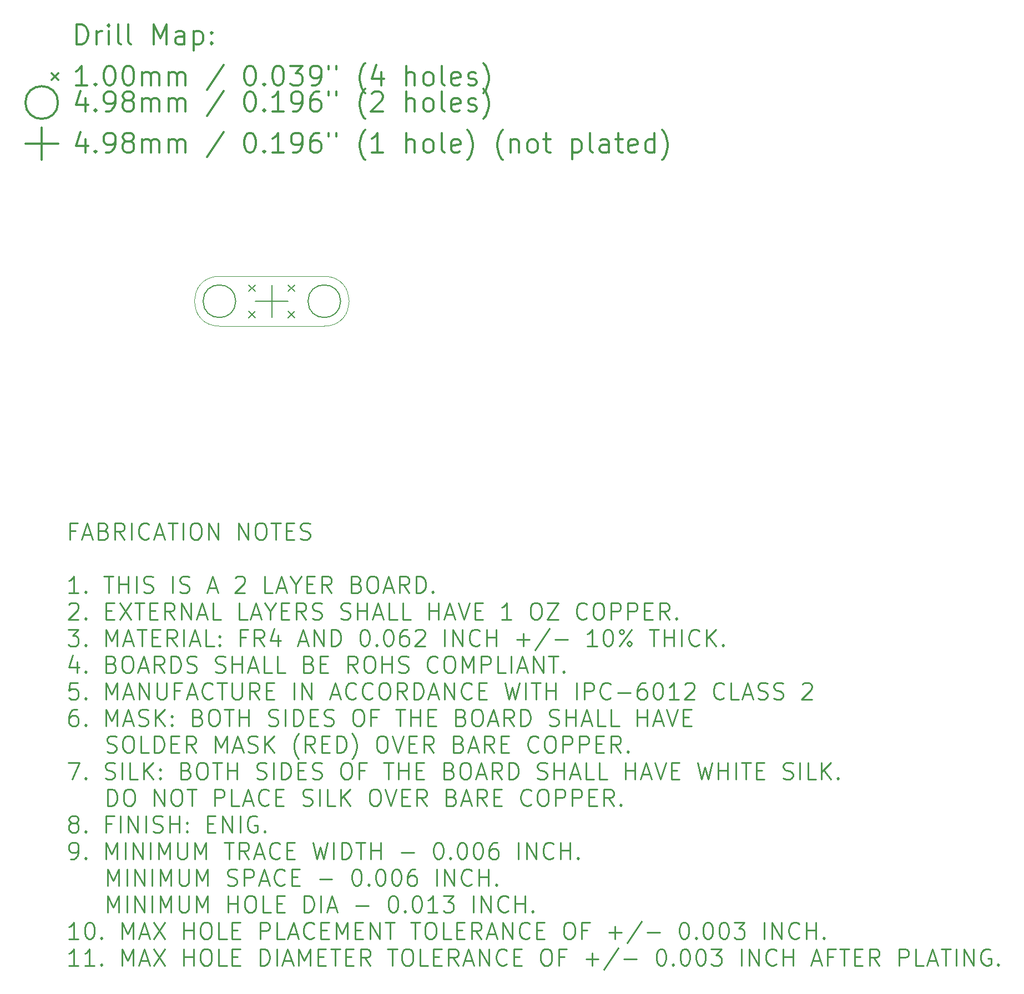
<source format=gbr>
G04 This is an RS-274x file exported by *
G04 gerbv version 2.6.0 *
G04 More information is available about gerbv at *
G04 http://gerbv.gpleda.org/ *
G04 --End of header info--*
%MOIN*%
%FSLAX34Y34*%
%IPPOS*%
G04 --Define apertures--*
%ADD10C,0.0079*%
%ADD11C,0.0118*%
%ADD12C,0.0020*%
%ADD13C,0.0100*%
G04 --Start main section--*
G54D10*
G01X0011460Y-016301D02*
G01X0011854Y-016695D01*
G01X0011854Y-016301D02*
G01X0011460Y-016695D01*
G01X0011460Y-017876D02*
G01X0011854Y-018270D01*
G01X0011854Y-017876D02*
G01X0011460Y-018270D01*
G01X0013822Y-016301D02*
G01X0014216Y-016695D01*
G01X0014216Y-016301D02*
G01X0013822Y-016695D01*
G01X0013822Y-017876D02*
G01X0014216Y-018270D01*
G01X0014216Y-017876D02*
G01X0013822Y-018270D01*
G01X0010671Y-017280D02*
G75*
G03X0010671Y-017280I-000980J0000000D01*
G01X0016970Y-017280D02*
G75*
G03X0016970Y-017280I-000980J0000000D01*
G01X0012840Y-016300D02*
G01X0012840Y-018260D01*
G01X0011860Y-017280D02*
G01X0013821Y-017280D01*
G54D11*
G01X0001128Y-001834D02*
G01X0001128Y-000652D01*
G01X0001128Y-000652D02*
G01X0001409Y-000652D01*
G01X0001409Y-000652D02*
G01X0001578Y-000709D01*
G01X0001578Y-000709D02*
G01X0001690Y-000821D01*
G01X0001690Y-000821D02*
G01X0001746Y-000934D01*
G01X0001746Y-000934D02*
G01X0001803Y-001159D01*
G01X0001803Y-001159D02*
G01X0001803Y-001327D01*
G01X0001803Y-001327D02*
G01X0001746Y-001552D01*
G01X0001746Y-001552D02*
G01X0001690Y-001665D01*
G01X0001690Y-001665D02*
G01X0001578Y-001777D01*
G01X0001578Y-001777D02*
G01X0001409Y-001834D01*
G01X0001409Y-001834D02*
G01X0001128Y-001834D01*
G01X0002309Y-001834D02*
G01X0002309Y-001046D01*
G01X0002309Y-001271D02*
G01X0002365Y-001159D01*
G01X0002365Y-001159D02*
G01X0002421Y-001102D01*
G01X0002421Y-001102D02*
G01X0002534Y-001046D01*
G01X0002534Y-001046D02*
G01X0002646Y-001046D01*
G01X0003040Y-001834D02*
G01X0003040Y-001046D01*
G01X0003040Y-000652D02*
G01X0002984Y-000709D01*
G01X0002984Y-000709D02*
G01X0003040Y-000765D01*
G01X0003040Y-000765D02*
G01X0003096Y-000709D01*
G01X0003096Y-000709D02*
G01X0003040Y-000652D01*
G01X0003040Y-000652D02*
G01X0003040Y-000765D01*
G01X0003771Y-001834D02*
G01X0003659Y-001777D01*
G01X0003659Y-001777D02*
G01X0003602Y-001665D01*
G01X0003602Y-001665D02*
G01X0003602Y-000652D01*
G01X0004390Y-001834D02*
G01X0004277Y-001777D01*
G01X0004277Y-001777D02*
G01X0004221Y-001665D01*
G01X0004221Y-001665D02*
G01X0004221Y-000652D01*
G01X0005740Y-001834D02*
G01X0005740Y-000652D01*
G01X0005740Y-000652D02*
G01X0006133Y-001496D01*
G01X0006133Y-001496D02*
G01X0006527Y-000652D01*
G01X0006527Y-000652D02*
G01X0006527Y-001834D01*
G01X0007596Y-001834D02*
G01X0007596Y-001215D01*
G01X0007596Y-001215D02*
G01X0007539Y-001102D01*
G01X0007539Y-001102D02*
G01X0007427Y-001046D01*
G01X0007427Y-001046D02*
G01X0007202Y-001046D01*
G01X0007202Y-001046D02*
G01X0007089Y-001102D01*
G01X0007596Y-001777D02*
G01X0007483Y-001834D01*
G01X0007483Y-001834D02*
G01X0007202Y-001834D01*
G01X0007202Y-001834D02*
G01X0007089Y-001777D01*
G01X0007089Y-001777D02*
G01X0007033Y-001665D01*
G01X0007033Y-001665D02*
G01X0007033Y-001552D01*
G01X0007033Y-001552D02*
G01X0007089Y-001440D01*
G01X0007089Y-001440D02*
G01X0007202Y-001384D01*
G01X0007202Y-001384D02*
G01X0007483Y-001384D01*
G01X0007483Y-001384D02*
G01X0007596Y-001327D01*
G01X0008158Y-001046D02*
G01X0008158Y-002227D01*
G01X0008158Y-001102D02*
G01X0008271Y-001046D01*
G01X0008271Y-001046D02*
G01X0008496Y-001046D01*
G01X0008496Y-001046D02*
G01X0008608Y-001102D01*
G01X0008608Y-001102D02*
G01X0008664Y-001159D01*
G01X0008664Y-001159D02*
G01X0008720Y-001271D01*
G01X0008720Y-001271D02*
G01X0008720Y-001609D01*
G01X0008720Y-001609D02*
G01X0008664Y-001721D01*
G01X0008664Y-001721D02*
G01X0008608Y-001777D01*
G01X0008608Y-001777D02*
G01X0008496Y-001834D01*
G01X0008496Y-001834D02*
G01X0008271Y-001834D01*
G01X0008271Y-001834D02*
G01X0008158Y-001777D01*
G01X0009227Y-001721D02*
G01X0009283Y-001777D01*
G01X0009283Y-001777D02*
G01X0009227Y-001834D01*
G01X0009227Y-001834D02*
G01X0009170Y-001777D01*
G01X0009170Y-001777D02*
G01X0009227Y-001721D01*
G01X0009227Y-001721D02*
G01X0009227Y-001834D01*
G01X0009227Y-001102D02*
G01X0009283Y-001159D01*
G01X0009283Y-001159D02*
G01X0009227Y-001215D01*
G01X0009227Y-001215D02*
G01X0009170Y-001159D01*
G01X0009170Y-001159D02*
G01X0009227Y-001102D01*
G01X0009227Y-001102D02*
G01X0009227Y-001215D01*
G01X-000394Y-003583D02*
G01X0000000Y-003976D01*
G01X0000000Y-003583D02*
G01X-000394Y-003976D01*
G01X0001746Y-004314D02*
G01X0001071Y-004314D01*
G01X0001409Y-004314D02*
G01X0001409Y-003133D01*
G01X0001409Y-003133D02*
G01X0001296Y-003301D01*
G01X0001296Y-003301D02*
G01X0001184Y-003414D01*
G01X0001184Y-003414D02*
G01X0001071Y-003470D01*
G01X0002253Y-004201D02*
G01X0002309Y-004258D01*
G01X0002309Y-004258D02*
G01X0002253Y-004314D01*
G01X0002253Y-004314D02*
G01X0002196Y-004258D01*
G01X0002196Y-004258D02*
G01X0002253Y-004201D01*
G01X0002253Y-004201D02*
G01X0002253Y-004314D01*
G01X0003040Y-003133D02*
G01X0003152Y-003133D01*
G01X0003152Y-003133D02*
G01X0003265Y-003189D01*
G01X0003265Y-003189D02*
G01X0003321Y-003245D01*
G01X0003321Y-003245D02*
G01X0003377Y-003358D01*
G01X0003377Y-003358D02*
G01X0003434Y-003583D01*
G01X0003434Y-003583D02*
G01X0003434Y-003864D01*
G01X0003434Y-003864D02*
G01X0003377Y-004089D01*
G01X0003377Y-004089D02*
G01X0003321Y-004201D01*
G01X0003321Y-004201D02*
G01X0003265Y-004258D01*
G01X0003265Y-004258D02*
G01X0003152Y-004314D01*
G01X0003152Y-004314D02*
G01X0003040Y-004314D01*
G01X0003040Y-004314D02*
G01X0002927Y-004258D01*
G01X0002927Y-004258D02*
G01X0002871Y-004201D01*
G01X0002871Y-004201D02*
G01X0002815Y-004089D01*
G01X0002815Y-004089D02*
G01X0002759Y-003864D01*
G01X0002759Y-003864D02*
G01X0002759Y-003583D01*
G01X0002759Y-003583D02*
G01X0002815Y-003358D01*
G01X0002815Y-003358D02*
G01X0002871Y-003245D01*
G01X0002871Y-003245D02*
G01X0002927Y-003189D01*
G01X0002927Y-003189D02*
G01X0003040Y-003133D01*
G01X0004165Y-003133D02*
G01X0004277Y-003133D01*
G01X0004277Y-003133D02*
G01X0004390Y-003189D01*
G01X0004390Y-003189D02*
G01X0004446Y-003245D01*
G01X0004446Y-003245D02*
G01X0004502Y-003358D01*
G01X0004502Y-003358D02*
G01X0004558Y-003583D01*
G01X0004558Y-003583D02*
G01X0004558Y-003864D01*
G01X0004558Y-003864D02*
G01X0004502Y-004089D01*
G01X0004502Y-004089D02*
G01X0004446Y-004201D01*
G01X0004446Y-004201D02*
G01X0004390Y-004258D01*
G01X0004390Y-004258D02*
G01X0004277Y-004314D01*
G01X0004277Y-004314D02*
G01X0004165Y-004314D01*
G01X0004165Y-004314D02*
G01X0004052Y-004258D01*
G01X0004052Y-004258D02*
G01X0003996Y-004201D01*
G01X0003996Y-004201D02*
G01X0003940Y-004089D01*
G01X0003940Y-004089D02*
G01X0003884Y-003864D01*
G01X0003884Y-003864D02*
G01X0003884Y-003583D01*
G01X0003884Y-003583D02*
G01X0003940Y-003358D01*
G01X0003940Y-003358D02*
G01X0003996Y-003245D01*
G01X0003996Y-003245D02*
G01X0004052Y-003189D01*
G01X0004052Y-003189D02*
G01X0004165Y-003133D01*
G01X0005065Y-004314D02*
G01X0005065Y-003526D01*
G01X0005065Y-003639D02*
G01X0005121Y-003583D01*
G01X0005121Y-003583D02*
G01X0005233Y-003526D01*
G01X0005233Y-003526D02*
G01X0005402Y-003526D01*
G01X0005402Y-003526D02*
G01X0005515Y-003583D01*
G01X0005515Y-003583D02*
G01X0005571Y-003695D01*
G01X0005571Y-003695D02*
G01X0005571Y-004314D01*
G01X0005571Y-003695D02*
G01X0005627Y-003583D01*
G01X0005627Y-003583D02*
G01X0005740Y-003526D01*
G01X0005740Y-003526D02*
G01X0005908Y-003526D01*
G01X0005908Y-003526D02*
G01X0006021Y-003583D01*
G01X0006021Y-003583D02*
G01X0006077Y-003695D01*
G01X0006077Y-003695D02*
G01X0006077Y-004314D01*
G01X0006639Y-004314D02*
G01X0006639Y-003526D01*
G01X0006639Y-003639D02*
G01X0006696Y-003583D01*
G01X0006696Y-003583D02*
G01X0006808Y-003526D01*
G01X0006808Y-003526D02*
G01X0006977Y-003526D01*
G01X0006977Y-003526D02*
G01X0007089Y-003583D01*
G01X0007089Y-003583D02*
G01X0007146Y-003695D01*
G01X0007146Y-003695D02*
G01X0007146Y-004314D01*
G01X0007146Y-003695D02*
G01X0007202Y-003583D01*
G01X0007202Y-003583D02*
G01X0007314Y-003526D01*
G01X0007314Y-003526D02*
G01X0007483Y-003526D01*
G01X0007483Y-003526D02*
G01X0007596Y-003583D01*
G01X0007596Y-003583D02*
G01X0007652Y-003695D01*
G01X0007652Y-003695D02*
G01X0007652Y-004314D01*
G01X0009958Y-003076D02*
G01X0008945Y-004595D01*
G01X0011476Y-003133D02*
G01X0011589Y-003133D01*
G01X0011589Y-003133D02*
G01X0011701Y-003189D01*
G01X0011701Y-003189D02*
G01X0011758Y-003245D01*
G01X0011758Y-003245D02*
G01X0011814Y-003358D01*
G01X0011814Y-003358D02*
G01X0011870Y-003583D01*
G01X0011870Y-003583D02*
G01X0011870Y-003864D01*
G01X0011870Y-003864D02*
G01X0011814Y-004089D01*
G01X0011814Y-004089D02*
G01X0011758Y-004201D01*
G01X0011758Y-004201D02*
G01X0011701Y-004258D01*
G01X0011701Y-004258D02*
G01X0011589Y-004314D01*
G01X0011589Y-004314D02*
G01X0011476Y-004314D01*
G01X0011476Y-004314D02*
G01X0011364Y-004258D01*
G01X0011364Y-004258D02*
G01X0011308Y-004201D01*
G01X0011308Y-004201D02*
G01X0011251Y-004089D01*
G01X0011251Y-004089D02*
G01X0011195Y-003864D01*
G01X0011195Y-003864D02*
G01X0011195Y-003583D01*
G01X0011195Y-003583D02*
G01X0011251Y-003358D01*
G01X0011251Y-003358D02*
G01X0011308Y-003245D01*
G01X0011308Y-003245D02*
G01X0011364Y-003189D01*
G01X0011364Y-003189D02*
G01X0011476Y-003133D01*
G01X0012376Y-004201D02*
G01X0012433Y-004258D01*
G01X0012433Y-004258D02*
G01X0012376Y-004314D01*
G01X0012376Y-004314D02*
G01X0012320Y-004258D01*
G01X0012320Y-004258D02*
G01X0012376Y-004201D01*
G01X0012376Y-004201D02*
G01X0012376Y-004314D01*
G01X0013164Y-003133D02*
G01X0013276Y-003133D01*
G01X0013276Y-003133D02*
G01X0013389Y-003189D01*
G01X0013389Y-003189D02*
G01X0013445Y-003245D01*
G01X0013445Y-003245D02*
G01X0013501Y-003358D01*
G01X0013501Y-003358D02*
G01X0013557Y-003583D01*
G01X0013557Y-003583D02*
G01X0013557Y-003864D01*
G01X0013557Y-003864D02*
G01X0013501Y-004089D01*
G01X0013501Y-004089D02*
G01X0013445Y-004201D01*
G01X0013445Y-004201D02*
G01X0013389Y-004258D01*
G01X0013389Y-004258D02*
G01X0013276Y-004314D01*
G01X0013276Y-004314D02*
G01X0013164Y-004314D01*
G01X0013164Y-004314D02*
G01X0013051Y-004258D01*
G01X0013051Y-004258D02*
G01X0012995Y-004201D01*
G01X0012995Y-004201D02*
G01X0012939Y-004089D01*
G01X0012939Y-004089D02*
G01X0012882Y-003864D01*
G01X0012882Y-003864D02*
G01X0012882Y-003583D01*
G01X0012882Y-003583D02*
G01X0012939Y-003358D01*
G01X0012939Y-003358D02*
G01X0012995Y-003245D01*
G01X0012995Y-003245D02*
G01X0013051Y-003189D01*
G01X0013051Y-003189D02*
G01X0013164Y-003133D01*
G01X0013951Y-003133D02*
G01X0014682Y-003133D01*
G01X0014682Y-003133D02*
G01X0014289Y-003583D01*
G01X0014289Y-003583D02*
G01X0014457Y-003583D01*
G01X0014457Y-003583D02*
G01X0014570Y-003639D01*
G01X0014570Y-003639D02*
G01X0014626Y-003695D01*
G01X0014626Y-003695D02*
G01X0014682Y-003808D01*
G01X0014682Y-003808D02*
G01X0014682Y-004089D01*
G01X0014682Y-004089D02*
G01X0014626Y-004201D01*
G01X0014626Y-004201D02*
G01X0014570Y-004258D01*
G01X0014570Y-004258D02*
G01X0014457Y-004314D01*
G01X0014457Y-004314D02*
G01X0014120Y-004314D01*
G01X0014120Y-004314D02*
G01X0014007Y-004258D01*
G01X0014007Y-004258D02*
G01X0013951Y-004201D01*
G01X0015245Y-004314D02*
G01X0015470Y-004314D01*
G01X0015470Y-004314D02*
G01X0015582Y-004258D01*
G01X0015582Y-004258D02*
G01X0015638Y-004201D01*
G01X0015638Y-004201D02*
G01X0015751Y-004033D01*
G01X0015751Y-004033D02*
G01X0015807Y-003808D01*
G01X0015807Y-003808D02*
G01X0015807Y-003358D01*
G01X0015807Y-003358D02*
G01X0015751Y-003245D01*
G01X0015751Y-003245D02*
G01X0015695Y-003189D01*
G01X0015695Y-003189D02*
G01X0015582Y-003133D01*
G01X0015582Y-003133D02*
G01X0015357Y-003133D01*
G01X0015357Y-003133D02*
G01X0015245Y-003189D01*
G01X0015245Y-003189D02*
G01X0015188Y-003245D01*
G01X0015188Y-003245D02*
G01X0015132Y-003358D01*
G01X0015132Y-003358D02*
G01X0015132Y-003639D01*
G01X0015132Y-003639D02*
G01X0015188Y-003751D01*
G01X0015188Y-003751D02*
G01X0015245Y-003808D01*
G01X0015245Y-003808D02*
G01X0015357Y-003864D01*
G01X0015357Y-003864D02*
G01X0015582Y-003864D01*
G01X0015582Y-003864D02*
G01X0015695Y-003808D01*
G01X0015695Y-003808D02*
G01X0015751Y-003751D01*
G01X0015751Y-003751D02*
G01X0015807Y-003639D01*
G01X0016257Y-003133D02*
G01X0016257Y-003358D01*
G01X0016707Y-003133D02*
G01X0016707Y-003358D01*
G01X0018451Y-004764D02*
G01X0018394Y-004708D01*
G01X0018394Y-004708D02*
G01X0018282Y-004539D01*
G01X0018282Y-004539D02*
G01X0018226Y-004426D01*
G01X0018226Y-004426D02*
G01X0018169Y-004258D01*
G01X0018169Y-004258D02*
G01X0018113Y-003976D01*
G01X0018113Y-003976D02*
G01X0018113Y-003751D01*
G01X0018113Y-003751D02*
G01X0018169Y-003470D01*
G01X0018169Y-003470D02*
G01X0018226Y-003301D01*
G01X0018226Y-003301D02*
G01X0018282Y-003189D01*
G01X0018282Y-003189D02*
G01X0018394Y-003020D01*
G01X0018394Y-003020D02*
G01X0018451Y-002964D01*
G01X0019407Y-003526D02*
G01X0019407Y-004314D01*
G01X0019125Y-003076D02*
G01X0018844Y-003920D01*
G01X0018844Y-003920D02*
G01X0019575Y-003920D01*
G01X0020925Y-004314D02*
G01X0020925Y-003133D01*
G01X0021431Y-004314D02*
G01X0021431Y-003695D01*
G01X0021431Y-003695D02*
G01X0021375Y-003583D01*
G01X0021375Y-003583D02*
G01X0021263Y-003526D01*
G01X0021263Y-003526D02*
G01X0021094Y-003526D01*
G01X0021094Y-003526D02*
G01X0020981Y-003583D01*
G01X0020981Y-003583D02*
G01X0020925Y-003639D01*
G01X0022163Y-004314D02*
G01X0022050Y-004258D01*
G01X0022050Y-004258D02*
G01X0021994Y-004201D01*
G01X0021994Y-004201D02*
G01X0021938Y-004089D01*
G01X0021938Y-004089D02*
G01X0021938Y-003751D01*
G01X0021938Y-003751D02*
G01X0021994Y-003639D01*
G01X0021994Y-003639D02*
G01X0022050Y-003583D01*
G01X0022050Y-003583D02*
G01X0022163Y-003526D01*
G01X0022163Y-003526D02*
G01X0022331Y-003526D01*
G01X0022331Y-003526D02*
G01X0022444Y-003583D01*
G01X0022444Y-003583D02*
G01X0022500Y-003639D01*
G01X0022500Y-003639D02*
G01X0022556Y-003751D01*
G01X0022556Y-003751D02*
G01X0022556Y-004089D01*
G01X0022556Y-004089D02*
G01X0022500Y-004201D01*
G01X0022500Y-004201D02*
G01X0022444Y-004258D01*
G01X0022444Y-004258D02*
G01X0022331Y-004314D01*
G01X0022331Y-004314D02*
G01X0022163Y-004314D01*
G01X0023231Y-004314D02*
G01X0023119Y-004258D01*
G01X0023119Y-004258D02*
G01X0023062Y-004145D01*
G01X0023062Y-004145D02*
G01X0023062Y-003133D01*
G01X0024131Y-004258D02*
G01X0024019Y-004314D01*
G01X0024019Y-004314D02*
G01X0023794Y-004314D01*
G01X0023794Y-004314D02*
G01X0023681Y-004258D01*
G01X0023681Y-004258D02*
G01X0023625Y-004145D01*
G01X0023625Y-004145D02*
G01X0023625Y-003695D01*
G01X0023625Y-003695D02*
G01X0023681Y-003583D01*
G01X0023681Y-003583D02*
G01X0023794Y-003526D01*
G01X0023794Y-003526D02*
G01X0024019Y-003526D01*
G01X0024019Y-003526D02*
G01X0024131Y-003583D01*
G01X0024131Y-003583D02*
G01X0024187Y-003695D01*
G01X0024187Y-003695D02*
G01X0024187Y-003808D01*
G01X0024187Y-003808D02*
G01X0023625Y-003920D01*
G01X0024637Y-004258D02*
G01X0024750Y-004314D01*
G01X0024750Y-004314D02*
G01X0024975Y-004314D01*
G01X0024975Y-004314D02*
G01X0025087Y-004258D01*
G01X0025087Y-004258D02*
G01X0025143Y-004145D01*
G01X0025143Y-004145D02*
G01X0025143Y-004089D01*
G01X0025143Y-004089D02*
G01X0025087Y-003976D01*
G01X0025087Y-003976D02*
G01X0024975Y-003920D01*
G01X0024975Y-003920D02*
G01X0024806Y-003920D01*
G01X0024806Y-003920D02*
G01X0024693Y-003864D01*
G01X0024693Y-003864D02*
G01X0024637Y-003751D01*
G01X0024637Y-003751D02*
G01X0024637Y-003695D01*
G01X0024637Y-003695D02*
G01X0024693Y-003583D01*
G01X0024693Y-003583D02*
G01X0024806Y-003526D01*
G01X0024806Y-003526D02*
G01X0024975Y-003526D01*
G01X0024975Y-003526D02*
G01X0025087Y-003583D01*
G01X0025537Y-004764D02*
G01X0025593Y-004708D01*
G01X0025593Y-004708D02*
G01X0025706Y-004539D01*
G01X0025706Y-004539D02*
G01X0025762Y-004426D01*
G01X0025762Y-004426D02*
G01X0025818Y-004258D01*
G01X0025818Y-004258D02*
G01X0025875Y-003976D01*
G01X0025875Y-003976D02*
G01X0025875Y-003751D01*
G01X0025875Y-003751D02*
G01X0025818Y-003470D01*
G01X0025818Y-003470D02*
G01X0025762Y-003301D01*
G01X0025762Y-003301D02*
G01X0025706Y-003189D01*
G01X0025706Y-003189D02*
G01X0025593Y-003020D01*
G01X0025593Y-003020D02*
G01X0025537Y-002964D01*
G01X0000000Y-005339D02*
G75*
G03X0000000Y-005339I-000980J0000000D01*
G01X0001634Y-005085D02*
G01X0001634Y-005873D01*
G01X0001353Y-004636D02*
G01X0001071Y-005479D01*
G01X0001071Y-005479D02*
G01X0001803Y-005479D01*
G01X0002253Y-005760D02*
G01X0002309Y-005817D01*
G01X0002309Y-005817D02*
G01X0002253Y-005873D01*
G01X0002253Y-005873D02*
G01X0002196Y-005817D01*
G01X0002196Y-005817D02*
G01X0002253Y-005760D01*
G01X0002253Y-005760D02*
G01X0002253Y-005873D01*
G01X0002871Y-005873D02*
G01X0003096Y-005873D01*
G01X0003096Y-005873D02*
G01X0003209Y-005817D01*
G01X0003209Y-005817D02*
G01X0003265Y-005760D01*
G01X0003265Y-005760D02*
G01X0003377Y-005592D01*
G01X0003377Y-005592D02*
G01X0003434Y-005367D01*
G01X0003434Y-005367D02*
G01X0003434Y-004917D01*
G01X0003434Y-004917D02*
G01X0003377Y-004804D01*
G01X0003377Y-004804D02*
G01X0003321Y-004748D01*
G01X0003321Y-004748D02*
G01X0003209Y-004692D01*
G01X0003209Y-004692D02*
G01X0002984Y-004692D01*
G01X0002984Y-004692D02*
G01X0002871Y-004748D01*
G01X0002871Y-004748D02*
G01X0002815Y-004804D01*
G01X0002815Y-004804D02*
G01X0002759Y-004917D01*
G01X0002759Y-004917D02*
G01X0002759Y-005198D01*
G01X0002759Y-005198D02*
G01X0002815Y-005310D01*
G01X0002815Y-005310D02*
G01X0002871Y-005367D01*
G01X0002871Y-005367D02*
G01X0002984Y-005423D01*
G01X0002984Y-005423D02*
G01X0003209Y-005423D01*
G01X0003209Y-005423D02*
G01X0003321Y-005367D01*
G01X0003321Y-005367D02*
G01X0003377Y-005310D01*
G01X0003377Y-005310D02*
G01X0003434Y-005198D01*
G01X0004109Y-005198D02*
G01X0003996Y-005142D01*
G01X0003996Y-005142D02*
G01X0003940Y-005085D01*
G01X0003940Y-005085D02*
G01X0003884Y-004973D01*
G01X0003884Y-004973D02*
G01X0003884Y-004917D01*
G01X0003884Y-004917D02*
G01X0003940Y-004804D01*
G01X0003940Y-004804D02*
G01X0003996Y-004748D01*
G01X0003996Y-004748D02*
G01X0004109Y-004692D01*
G01X0004109Y-004692D02*
G01X0004334Y-004692D01*
G01X0004334Y-004692D02*
G01X0004446Y-004748D01*
G01X0004446Y-004748D02*
G01X0004502Y-004804D01*
G01X0004502Y-004804D02*
G01X0004558Y-004917D01*
G01X0004558Y-004917D02*
G01X0004558Y-004973D01*
G01X0004558Y-004973D02*
G01X0004502Y-005085D01*
G01X0004502Y-005085D02*
G01X0004446Y-005142D01*
G01X0004446Y-005142D02*
G01X0004334Y-005198D01*
G01X0004334Y-005198D02*
G01X0004109Y-005198D01*
G01X0004109Y-005198D02*
G01X0003996Y-005254D01*
G01X0003996Y-005254D02*
G01X0003940Y-005310D01*
G01X0003940Y-005310D02*
G01X0003884Y-005423D01*
G01X0003884Y-005423D02*
G01X0003884Y-005648D01*
G01X0003884Y-005648D02*
G01X0003940Y-005760D01*
G01X0003940Y-005760D02*
G01X0003996Y-005817D01*
G01X0003996Y-005817D02*
G01X0004109Y-005873D01*
G01X0004109Y-005873D02*
G01X0004334Y-005873D01*
G01X0004334Y-005873D02*
G01X0004446Y-005817D01*
G01X0004446Y-005817D02*
G01X0004502Y-005760D01*
G01X0004502Y-005760D02*
G01X0004558Y-005648D01*
G01X0004558Y-005648D02*
G01X0004558Y-005423D01*
G01X0004558Y-005423D02*
G01X0004502Y-005310D01*
G01X0004502Y-005310D02*
G01X0004446Y-005254D01*
G01X0004446Y-005254D02*
G01X0004334Y-005198D01*
G01X0005065Y-005873D02*
G01X0005065Y-005085D01*
G01X0005065Y-005198D02*
G01X0005121Y-005142D01*
G01X0005121Y-005142D02*
G01X0005233Y-005085D01*
G01X0005233Y-005085D02*
G01X0005402Y-005085D01*
G01X0005402Y-005085D02*
G01X0005515Y-005142D01*
G01X0005515Y-005142D02*
G01X0005571Y-005254D01*
G01X0005571Y-005254D02*
G01X0005571Y-005873D01*
G01X0005571Y-005254D02*
G01X0005627Y-005142D01*
G01X0005627Y-005142D02*
G01X0005740Y-005085D01*
G01X0005740Y-005085D02*
G01X0005908Y-005085D01*
G01X0005908Y-005085D02*
G01X0006021Y-005142D01*
G01X0006021Y-005142D02*
G01X0006077Y-005254D01*
G01X0006077Y-005254D02*
G01X0006077Y-005873D01*
G01X0006639Y-005873D02*
G01X0006639Y-005085D01*
G01X0006639Y-005198D02*
G01X0006696Y-005142D01*
G01X0006696Y-005142D02*
G01X0006808Y-005085D01*
G01X0006808Y-005085D02*
G01X0006977Y-005085D01*
G01X0006977Y-005085D02*
G01X0007089Y-005142D01*
G01X0007089Y-005142D02*
G01X0007146Y-005254D01*
G01X0007146Y-005254D02*
G01X0007146Y-005873D01*
G01X0007146Y-005254D02*
G01X0007202Y-005142D01*
G01X0007202Y-005142D02*
G01X0007314Y-005085D01*
G01X0007314Y-005085D02*
G01X0007483Y-005085D01*
G01X0007483Y-005085D02*
G01X0007596Y-005142D01*
G01X0007596Y-005142D02*
G01X0007652Y-005254D01*
G01X0007652Y-005254D02*
G01X0007652Y-005873D01*
G01X0009958Y-004636D02*
G01X0008945Y-006154D01*
G01X0011476Y-004692D02*
G01X0011589Y-004692D01*
G01X0011589Y-004692D02*
G01X0011701Y-004748D01*
G01X0011701Y-004748D02*
G01X0011758Y-004804D01*
G01X0011758Y-004804D02*
G01X0011814Y-004917D01*
G01X0011814Y-004917D02*
G01X0011870Y-005142D01*
G01X0011870Y-005142D02*
G01X0011870Y-005423D01*
G01X0011870Y-005423D02*
G01X0011814Y-005648D01*
G01X0011814Y-005648D02*
G01X0011758Y-005760D01*
G01X0011758Y-005760D02*
G01X0011701Y-005817D01*
G01X0011701Y-005817D02*
G01X0011589Y-005873D01*
G01X0011589Y-005873D02*
G01X0011476Y-005873D01*
G01X0011476Y-005873D02*
G01X0011364Y-005817D01*
G01X0011364Y-005817D02*
G01X0011308Y-005760D01*
G01X0011308Y-005760D02*
G01X0011251Y-005648D01*
G01X0011251Y-005648D02*
G01X0011195Y-005423D01*
G01X0011195Y-005423D02*
G01X0011195Y-005142D01*
G01X0011195Y-005142D02*
G01X0011251Y-004917D01*
G01X0011251Y-004917D02*
G01X0011308Y-004804D01*
G01X0011308Y-004804D02*
G01X0011364Y-004748D01*
G01X0011364Y-004748D02*
G01X0011476Y-004692D01*
G01X0012376Y-005760D02*
G01X0012433Y-005817D01*
G01X0012433Y-005817D02*
G01X0012376Y-005873D01*
G01X0012376Y-005873D02*
G01X0012320Y-005817D01*
G01X0012320Y-005817D02*
G01X0012376Y-005760D01*
G01X0012376Y-005760D02*
G01X0012376Y-005873D01*
G01X0013557Y-005873D02*
G01X0012882Y-005873D01*
G01X0013220Y-005873D02*
G01X0013220Y-004692D01*
G01X0013220Y-004692D02*
G01X0013107Y-004861D01*
G01X0013107Y-004861D02*
G01X0012995Y-004973D01*
G01X0012995Y-004973D02*
G01X0012882Y-005029D01*
G01X0014120Y-005873D02*
G01X0014345Y-005873D01*
G01X0014345Y-005873D02*
G01X0014457Y-005817D01*
G01X0014457Y-005817D02*
G01X0014513Y-005760D01*
G01X0014513Y-005760D02*
G01X0014626Y-005592D01*
G01X0014626Y-005592D02*
G01X0014682Y-005367D01*
G01X0014682Y-005367D02*
G01X0014682Y-004917D01*
G01X0014682Y-004917D02*
G01X0014626Y-004804D01*
G01X0014626Y-004804D02*
G01X0014570Y-004748D01*
G01X0014570Y-004748D02*
G01X0014457Y-004692D01*
G01X0014457Y-004692D02*
G01X0014232Y-004692D01*
G01X0014232Y-004692D02*
G01X0014120Y-004748D01*
G01X0014120Y-004748D02*
G01X0014064Y-004804D01*
G01X0014064Y-004804D02*
G01X0014007Y-004917D01*
G01X0014007Y-004917D02*
G01X0014007Y-005198D01*
G01X0014007Y-005198D02*
G01X0014064Y-005310D01*
G01X0014064Y-005310D02*
G01X0014120Y-005367D01*
G01X0014120Y-005367D02*
G01X0014232Y-005423D01*
G01X0014232Y-005423D02*
G01X0014457Y-005423D01*
G01X0014457Y-005423D02*
G01X0014570Y-005367D01*
G01X0014570Y-005367D02*
G01X0014626Y-005310D01*
G01X0014626Y-005310D02*
G01X0014682Y-005198D01*
G01X0015695Y-004692D02*
G01X0015470Y-004692D01*
G01X0015470Y-004692D02*
G01X0015357Y-004748D01*
G01X0015357Y-004748D02*
G01X0015301Y-004804D01*
G01X0015301Y-004804D02*
G01X0015188Y-004973D01*
G01X0015188Y-004973D02*
G01X0015132Y-005198D01*
G01X0015132Y-005198D02*
G01X0015132Y-005648D01*
G01X0015132Y-005648D02*
G01X0015188Y-005760D01*
G01X0015188Y-005760D02*
G01X0015245Y-005817D01*
G01X0015245Y-005817D02*
G01X0015357Y-005873D01*
G01X0015357Y-005873D02*
G01X0015582Y-005873D01*
G01X0015582Y-005873D02*
G01X0015695Y-005817D01*
G01X0015695Y-005817D02*
G01X0015751Y-005760D01*
G01X0015751Y-005760D02*
G01X0015807Y-005648D01*
G01X0015807Y-005648D02*
G01X0015807Y-005367D01*
G01X0015807Y-005367D02*
G01X0015751Y-005254D01*
G01X0015751Y-005254D02*
G01X0015695Y-005198D01*
G01X0015695Y-005198D02*
G01X0015582Y-005142D01*
G01X0015582Y-005142D02*
G01X0015357Y-005142D01*
G01X0015357Y-005142D02*
G01X0015245Y-005198D01*
G01X0015245Y-005198D02*
G01X0015188Y-005254D01*
G01X0015188Y-005254D02*
G01X0015132Y-005367D01*
G01X0016257Y-004692D02*
G01X0016257Y-004917D01*
G01X0016707Y-004692D02*
G01X0016707Y-004917D01*
G01X0018451Y-006323D02*
G01X0018394Y-006267D01*
G01X0018394Y-006267D02*
G01X0018282Y-006098D01*
G01X0018282Y-006098D02*
G01X0018226Y-005985D01*
G01X0018226Y-005985D02*
G01X0018169Y-005817D01*
G01X0018169Y-005817D02*
G01X0018113Y-005535D01*
G01X0018113Y-005535D02*
G01X0018113Y-005310D01*
G01X0018113Y-005310D02*
G01X0018169Y-005029D01*
G01X0018169Y-005029D02*
G01X0018226Y-004861D01*
G01X0018226Y-004861D02*
G01X0018282Y-004748D01*
G01X0018282Y-004748D02*
G01X0018394Y-004579D01*
G01X0018394Y-004579D02*
G01X0018451Y-004523D01*
G01X0018844Y-004804D02*
G01X0018900Y-004748D01*
G01X0018900Y-004748D02*
G01X0019013Y-004692D01*
G01X0019013Y-004692D02*
G01X0019294Y-004692D01*
G01X0019294Y-004692D02*
G01X0019407Y-004748D01*
G01X0019407Y-004748D02*
G01X0019463Y-004804D01*
G01X0019463Y-004804D02*
G01X0019519Y-004917D01*
G01X0019519Y-004917D02*
G01X0019519Y-005029D01*
G01X0019519Y-005029D02*
G01X0019463Y-005198D01*
G01X0019463Y-005198D02*
G01X0018788Y-005873D01*
G01X0018788Y-005873D02*
G01X0019519Y-005873D01*
G01X0020925Y-005873D02*
G01X0020925Y-004692D01*
G01X0021431Y-005873D02*
G01X0021431Y-005254D01*
G01X0021431Y-005254D02*
G01X0021375Y-005142D01*
G01X0021375Y-005142D02*
G01X0021263Y-005085D01*
G01X0021263Y-005085D02*
G01X0021094Y-005085D01*
G01X0021094Y-005085D02*
G01X0020981Y-005142D01*
G01X0020981Y-005142D02*
G01X0020925Y-005198D01*
G01X0022163Y-005873D02*
G01X0022050Y-005817D01*
G01X0022050Y-005817D02*
G01X0021994Y-005760D01*
G01X0021994Y-005760D02*
G01X0021938Y-005648D01*
G01X0021938Y-005648D02*
G01X0021938Y-005310D01*
G01X0021938Y-005310D02*
G01X0021994Y-005198D01*
G01X0021994Y-005198D02*
G01X0022050Y-005142D01*
G01X0022050Y-005142D02*
G01X0022163Y-005085D01*
G01X0022163Y-005085D02*
G01X0022331Y-005085D01*
G01X0022331Y-005085D02*
G01X0022444Y-005142D01*
G01X0022444Y-005142D02*
G01X0022500Y-005198D01*
G01X0022500Y-005198D02*
G01X0022556Y-005310D01*
G01X0022556Y-005310D02*
G01X0022556Y-005648D01*
G01X0022556Y-005648D02*
G01X0022500Y-005760D01*
G01X0022500Y-005760D02*
G01X0022444Y-005817D01*
G01X0022444Y-005817D02*
G01X0022331Y-005873D01*
G01X0022331Y-005873D02*
G01X0022163Y-005873D01*
G01X0023231Y-005873D02*
G01X0023119Y-005817D01*
G01X0023119Y-005817D02*
G01X0023062Y-005704D01*
G01X0023062Y-005704D02*
G01X0023062Y-004692D01*
G01X0024131Y-005817D02*
G01X0024019Y-005873D01*
G01X0024019Y-005873D02*
G01X0023794Y-005873D01*
G01X0023794Y-005873D02*
G01X0023681Y-005817D01*
G01X0023681Y-005817D02*
G01X0023625Y-005704D01*
G01X0023625Y-005704D02*
G01X0023625Y-005254D01*
G01X0023625Y-005254D02*
G01X0023681Y-005142D01*
G01X0023681Y-005142D02*
G01X0023794Y-005085D01*
G01X0023794Y-005085D02*
G01X0024019Y-005085D01*
G01X0024019Y-005085D02*
G01X0024131Y-005142D01*
G01X0024131Y-005142D02*
G01X0024187Y-005254D01*
G01X0024187Y-005254D02*
G01X0024187Y-005367D01*
G01X0024187Y-005367D02*
G01X0023625Y-005479D01*
G01X0024637Y-005817D02*
G01X0024750Y-005873D01*
G01X0024750Y-005873D02*
G01X0024975Y-005873D01*
G01X0024975Y-005873D02*
G01X0025087Y-005817D01*
G01X0025087Y-005817D02*
G01X0025143Y-005704D01*
G01X0025143Y-005704D02*
G01X0025143Y-005648D01*
G01X0025143Y-005648D02*
G01X0025087Y-005535D01*
G01X0025087Y-005535D02*
G01X0024975Y-005479D01*
G01X0024975Y-005479D02*
G01X0024806Y-005479D01*
G01X0024806Y-005479D02*
G01X0024693Y-005423D01*
G01X0024693Y-005423D02*
G01X0024637Y-005310D01*
G01X0024637Y-005310D02*
G01X0024637Y-005254D01*
G01X0024637Y-005254D02*
G01X0024693Y-005142D01*
G01X0024693Y-005142D02*
G01X0024806Y-005085D01*
G01X0024806Y-005085D02*
G01X0024975Y-005085D01*
G01X0024975Y-005085D02*
G01X0025087Y-005142D01*
G01X0025537Y-006323D02*
G01X0025593Y-006267D01*
G01X0025593Y-006267D02*
G01X0025706Y-006098D01*
G01X0025706Y-006098D02*
G01X0025762Y-005985D01*
G01X0025762Y-005985D02*
G01X0025818Y-005817D01*
G01X0025818Y-005817D02*
G01X0025875Y-005535D01*
G01X0025875Y-005535D02*
G01X0025875Y-005310D01*
G01X0025875Y-005310D02*
G01X0025818Y-005029D01*
G01X0025818Y-005029D02*
G01X0025762Y-004861D01*
G01X0025762Y-004861D02*
G01X0025706Y-004748D01*
G01X0025706Y-004748D02*
G01X0025593Y-004579D01*
G01X0025593Y-004579D02*
G01X0025537Y-004523D01*
G01X-000980Y-006831D02*
G01X-000980Y-008791D01*
G01X-001961Y-007811D02*
G01X0000000Y-007811D01*
G01X0001634Y-007558D02*
G01X0001634Y-008345D01*
G01X0001353Y-007108D02*
G01X0001071Y-007952D01*
G01X0001071Y-007952D02*
G01X0001803Y-007952D01*
G01X0002253Y-008233D02*
G01X0002309Y-008289D01*
G01X0002309Y-008289D02*
G01X0002253Y-008345D01*
G01X0002253Y-008345D02*
G01X0002196Y-008289D01*
G01X0002196Y-008289D02*
G01X0002253Y-008233D01*
G01X0002253Y-008233D02*
G01X0002253Y-008345D01*
G01X0002871Y-008345D02*
G01X0003096Y-008345D01*
G01X0003096Y-008345D02*
G01X0003209Y-008289D01*
G01X0003209Y-008289D02*
G01X0003265Y-008233D01*
G01X0003265Y-008233D02*
G01X0003377Y-008064D01*
G01X0003377Y-008064D02*
G01X0003434Y-007839D01*
G01X0003434Y-007839D02*
G01X0003434Y-007389D01*
G01X0003434Y-007389D02*
G01X0003377Y-007277D01*
G01X0003377Y-007277D02*
G01X0003321Y-007220D01*
G01X0003321Y-007220D02*
G01X0003209Y-007164D01*
G01X0003209Y-007164D02*
G01X0002984Y-007164D01*
G01X0002984Y-007164D02*
G01X0002871Y-007220D01*
G01X0002871Y-007220D02*
G01X0002815Y-007277D01*
G01X0002815Y-007277D02*
G01X0002759Y-007389D01*
G01X0002759Y-007389D02*
G01X0002759Y-007670D01*
G01X0002759Y-007670D02*
G01X0002815Y-007783D01*
G01X0002815Y-007783D02*
G01X0002871Y-007839D01*
G01X0002871Y-007839D02*
G01X0002984Y-007895D01*
G01X0002984Y-007895D02*
G01X0003209Y-007895D01*
G01X0003209Y-007895D02*
G01X0003321Y-007839D01*
G01X0003321Y-007839D02*
G01X0003377Y-007783D01*
G01X0003377Y-007783D02*
G01X0003434Y-007670D01*
G01X0004109Y-007670D02*
G01X0003996Y-007614D01*
G01X0003996Y-007614D02*
G01X0003940Y-007558D01*
G01X0003940Y-007558D02*
G01X0003884Y-007445D01*
G01X0003884Y-007445D02*
G01X0003884Y-007389D01*
G01X0003884Y-007389D02*
G01X0003940Y-007277D01*
G01X0003940Y-007277D02*
G01X0003996Y-007220D01*
G01X0003996Y-007220D02*
G01X0004109Y-007164D01*
G01X0004109Y-007164D02*
G01X0004334Y-007164D01*
G01X0004334Y-007164D02*
G01X0004446Y-007220D01*
G01X0004446Y-007220D02*
G01X0004502Y-007277D01*
G01X0004502Y-007277D02*
G01X0004558Y-007389D01*
G01X0004558Y-007389D02*
G01X0004558Y-007445D01*
G01X0004558Y-007445D02*
G01X0004502Y-007558D01*
G01X0004502Y-007558D02*
G01X0004446Y-007614D01*
G01X0004446Y-007614D02*
G01X0004334Y-007670D01*
G01X0004334Y-007670D02*
G01X0004109Y-007670D01*
G01X0004109Y-007670D02*
G01X0003996Y-007727D01*
G01X0003996Y-007727D02*
G01X0003940Y-007783D01*
G01X0003940Y-007783D02*
G01X0003884Y-007895D01*
G01X0003884Y-007895D02*
G01X0003884Y-008120D01*
G01X0003884Y-008120D02*
G01X0003940Y-008233D01*
G01X0003940Y-008233D02*
G01X0003996Y-008289D01*
G01X0003996Y-008289D02*
G01X0004109Y-008345D01*
G01X0004109Y-008345D02*
G01X0004334Y-008345D01*
G01X0004334Y-008345D02*
G01X0004446Y-008289D01*
G01X0004446Y-008289D02*
G01X0004502Y-008233D01*
G01X0004502Y-008233D02*
G01X0004558Y-008120D01*
G01X0004558Y-008120D02*
G01X0004558Y-007895D01*
G01X0004558Y-007895D02*
G01X0004502Y-007783D01*
G01X0004502Y-007783D02*
G01X0004446Y-007727D01*
G01X0004446Y-007727D02*
G01X0004334Y-007670D01*
G01X0005065Y-008345D02*
G01X0005065Y-007558D01*
G01X0005065Y-007670D02*
G01X0005121Y-007614D01*
G01X0005121Y-007614D02*
G01X0005233Y-007558D01*
G01X0005233Y-007558D02*
G01X0005402Y-007558D01*
G01X0005402Y-007558D02*
G01X0005515Y-007614D01*
G01X0005515Y-007614D02*
G01X0005571Y-007727D01*
G01X0005571Y-007727D02*
G01X0005571Y-008345D01*
G01X0005571Y-007727D02*
G01X0005627Y-007614D01*
G01X0005627Y-007614D02*
G01X0005740Y-007558D01*
G01X0005740Y-007558D02*
G01X0005908Y-007558D01*
G01X0005908Y-007558D02*
G01X0006021Y-007614D01*
G01X0006021Y-007614D02*
G01X0006077Y-007727D01*
G01X0006077Y-007727D02*
G01X0006077Y-008345D01*
G01X0006639Y-008345D02*
G01X0006639Y-007558D01*
G01X0006639Y-007670D02*
G01X0006696Y-007614D01*
G01X0006696Y-007614D02*
G01X0006808Y-007558D01*
G01X0006808Y-007558D02*
G01X0006977Y-007558D01*
G01X0006977Y-007558D02*
G01X0007089Y-007614D01*
G01X0007089Y-007614D02*
G01X0007146Y-007727D01*
G01X0007146Y-007727D02*
G01X0007146Y-008345D01*
G01X0007146Y-007727D02*
G01X0007202Y-007614D01*
G01X0007202Y-007614D02*
G01X0007314Y-007558D01*
G01X0007314Y-007558D02*
G01X0007483Y-007558D01*
G01X0007483Y-007558D02*
G01X0007596Y-007614D01*
G01X0007596Y-007614D02*
G01X0007652Y-007727D01*
G01X0007652Y-007727D02*
G01X0007652Y-008345D01*
G01X0009958Y-007108D02*
G01X0008945Y-008627D01*
G01X0011476Y-007164D02*
G01X0011589Y-007164D01*
G01X0011589Y-007164D02*
G01X0011701Y-007220D01*
G01X0011701Y-007220D02*
G01X0011758Y-007277D01*
G01X0011758Y-007277D02*
G01X0011814Y-007389D01*
G01X0011814Y-007389D02*
G01X0011870Y-007614D01*
G01X0011870Y-007614D02*
G01X0011870Y-007895D01*
G01X0011870Y-007895D02*
G01X0011814Y-008120D01*
G01X0011814Y-008120D02*
G01X0011758Y-008233D01*
G01X0011758Y-008233D02*
G01X0011701Y-008289D01*
G01X0011701Y-008289D02*
G01X0011589Y-008345D01*
G01X0011589Y-008345D02*
G01X0011476Y-008345D01*
G01X0011476Y-008345D02*
G01X0011364Y-008289D01*
G01X0011364Y-008289D02*
G01X0011308Y-008233D01*
G01X0011308Y-008233D02*
G01X0011251Y-008120D01*
G01X0011251Y-008120D02*
G01X0011195Y-007895D01*
G01X0011195Y-007895D02*
G01X0011195Y-007614D01*
G01X0011195Y-007614D02*
G01X0011251Y-007389D01*
G01X0011251Y-007389D02*
G01X0011308Y-007277D01*
G01X0011308Y-007277D02*
G01X0011364Y-007220D01*
G01X0011364Y-007220D02*
G01X0011476Y-007164D01*
G01X0012376Y-008233D02*
G01X0012433Y-008289D01*
G01X0012433Y-008289D02*
G01X0012376Y-008345D01*
G01X0012376Y-008345D02*
G01X0012320Y-008289D01*
G01X0012320Y-008289D02*
G01X0012376Y-008233D01*
G01X0012376Y-008233D02*
G01X0012376Y-008345D01*
G01X0013557Y-008345D02*
G01X0012882Y-008345D01*
G01X0013220Y-008345D02*
G01X0013220Y-007164D01*
G01X0013220Y-007164D02*
G01X0013107Y-007333D01*
G01X0013107Y-007333D02*
G01X0012995Y-007445D01*
G01X0012995Y-007445D02*
G01X0012882Y-007502D01*
G01X0014120Y-008345D02*
G01X0014345Y-008345D01*
G01X0014345Y-008345D02*
G01X0014457Y-008289D01*
G01X0014457Y-008289D02*
G01X0014513Y-008233D01*
G01X0014513Y-008233D02*
G01X0014626Y-008064D01*
G01X0014626Y-008064D02*
G01X0014682Y-007839D01*
G01X0014682Y-007839D02*
G01X0014682Y-007389D01*
G01X0014682Y-007389D02*
G01X0014626Y-007277D01*
G01X0014626Y-007277D02*
G01X0014570Y-007220D01*
G01X0014570Y-007220D02*
G01X0014457Y-007164D01*
G01X0014457Y-007164D02*
G01X0014232Y-007164D01*
G01X0014232Y-007164D02*
G01X0014120Y-007220D01*
G01X0014120Y-007220D02*
G01X0014064Y-007277D01*
G01X0014064Y-007277D02*
G01X0014007Y-007389D01*
G01X0014007Y-007389D02*
G01X0014007Y-007670D01*
G01X0014007Y-007670D02*
G01X0014064Y-007783D01*
G01X0014064Y-007783D02*
G01X0014120Y-007839D01*
G01X0014120Y-007839D02*
G01X0014232Y-007895D01*
G01X0014232Y-007895D02*
G01X0014457Y-007895D01*
G01X0014457Y-007895D02*
G01X0014570Y-007839D01*
G01X0014570Y-007839D02*
G01X0014626Y-007783D01*
G01X0014626Y-007783D02*
G01X0014682Y-007670D01*
G01X0015695Y-007164D02*
G01X0015470Y-007164D01*
G01X0015470Y-007164D02*
G01X0015357Y-007220D01*
G01X0015357Y-007220D02*
G01X0015301Y-007277D01*
G01X0015301Y-007277D02*
G01X0015188Y-007445D01*
G01X0015188Y-007445D02*
G01X0015132Y-007670D01*
G01X0015132Y-007670D02*
G01X0015132Y-008120D01*
G01X0015132Y-008120D02*
G01X0015188Y-008233D01*
G01X0015188Y-008233D02*
G01X0015245Y-008289D01*
G01X0015245Y-008289D02*
G01X0015357Y-008345D01*
G01X0015357Y-008345D02*
G01X0015582Y-008345D01*
G01X0015582Y-008345D02*
G01X0015695Y-008289D01*
G01X0015695Y-008289D02*
G01X0015751Y-008233D01*
G01X0015751Y-008233D02*
G01X0015807Y-008120D01*
G01X0015807Y-008120D02*
G01X0015807Y-007839D01*
G01X0015807Y-007839D02*
G01X0015751Y-007727D01*
G01X0015751Y-007727D02*
G01X0015695Y-007670D01*
G01X0015695Y-007670D02*
G01X0015582Y-007614D01*
G01X0015582Y-007614D02*
G01X0015357Y-007614D01*
G01X0015357Y-007614D02*
G01X0015245Y-007670D01*
G01X0015245Y-007670D02*
G01X0015188Y-007727D01*
G01X0015188Y-007727D02*
G01X0015132Y-007839D01*
G01X0016257Y-007164D02*
G01X0016257Y-007389D01*
G01X0016707Y-007164D02*
G01X0016707Y-007389D01*
G01X0018451Y-008795D02*
G01X0018394Y-008739D01*
G01X0018394Y-008739D02*
G01X0018282Y-008570D01*
G01X0018282Y-008570D02*
G01X0018226Y-008458D01*
G01X0018226Y-008458D02*
G01X0018169Y-008289D01*
G01X0018169Y-008289D02*
G01X0018113Y-008008D01*
G01X0018113Y-008008D02*
G01X0018113Y-007783D01*
G01X0018113Y-007783D02*
G01X0018169Y-007502D01*
G01X0018169Y-007502D02*
G01X0018226Y-007333D01*
G01X0018226Y-007333D02*
G01X0018282Y-007220D01*
G01X0018282Y-007220D02*
G01X0018394Y-007052D01*
G01X0018394Y-007052D02*
G01X0018451Y-006995D01*
G01X0019519Y-008345D02*
G01X0018844Y-008345D01*
G01X0019182Y-008345D02*
G01X0019182Y-007164D01*
G01X0019182Y-007164D02*
G01X0019069Y-007333D01*
G01X0019069Y-007333D02*
G01X0018957Y-007445D01*
G01X0018957Y-007445D02*
G01X0018844Y-007502D01*
G01X0020925Y-008345D02*
G01X0020925Y-007164D01*
G01X0021431Y-008345D02*
G01X0021431Y-007727D01*
G01X0021431Y-007727D02*
G01X0021375Y-007614D01*
G01X0021375Y-007614D02*
G01X0021263Y-007558D01*
G01X0021263Y-007558D02*
G01X0021094Y-007558D01*
G01X0021094Y-007558D02*
G01X0020981Y-007614D01*
G01X0020981Y-007614D02*
G01X0020925Y-007670D01*
G01X0022163Y-008345D02*
G01X0022050Y-008289D01*
G01X0022050Y-008289D02*
G01X0021994Y-008233D01*
G01X0021994Y-008233D02*
G01X0021938Y-008120D01*
G01X0021938Y-008120D02*
G01X0021938Y-007783D01*
G01X0021938Y-007783D02*
G01X0021994Y-007670D01*
G01X0021994Y-007670D02*
G01X0022050Y-007614D01*
G01X0022050Y-007614D02*
G01X0022163Y-007558D01*
G01X0022163Y-007558D02*
G01X0022331Y-007558D01*
G01X0022331Y-007558D02*
G01X0022444Y-007614D01*
G01X0022444Y-007614D02*
G01X0022500Y-007670D01*
G01X0022500Y-007670D02*
G01X0022556Y-007783D01*
G01X0022556Y-007783D02*
G01X0022556Y-008120D01*
G01X0022556Y-008120D02*
G01X0022500Y-008233D01*
G01X0022500Y-008233D02*
G01X0022444Y-008289D01*
G01X0022444Y-008289D02*
G01X0022331Y-008345D01*
G01X0022331Y-008345D02*
G01X0022163Y-008345D01*
G01X0023231Y-008345D02*
G01X0023119Y-008289D01*
G01X0023119Y-008289D02*
G01X0023062Y-008177D01*
G01X0023062Y-008177D02*
G01X0023062Y-007164D01*
G01X0024131Y-008289D02*
G01X0024019Y-008345D01*
G01X0024019Y-008345D02*
G01X0023794Y-008345D01*
G01X0023794Y-008345D02*
G01X0023681Y-008289D01*
G01X0023681Y-008289D02*
G01X0023625Y-008177D01*
G01X0023625Y-008177D02*
G01X0023625Y-007727D01*
G01X0023625Y-007727D02*
G01X0023681Y-007614D01*
G01X0023681Y-007614D02*
G01X0023794Y-007558D01*
G01X0023794Y-007558D02*
G01X0024019Y-007558D01*
G01X0024019Y-007558D02*
G01X0024131Y-007614D01*
G01X0024131Y-007614D02*
G01X0024187Y-007727D01*
G01X0024187Y-007727D02*
G01X0024187Y-007839D01*
G01X0024187Y-007839D02*
G01X0023625Y-007952D01*
G01X0024581Y-008795D02*
G01X0024637Y-008739D01*
G01X0024637Y-008739D02*
G01X0024750Y-008570D01*
G01X0024750Y-008570D02*
G01X0024806Y-008458D01*
G01X0024806Y-008458D02*
G01X0024862Y-008289D01*
G01X0024862Y-008289D02*
G01X0024918Y-008008D01*
G01X0024918Y-008008D02*
G01X0024918Y-007783D01*
G01X0024918Y-007783D02*
G01X0024862Y-007502D01*
G01X0024862Y-007502D02*
G01X0024806Y-007333D01*
G01X0024806Y-007333D02*
G01X0024750Y-007220D01*
G01X0024750Y-007220D02*
G01X0024637Y-007052D01*
G01X0024637Y-007052D02*
G01X0024581Y-006995D01*
G01X0026718Y-008795D02*
G01X0026662Y-008739D01*
G01X0026662Y-008739D02*
G01X0026549Y-008570D01*
G01X0026549Y-008570D02*
G01X0026493Y-008458D01*
G01X0026493Y-008458D02*
G01X0026437Y-008289D01*
G01X0026437Y-008289D02*
G01X0026381Y-008008D01*
G01X0026381Y-008008D02*
G01X0026381Y-007783D01*
G01X0026381Y-007783D02*
G01X0026437Y-007502D01*
G01X0026437Y-007502D02*
G01X0026493Y-007333D01*
G01X0026493Y-007333D02*
G01X0026549Y-007220D01*
G01X0026549Y-007220D02*
G01X0026662Y-007052D01*
G01X0026662Y-007052D02*
G01X0026718Y-006995D01*
G01X0027168Y-007558D02*
G01X0027168Y-008345D01*
G01X0027168Y-007670D02*
G01X0027224Y-007614D01*
G01X0027224Y-007614D02*
G01X0027337Y-007558D01*
G01X0027337Y-007558D02*
G01X0027506Y-007558D01*
G01X0027506Y-007558D02*
G01X0027618Y-007614D01*
G01X0027618Y-007614D02*
G01X0027674Y-007727D01*
G01X0027674Y-007727D02*
G01X0027674Y-008345D01*
G01X0028406Y-008345D02*
G01X0028293Y-008289D01*
G01X0028293Y-008289D02*
G01X0028237Y-008233D01*
G01X0028237Y-008233D02*
G01X0028181Y-008120D01*
G01X0028181Y-008120D02*
G01X0028181Y-007783D01*
G01X0028181Y-007783D02*
G01X0028237Y-007670D01*
G01X0028237Y-007670D02*
G01X0028293Y-007614D01*
G01X0028293Y-007614D02*
G01X0028406Y-007558D01*
G01X0028406Y-007558D02*
G01X0028574Y-007558D01*
G01X0028574Y-007558D02*
G01X0028687Y-007614D01*
G01X0028687Y-007614D02*
G01X0028743Y-007670D01*
G01X0028743Y-007670D02*
G01X0028799Y-007783D01*
G01X0028799Y-007783D02*
G01X0028799Y-008120D01*
G01X0028799Y-008120D02*
G01X0028743Y-008233D01*
G01X0028743Y-008233D02*
G01X0028687Y-008289D01*
G01X0028687Y-008289D02*
G01X0028574Y-008345D01*
G01X0028574Y-008345D02*
G01X0028406Y-008345D01*
G01X0029137Y-007558D02*
G01X0029587Y-007558D01*
G01X0029305Y-007164D02*
G01X0029305Y-008177D01*
G01X0029305Y-008177D02*
G01X0029362Y-008289D01*
G01X0029362Y-008289D02*
G01X0029474Y-008345D01*
G01X0029474Y-008345D02*
G01X0029587Y-008345D01*
G01X0030880Y-007558D02*
G01X0030880Y-008739D01*
G01X0030880Y-007614D02*
G01X0030993Y-007558D01*
G01X0030993Y-007558D02*
G01X0031218Y-007558D01*
G01X0031218Y-007558D02*
G01X0031330Y-007614D01*
G01X0031330Y-007614D02*
G01X0031386Y-007670D01*
G01X0031386Y-007670D02*
G01X0031443Y-007783D01*
G01X0031443Y-007783D02*
G01X0031443Y-008120D01*
G01X0031443Y-008120D02*
G01X0031386Y-008233D01*
G01X0031386Y-008233D02*
G01X0031330Y-008289D01*
G01X0031330Y-008289D02*
G01X0031218Y-008345D01*
G01X0031218Y-008345D02*
G01X0030993Y-008345D01*
G01X0030993Y-008345D02*
G01X0030880Y-008289D01*
G01X0032118Y-008345D02*
G01X0032005Y-008289D01*
G01X0032005Y-008289D02*
G01X0031949Y-008177D01*
G01X0031949Y-008177D02*
G01X0031949Y-007164D01*
G01X0033074Y-008345D02*
G01X0033074Y-007727D01*
G01X0033074Y-007727D02*
G01X0033017Y-007614D01*
G01X0033017Y-007614D02*
G01X0032905Y-007558D01*
G01X0032905Y-007558D02*
G01X0032680Y-007558D01*
G01X0032680Y-007558D02*
G01X0032567Y-007614D01*
G01X0033074Y-008289D02*
G01X0032961Y-008345D01*
G01X0032961Y-008345D02*
G01X0032680Y-008345D01*
G01X0032680Y-008345D02*
G01X0032567Y-008289D01*
G01X0032567Y-008289D02*
G01X0032511Y-008177D01*
G01X0032511Y-008177D02*
G01X0032511Y-008064D01*
G01X0032511Y-008064D02*
G01X0032567Y-007952D01*
G01X0032567Y-007952D02*
G01X0032680Y-007895D01*
G01X0032680Y-007895D02*
G01X0032961Y-007895D01*
G01X0032961Y-007895D02*
G01X0033074Y-007839D01*
G01X0033467Y-007558D02*
G01X0033917Y-007558D01*
G01X0033636Y-007164D02*
G01X0033636Y-008177D01*
G01X0033636Y-008177D02*
G01X0033692Y-008289D01*
G01X0033692Y-008289D02*
G01X0033805Y-008345D01*
G01X0033805Y-008345D02*
G01X0033917Y-008345D01*
G01X0034761Y-008289D02*
G01X0034648Y-008345D01*
G01X0034648Y-008345D02*
G01X0034424Y-008345D01*
G01X0034424Y-008345D02*
G01X0034311Y-008289D01*
G01X0034311Y-008289D02*
G01X0034255Y-008177D01*
G01X0034255Y-008177D02*
G01X0034255Y-007727D01*
G01X0034255Y-007727D02*
G01X0034311Y-007614D01*
G01X0034311Y-007614D02*
G01X0034424Y-007558D01*
G01X0034424Y-007558D02*
G01X0034648Y-007558D01*
G01X0034648Y-007558D02*
G01X0034761Y-007614D01*
G01X0034761Y-007614D02*
G01X0034817Y-007727D01*
G01X0034817Y-007727D02*
G01X0034817Y-007839D01*
G01X0034817Y-007839D02*
G01X0034255Y-007952D01*
G01X0035830Y-008345D02*
G01X0035830Y-007164D01*
G01X0035830Y-008289D02*
G01X0035717Y-008345D01*
G01X0035717Y-008345D02*
G01X0035492Y-008345D01*
G01X0035492Y-008345D02*
G01X0035380Y-008289D01*
G01X0035380Y-008289D02*
G01X0035323Y-008233D01*
G01X0035323Y-008233D02*
G01X0035267Y-008120D01*
G01X0035267Y-008120D02*
G01X0035267Y-007783D01*
G01X0035267Y-007783D02*
G01X0035323Y-007670D01*
G01X0035323Y-007670D02*
G01X0035380Y-007614D01*
G01X0035380Y-007614D02*
G01X0035492Y-007558D01*
G01X0035492Y-007558D02*
G01X0035717Y-007558D01*
G01X0035717Y-007558D02*
G01X0035830Y-007614D01*
G01X0036280Y-008795D02*
G01X0036336Y-008739D01*
G01X0036336Y-008739D02*
G01X0036448Y-008570D01*
G01X0036448Y-008570D02*
G01X0036505Y-008458D01*
G01X0036505Y-008458D02*
G01X0036561Y-008289D01*
G01X0036561Y-008289D02*
G01X0036617Y-008008D01*
G01X0036617Y-008008D02*
G01X0036617Y-007783D01*
G01X0036617Y-007783D02*
G01X0036561Y-007502D01*
G01X0036561Y-007502D02*
G01X0036505Y-007333D01*
G01X0036505Y-007333D02*
G01X0036448Y-007220D01*
G01X0036448Y-007220D02*
G01X0036336Y-007052D01*
G01X0036336Y-007052D02*
G01X0036280Y-006995D01*
G01X0000000Y0000000D02*
G54D12*
G01X0015990Y-018776D02*
G75*
G03X0015990Y-015784I0000000J0001496D01*
G01X0009691Y-015784D02*
G75*
G03X0009691Y-018776I0000000J-001496D01*
G01X0009691Y-015784D02*
G01X0015990Y-015784D01*
G01X0015990Y-018776D02*
G01X0009691Y-018776D01*
G01X0000000Y0000000D02*
G54D13*
G01X0001036Y-031079D02*
G01X0000703Y-031079D01*
G01X0000703Y-031602D02*
G01X0000703Y-030602D01*
G01X0000703Y-030602D02*
G01X0001179Y-030602D01*
G01X0001513Y-031317D02*
G01X0001989Y-031317D01*
G01X0001417Y-031602D02*
G01X0001751Y-030602D01*
G01X0001751Y-030602D02*
G01X0002084Y-031602D01*
G01X0002751Y-031079D02*
G01X0002894Y-031126D01*
G01X0002894Y-031126D02*
G01X0002941Y-031174D01*
G01X0002941Y-031174D02*
G01X0002989Y-031269D01*
G01X0002989Y-031269D02*
G01X0002989Y-031412D01*
G01X0002989Y-031412D02*
G01X0002941Y-031507D01*
G01X0002941Y-031507D02*
G01X0002894Y-031555D01*
G01X0002894Y-031555D02*
G01X0002798Y-031602D01*
G01X0002798Y-031602D02*
G01X0002417Y-031602D01*
G01X0002417Y-031602D02*
G01X0002417Y-030602D01*
G01X0002417Y-030602D02*
G01X0002751Y-030602D01*
G01X0002751Y-030602D02*
G01X0002846Y-030650D01*
G01X0002846Y-030650D02*
G01X0002894Y-030698D01*
G01X0002894Y-030698D02*
G01X0002941Y-030793D01*
G01X0002941Y-030793D02*
G01X0002941Y-030888D01*
G01X0002941Y-030888D02*
G01X0002894Y-030983D01*
G01X0002894Y-030983D02*
G01X0002846Y-031031D01*
G01X0002846Y-031031D02*
G01X0002751Y-031079D01*
G01X0002751Y-031079D02*
G01X0002417Y-031079D01*
G01X0003989Y-031602D02*
G01X0003655Y-031126D01*
G01X0003417Y-031602D02*
G01X0003417Y-030602D01*
G01X0003417Y-030602D02*
G01X0003798Y-030602D01*
G01X0003798Y-030602D02*
G01X0003894Y-030650D01*
G01X0003894Y-030650D02*
G01X0003941Y-030698D01*
G01X0003941Y-030698D02*
G01X0003989Y-030793D01*
G01X0003989Y-030793D02*
G01X0003989Y-030936D01*
G01X0003989Y-030936D02*
G01X0003941Y-031031D01*
G01X0003941Y-031031D02*
G01X0003894Y-031079D01*
G01X0003894Y-031079D02*
G01X0003798Y-031126D01*
G01X0003798Y-031126D02*
G01X0003417Y-031126D01*
G01X0004417Y-031602D02*
G01X0004417Y-030602D01*
G01X0005465Y-031507D02*
G01X0005417Y-031555D01*
G01X0005417Y-031555D02*
G01X0005275Y-031602D01*
G01X0005275Y-031602D02*
G01X0005179Y-031602D01*
G01X0005179Y-031602D02*
G01X0005036Y-031555D01*
G01X0005036Y-031555D02*
G01X0004941Y-031460D01*
G01X0004941Y-031460D02*
G01X0004894Y-031364D01*
G01X0004894Y-031364D02*
G01X0004846Y-031174D01*
G01X0004846Y-031174D02*
G01X0004846Y-031031D01*
G01X0004846Y-031031D02*
G01X0004894Y-030840D01*
G01X0004894Y-030840D02*
G01X0004941Y-030745D01*
G01X0004941Y-030745D02*
G01X0005036Y-030650D01*
G01X0005036Y-030650D02*
G01X0005179Y-030602D01*
G01X0005179Y-030602D02*
G01X0005275Y-030602D01*
G01X0005275Y-030602D02*
G01X0005417Y-030650D01*
G01X0005417Y-030650D02*
G01X0005465Y-030698D01*
G01X0005846Y-031317D02*
G01X0006322Y-031317D01*
G01X0005751Y-031602D02*
G01X0006084Y-030602D01*
G01X0006084Y-030602D02*
G01X0006417Y-031602D01*
G01X0006608Y-030602D02*
G01X0007179Y-030602D01*
G01X0006894Y-031602D02*
G01X0006894Y-030602D01*
G01X0007513Y-031602D02*
G01X0007513Y-030602D01*
G01X0008179Y-030602D02*
G01X0008370Y-030602D01*
G01X0008370Y-030602D02*
G01X0008465Y-030650D01*
G01X0008465Y-030650D02*
G01X0008560Y-030745D01*
G01X0008560Y-030745D02*
G01X0008608Y-030936D01*
G01X0008608Y-030936D02*
G01X0008608Y-031269D01*
G01X0008608Y-031269D02*
G01X0008560Y-031460D01*
G01X0008560Y-031460D02*
G01X0008465Y-031555D01*
G01X0008465Y-031555D02*
G01X0008370Y-031602D01*
G01X0008370Y-031602D02*
G01X0008179Y-031602D01*
G01X0008179Y-031602D02*
G01X0008084Y-031555D01*
G01X0008084Y-031555D02*
G01X0007989Y-031460D01*
G01X0007989Y-031460D02*
G01X0007941Y-031269D01*
G01X0007941Y-031269D02*
G01X0007941Y-030936D01*
G01X0007941Y-030936D02*
G01X0007989Y-030745D01*
G01X0007989Y-030745D02*
G01X0008084Y-030650D01*
G01X0008084Y-030650D02*
G01X0008179Y-030602D01*
G01X0009036Y-031602D02*
G01X0009036Y-030602D01*
G01X0009036Y-030602D02*
G01X0009608Y-031602D01*
G01X0009608Y-031602D02*
G01X0009608Y-030602D01*
G01X0010846Y-031602D02*
G01X0010846Y-030602D01*
G01X0010846Y-030602D02*
G01X0011417Y-031602D01*
G01X0011417Y-031602D02*
G01X0011417Y-030602D01*
G01X0012084Y-030602D02*
G01X0012275Y-030602D01*
G01X0012275Y-030602D02*
G01X0012370Y-030650D01*
G01X0012370Y-030650D02*
G01X0012465Y-030745D01*
G01X0012465Y-030745D02*
G01X0012513Y-030936D01*
G01X0012513Y-030936D02*
G01X0012513Y-031269D01*
G01X0012513Y-031269D02*
G01X0012465Y-031460D01*
G01X0012465Y-031460D02*
G01X0012370Y-031555D01*
G01X0012370Y-031555D02*
G01X0012275Y-031602D01*
G01X0012275Y-031602D02*
G01X0012084Y-031602D01*
G01X0012084Y-031602D02*
G01X0011989Y-031555D01*
G01X0011989Y-031555D02*
G01X0011894Y-031460D01*
G01X0011894Y-031460D02*
G01X0011846Y-031269D01*
G01X0011846Y-031269D02*
G01X0011846Y-030936D01*
G01X0011846Y-030936D02*
G01X0011894Y-030745D01*
G01X0011894Y-030745D02*
G01X0011989Y-030650D01*
G01X0011989Y-030650D02*
G01X0012084Y-030602D01*
G01X0012798Y-030602D02*
G01X0013370Y-030602D01*
G01X0013084Y-031602D02*
G01X0013084Y-030602D01*
G01X0013703Y-031079D02*
G01X0014036Y-031079D01*
G01X0014179Y-031602D02*
G01X0013703Y-031602D01*
G01X0013703Y-031602D02*
G01X0013703Y-030602D01*
G01X0013703Y-030602D02*
G01X0014179Y-030602D01*
G01X0014560Y-031555D02*
G01X0014703Y-031602D01*
G01X0014703Y-031602D02*
G01X0014941Y-031602D01*
G01X0014941Y-031602D02*
G01X0015036Y-031555D01*
G01X0015036Y-031555D02*
G01X0015084Y-031507D01*
G01X0015084Y-031507D02*
G01X0015132Y-031412D01*
G01X0015132Y-031412D02*
G01X0015132Y-031317D01*
G01X0015132Y-031317D02*
G01X0015084Y-031221D01*
G01X0015084Y-031221D02*
G01X0015036Y-031174D01*
G01X0015036Y-031174D02*
G01X0014941Y-031126D01*
G01X0014941Y-031126D02*
G01X0014751Y-031079D01*
G01X0014751Y-031079D02*
G01X0014655Y-031031D01*
G01X0014655Y-031031D02*
G01X0014608Y-030983D01*
G01X0014608Y-030983D02*
G01X0014560Y-030888D01*
G01X0014560Y-030888D02*
G01X0014560Y-030793D01*
G01X0014560Y-030793D02*
G01X0014608Y-030698D01*
G01X0014608Y-030698D02*
G01X0014655Y-030650D01*
G01X0014655Y-030650D02*
G01X0014751Y-030602D01*
G01X0014751Y-030602D02*
G01X0014989Y-030602D01*
G01X0014989Y-030602D02*
G01X0015132Y-030650D01*
G01X0001227Y-034802D02*
G01X0000655Y-034802D01*
G01X0000941Y-034802D02*
G01X0000941Y-033802D01*
G01X0000941Y-033802D02*
G01X0000846Y-033945D01*
G01X0000846Y-033945D02*
G01X0000751Y-034040D01*
G01X0000751Y-034040D02*
G01X0000655Y-034088D01*
G01X0001655Y-034707D02*
G01X0001703Y-034755D01*
G01X0001703Y-034755D02*
G01X0001655Y-034802D01*
G01X0001655Y-034802D02*
G01X0001608Y-034755D01*
G01X0001608Y-034755D02*
G01X0001655Y-034707D01*
G01X0001655Y-034707D02*
G01X0001655Y-034802D01*
G01X0002751Y-033802D02*
G01X0003322Y-033802D01*
G01X0003036Y-034802D02*
G01X0003036Y-033802D01*
G01X0003655Y-034802D02*
G01X0003655Y-033802D01*
G01X0003655Y-034279D02*
G01X0004227Y-034279D01*
G01X0004227Y-034802D02*
G01X0004227Y-033802D01*
G01X0004703Y-034802D02*
G01X0004703Y-033802D01*
G01X0005132Y-034755D02*
G01X0005275Y-034802D01*
G01X0005275Y-034802D02*
G01X0005513Y-034802D01*
G01X0005513Y-034802D02*
G01X0005608Y-034755D01*
G01X0005608Y-034755D02*
G01X0005655Y-034707D01*
G01X0005655Y-034707D02*
G01X0005703Y-034612D01*
G01X0005703Y-034612D02*
G01X0005703Y-034517D01*
G01X0005703Y-034517D02*
G01X0005655Y-034421D01*
G01X0005655Y-034421D02*
G01X0005608Y-034374D01*
G01X0005608Y-034374D02*
G01X0005513Y-034326D01*
G01X0005513Y-034326D02*
G01X0005322Y-034279D01*
G01X0005322Y-034279D02*
G01X0005227Y-034231D01*
G01X0005227Y-034231D02*
G01X0005179Y-034183D01*
G01X0005179Y-034183D02*
G01X0005132Y-034088D01*
G01X0005132Y-034088D02*
G01X0005132Y-033993D01*
G01X0005132Y-033993D02*
G01X0005179Y-033898D01*
G01X0005179Y-033898D02*
G01X0005227Y-033850D01*
G01X0005227Y-033850D02*
G01X0005322Y-033802D01*
G01X0005322Y-033802D02*
G01X0005560Y-033802D01*
G01X0005560Y-033802D02*
G01X0005703Y-033850D01*
G01X0006894Y-034802D02*
G01X0006894Y-033802D01*
G01X0007322Y-034755D02*
G01X0007465Y-034802D01*
G01X0007465Y-034802D02*
G01X0007703Y-034802D01*
G01X0007703Y-034802D02*
G01X0007798Y-034755D01*
G01X0007798Y-034755D02*
G01X0007846Y-034707D01*
G01X0007846Y-034707D02*
G01X0007894Y-034612D01*
G01X0007894Y-034612D02*
G01X0007894Y-034517D01*
G01X0007894Y-034517D02*
G01X0007846Y-034421D01*
G01X0007846Y-034421D02*
G01X0007798Y-034374D01*
G01X0007798Y-034374D02*
G01X0007703Y-034326D01*
G01X0007703Y-034326D02*
G01X0007513Y-034279D01*
G01X0007513Y-034279D02*
G01X0007417Y-034231D01*
G01X0007417Y-034231D02*
G01X0007370Y-034183D01*
G01X0007370Y-034183D02*
G01X0007322Y-034088D01*
G01X0007322Y-034088D02*
G01X0007322Y-033993D01*
G01X0007322Y-033993D02*
G01X0007370Y-033898D01*
G01X0007370Y-033898D02*
G01X0007417Y-033850D01*
G01X0007417Y-033850D02*
G01X0007513Y-033802D01*
G01X0007513Y-033802D02*
G01X0007751Y-033802D01*
G01X0007751Y-033802D02*
G01X0007894Y-033850D01*
G01X0009036Y-034517D02*
G01X0009513Y-034517D01*
G01X0008941Y-034802D02*
G01X0009275Y-033802D01*
G01X0009275Y-033802D02*
G01X0009608Y-034802D01*
G01X0010655Y-033898D02*
G01X0010703Y-033850D01*
G01X0010703Y-033850D02*
G01X0010798Y-033802D01*
G01X0010798Y-033802D02*
G01X0011036Y-033802D01*
G01X0011036Y-033802D02*
G01X0011132Y-033850D01*
G01X0011132Y-033850D02*
G01X0011179Y-033898D01*
G01X0011179Y-033898D02*
G01X0011227Y-033993D01*
G01X0011227Y-033993D02*
G01X0011227Y-034088D01*
G01X0011227Y-034088D02*
G01X0011179Y-034231D01*
G01X0011179Y-034231D02*
G01X0010608Y-034802D01*
G01X0010608Y-034802D02*
G01X0011227Y-034802D01*
G01X0012894Y-034802D02*
G01X0012417Y-034802D01*
G01X0012417Y-034802D02*
G01X0012417Y-033802D01*
G01X0013179Y-034517D02*
G01X0013655Y-034517D01*
G01X0013084Y-034802D02*
G01X0013417Y-033802D01*
G01X0013417Y-033802D02*
G01X0013751Y-034802D01*
G01X0014275Y-034326D02*
G01X0014275Y-034802D01*
G01X0013941Y-033802D02*
G01X0014275Y-034326D01*
G01X0014275Y-034326D02*
G01X0014608Y-033802D01*
G01X0014941Y-034279D02*
G01X0015275Y-034279D01*
G01X0015417Y-034802D02*
G01X0014941Y-034802D01*
G01X0014941Y-034802D02*
G01X0014941Y-033802D01*
G01X0014941Y-033802D02*
G01X0015417Y-033802D01*
G01X0016417Y-034802D02*
G01X0016084Y-034326D01*
G01X0015846Y-034802D02*
G01X0015846Y-033802D01*
G01X0015846Y-033802D02*
G01X0016227Y-033802D01*
G01X0016227Y-033802D02*
G01X0016322Y-033850D01*
G01X0016322Y-033850D02*
G01X0016370Y-033898D01*
G01X0016370Y-033898D02*
G01X0016417Y-033993D01*
G01X0016417Y-033993D02*
G01X0016417Y-034136D01*
G01X0016417Y-034136D02*
G01X0016370Y-034231D01*
G01X0016370Y-034231D02*
G01X0016322Y-034279D01*
G01X0016322Y-034279D02*
G01X0016227Y-034326D01*
G01X0016227Y-034326D02*
G01X0015846Y-034326D01*
G01X0017941Y-034279D02*
G01X0018084Y-034326D01*
G01X0018084Y-034326D02*
G01X0018132Y-034374D01*
G01X0018132Y-034374D02*
G01X0018179Y-034469D01*
G01X0018179Y-034469D02*
G01X0018179Y-034612D01*
G01X0018179Y-034612D02*
G01X0018132Y-034707D01*
G01X0018132Y-034707D02*
G01X0018084Y-034755D01*
G01X0018084Y-034755D02*
G01X0017989Y-034802D01*
G01X0017989Y-034802D02*
G01X0017608Y-034802D01*
G01X0017608Y-034802D02*
G01X0017608Y-033802D01*
G01X0017608Y-033802D02*
G01X0017941Y-033802D01*
G01X0017941Y-033802D02*
G01X0018036Y-033850D01*
G01X0018036Y-033850D02*
G01X0018084Y-033898D01*
G01X0018084Y-033898D02*
G01X0018132Y-033993D01*
G01X0018132Y-033993D02*
G01X0018132Y-034088D01*
G01X0018132Y-034088D02*
G01X0018084Y-034183D01*
G01X0018084Y-034183D02*
G01X0018036Y-034231D01*
G01X0018036Y-034231D02*
G01X0017941Y-034279D01*
G01X0017941Y-034279D02*
G01X0017608Y-034279D01*
G01X0018798Y-033802D02*
G01X0018989Y-033802D01*
G01X0018989Y-033802D02*
G01X0019084Y-033850D01*
G01X0019084Y-033850D02*
G01X0019179Y-033945D01*
G01X0019179Y-033945D02*
G01X0019227Y-034136D01*
G01X0019227Y-034136D02*
G01X0019227Y-034469D01*
G01X0019227Y-034469D02*
G01X0019179Y-034660D01*
G01X0019179Y-034660D02*
G01X0019084Y-034755D01*
G01X0019084Y-034755D02*
G01X0018989Y-034802D01*
G01X0018989Y-034802D02*
G01X0018798Y-034802D01*
G01X0018798Y-034802D02*
G01X0018703Y-034755D01*
G01X0018703Y-034755D02*
G01X0018608Y-034660D01*
G01X0018608Y-034660D02*
G01X0018560Y-034469D01*
G01X0018560Y-034469D02*
G01X0018560Y-034136D01*
G01X0018560Y-034136D02*
G01X0018608Y-033945D01*
G01X0018608Y-033945D02*
G01X0018703Y-033850D01*
G01X0018703Y-033850D02*
G01X0018798Y-033802D01*
G01X0019608Y-034517D02*
G01X0020084Y-034517D01*
G01X0019513Y-034802D02*
G01X0019846Y-033802D01*
G01X0019846Y-033802D02*
G01X0020179Y-034802D01*
G01X0021084Y-034802D02*
G01X0020751Y-034326D01*
G01X0020513Y-034802D02*
G01X0020513Y-033802D01*
G01X0020513Y-033802D02*
G01X0020894Y-033802D01*
G01X0020894Y-033802D02*
G01X0020989Y-033850D01*
G01X0020989Y-033850D02*
G01X0021036Y-033898D01*
G01X0021036Y-033898D02*
G01X0021084Y-033993D01*
G01X0021084Y-033993D02*
G01X0021084Y-034136D01*
G01X0021084Y-034136D02*
G01X0021036Y-034231D01*
G01X0021036Y-034231D02*
G01X0020989Y-034279D01*
G01X0020989Y-034279D02*
G01X0020894Y-034326D01*
G01X0020894Y-034326D02*
G01X0020513Y-034326D01*
G01X0021513Y-034802D02*
G01X0021513Y-033802D01*
G01X0021513Y-033802D02*
G01X0021751Y-033802D01*
G01X0021751Y-033802D02*
G01X0021894Y-033850D01*
G01X0021894Y-033850D02*
G01X0021989Y-033945D01*
G01X0021989Y-033945D02*
G01X0022036Y-034040D01*
G01X0022036Y-034040D02*
G01X0022084Y-034231D01*
G01X0022084Y-034231D02*
G01X0022084Y-034374D01*
G01X0022084Y-034374D02*
G01X0022036Y-034564D01*
G01X0022036Y-034564D02*
G01X0021989Y-034660D01*
G01X0021989Y-034660D02*
G01X0021894Y-034755D01*
G01X0021894Y-034755D02*
G01X0021751Y-034802D01*
G01X0021751Y-034802D02*
G01X0021513Y-034802D01*
G01X0022513Y-034707D02*
G01X0022560Y-034755D01*
G01X0022560Y-034755D02*
G01X0022513Y-034802D01*
G01X0022513Y-034802D02*
G01X0022465Y-034755D01*
G01X0022465Y-034755D02*
G01X0022513Y-034707D01*
G01X0022513Y-034707D02*
G01X0022513Y-034802D01*
G01X0000655Y-035498D02*
G01X0000703Y-035450D01*
G01X0000703Y-035450D02*
G01X0000798Y-035402D01*
G01X0000798Y-035402D02*
G01X0001036Y-035402D01*
G01X0001036Y-035402D02*
G01X0001132Y-035450D01*
G01X0001132Y-035450D02*
G01X0001179Y-035498D01*
G01X0001179Y-035498D02*
G01X0001227Y-035593D01*
G01X0001227Y-035593D02*
G01X0001227Y-035688D01*
G01X0001227Y-035688D02*
G01X0001179Y-035831D01*
G01X0001179Y-035831D02*
G01X0000608Y-036402D01*
G01X0000608Y-036402D02*
G01X0001227Y-036402D01*
G01X0001655Y-036307D02*
G01X0001703Y-036355D01*
G01X0001703Y-036355D02*
G01X0001655Y-036402D01*
G01X0001655Y-036402D02*
G01X0001608Y-036355D01*
G01X0001608Y-036355D02*
G01X0001655Y-036307D01*
G01X0001655Y-036307D02*
G01X0001655Y-036402D01*
G01X0002894Y-035879D02*
G01X0003227Y-035879D01*
G01X0003370Y-036402D02*
G01X0002894Y-036402D01*
G01X0002894Y-036402D02*
G01X0002894Y-035402D01*
G01X0002894Y-035402D02*
G01X0003370Y-035402D01*
G01X0003703Y-035402D02*
G01X0004370Y-036402D01*
G01X0004370Y-035402D02*
G01X0003703Y-036402D01*
G01X0004608Y-035402D02*
G01X0005179Y-035402D01*
G01X0004894Y-036402D02*
G01X0004894Y-035402D01*
G01X0005513Y-035879D02*
G01X0005846Y-035879D01*
G01X0005989Y-036402D02*
G01X0005513Y-036402D01*
G01X0005513Y-036402D02*
G01X0005513Y-035402D01*
G01X0005513Y-035402D02*
G01X0005989Y-035402D01*
G01X0006989Y-036402D02*
G01X0006655Y-035926D01*
G01X0006417Y-036402D02*
G01X0006417Y-035402D01*
G01X0006417Y-035402D02*
G01X0006798Y-035402D01*
G01X0006798Y-035402D02*
G01X0006894Y-035450D01*
G01X0006894Y-035450D02*
G01X0006941Y-035498D01*
G01X0006941Y-035498D02*
G01X0006989Y-035593D01*
G01X0006989Y-035593D02*
G01X0006989Y-035736D01*
G01X0006989Y-035736D02*
G01X0006941Y-035831D01*
G01X0006941Y-035831D02*
G01X0006894Y-035879D01*
G01X0006894Y-035879D02*
G01X0006798Y-035926D01*
G01X0006798Y-035926D02*
G01X0006417Y-035926D01*
G01X0007417Y-036402D02*
G01X0007417Y-035402D01*
G01X0007417Y-035402D02*
G01X0007989Y-036402D01*
G01X0007989Y-036402D02*
G01X0007989Y-035402D01*
G01X0008417Y-036117D02*
G01X0008894Y-036117D01*
G01X0008322Y-036402D02*
G01X0008655Y-035402D01*
G01X0008655Y-035402D02*
G01X0008989Y-036402D01*
G01X0009798Y-036402D02*
G01X0009322Y-036402D01*
G01X0009322Y-036402D02*
G01X0009322Y-035402D01*
G01X0011370Y-036402D02*
G01X0010894Y-036402D01*
G01X0010894Y-036402D02*
G01X0010894Y-035402D01*
G01X0011655Y-036117D02*
G01X0012132Y-036117D01*
G01X0011560Y-036402D02*
G01X0011894Y-035402D01*
G01X0011894Y-035402D02*
G01X0012227Y-036402D01*
G01X0012751Y-035926D02*
G01X0012751Y-036402D01*
G01X0012417Y-035402D02*
G01X0012751Y-035926D01*
G01X0012751Y-035926D02*
G01X0013084Y-035402D01*
G01X0013417Y-035879D02*
G01X0013751Y-035879D01*
G01X0013894Y-036402D02*
G01X0013417Y-036402D01*
G01X0013417Y-036402D02*
G01X0013417Y-035402D01*
G01X0013417Y-035402D02*
G01X0013894Y-035402D01*
G01X0014894Y-036402D02*
G01X0014560Y-035926D01*
G01X0014322Y-036402D02*
G01X0014322Y-035402D01*
G01X0014322Y-035402D02*
G01X0014703Y-035402D01*
G01X0014703Y-035402D02*
G01X0014798Y-035450D01*
G01X0014798Y-035450D02*
G01X0014846Y-035498D01*
G01X0014846Y-035498D02*
G01X0014894Y-035593D01*
G01X0014894Y-035593D02*
G01X0014894Y-035736D01*
G01X0014894Y-035736D02*
G01X0014846Y-035831D01*
G01X0014846Y-035831D02*
G01X0014798Y-035879D01*
G01X0014798Y-035879D02*
G01X0014703Y-035926D01*
G01X0014703Y-035926D02*
G01X0014322Y-035926D01*
G01X0015275Y-036355D02*
G01X0015417Y-036402D01*
G01X0015417Y-036402D02*
G01X0015655Y-036402D01*
G01X0015655Y-036402D02*
G01X0015751Y-036355D01*
G01X0015751Y-036355D02*
G01X0015798Y-036307D01*
G01X0015798Y-036307D02*
G01X0015846Y-036212D01*
G01X0015846Y-036212D02*
G01X0015846Y-036117D01*
G01X0015846Y-036117D02*
G01X0015798Y-036021D01*
G01X0015798Y-036021D02*
G01X0015751Y-035974D01*
G01X0015751Y-035974D02*
G01X0015655Y-035926D01*
G01X0015655Y-035926D02*
G01X0015465Y-035879D01*
G01X0015465Y-035879D02*
G01X0015370Y-035831D01*
G01X0015370Y-035831D02*
G01X0015322Y-035783D01*
G01X0015322Y-035783D02*
G01X0015275Y-035688D01*
G01X0015275Y-035688D02*
G01X0015275Y-035593D01*
G01X0015275Y-035593D02*
G01X0015322Y-035498D01*
G01X0015322Y-035498D02*
G01X0015370Y-035450D01*
G01X0015370Y-035450D02*
G01X0015465Y-035402D01*
G01X0015465Y-035402D02*
G01X0015703Y-035402D01*
G01X0015703Y-035402D02*
G01X0015846Y-035450D01*
G01X0016989Y-036355D02*
G01X0017132Y-036402D01*
G01X0017132Y-036402D02*
G01X0017370Y-036402D01*
G01X0017370Y-036402D02*
G01X0017465Y-036355D01*
G01X0017465Y-036355D02*
G01X0017513Y-036307D01*
G01X0017513Y-036307D02*
G01X0017560Y-036212D01*
G01X0017560Y-036212D02*
G01X0017560Y-036117D01*
G01X0017560Y-036117D02*
G01X0017513Y-036021D01*
G01X0017513Y-036021D02*
G01X0017465Y-035974D01*
G01X0017465Y-035974D02*
G01X0017370Y-035926D01*
G01X0017370Y-035926D02*
G01X0017179Y-035879D01*
G01X0017179Y-035879D02*
G01X0017084Y-035831D01*
G01X0017084Y-035831D02*
G01X0017036Y-035783D01*
G01X0017036Y-035783D02*
G01X0016989Y-035688D01*
G01X0016989Y-035688D02*
G01X0016989Y-035593D01*
G01X0016989Y-035593D02*
G01X0017036Y-035498D01*
G01X0017036Y-035498D02*
G01X0017084Y-035450D01*
G01X0017084Y-035450D02*
G01X0017179Y-035402D01*
G01X0017179Y-035402D02*
G01X0017417Y-035402D01*
G01X0017417Y-035402D02*
G01X0017560Y-035450D01*
G01X0017989Y-036402D02*
G01X0017989Y-035402D01*
G01X0017989Y-035879D02*
G01X0018560Y-035879D01*
G01X0018560Y-036402D02*
G01X0018560Y-035402D01*
G01X0018989Y-036117D02*
G01X0019465Y-036117D01*
G01X0018894Y-036402D02*
G01X0019227Y-035402D01*
G01X0019227Y-035402D02*
G01X0019560Y-036402D01*
G01X0020370Y-036402D02*
G01X0019894Y-036402D01*
G01X0019894Y-036402D02*
G01X0019894Y-035402D01*
G01X0021179Y-036402D02*
G01X0020703Y-036402D01*
G01X0020703Y-036402D02*
G01X0020703Y-035402D01*
G01X0022275Y-036402D02*
G01X0022275Y-035402D01*
G01X0022275Y-035879D02*
G01X0022846Y-035879D01*
G01X0022846Y-036402D02*
G01X0022846Y-035402D01*
G01X0023275Y-036117D02*
G01X0023751Y-036117D01*
G01X0023179Y-036402D02*
G01X0023513Y-035402D01*
G01X0023513Y-035402D02*
G01X0023846Y-036402D01*
G01X0024036Y-035402D02*
G01X0024370Y-036402D01*
G01X0024370Y-036402D02*
G01X0024703Y-035402D01*
G01X0025036Y-035879D02*
G01X0025370Y-035879D01*
G01X0025513Y-036402D02*
G01X0025036Y-036402D01*
G01X0025036Y-036402D02*
G01X0025036Y-035402D01*
G01X0025036Y-035402D02*
G01X0025513Y-035402D01*
G01X0027227Y-036402D02*
G01X0026655Y-036402D01*
G01X0026941Y-036402D02*
G01X0026941Y-035402D01*
G01X0026941Y-035402D02*
G01X0026846Y-035545D01*
G01X0026846Y-035545D02*
G01X0026751Y-035640D01*
G01X0026751Y-035640D02*
G01X0026655Y-035688D01*
G01X0028608Y-035402D02*
G01X0028798Y-035402D01*
G01X0028798Y-035402D02*
G01X0028894Y-035450D01*
G01X0028894Y-035450D02*
G01X0028989Y-035545D01*
G01X0028989Y-035545D02*
G01X0029036Y-035736D01*
G01X0029036Y-035736D02*
G01X0029036Y-036069D01*
G01X0029036Y-036069D02*
G01X0028989Y-036260D01*
G01X0028989Y-036260D02*
G01X0028894Y-036355D01*
G01X0028894Y-036355D02*
G01X0028798Y-036402D01*
G01X0028798Y-036402D02*
G01X0028608Y-036402D01*
G01X0028608Y-036402D02*
G01X0028513Y-036355D01*
G01X0028513Y-036355D02*
G01X0028417Y-036260D01*
G01X0028417Y-036260D02*
G01X0028370Y-036069D01*
G01X0028370Y-036069D02*
G01X0028370Y-035736D01*
G01X0028370Y-035736D02*
G01X0028417Y-035545D01*
G01X0028417Y-035545D02*
G01X0028513Y-035450D01*
G01X0028513Y-035450D02*
G01X0028608Y-035402D01*
G01X0029370Y-035402D02*
G01X0030036Y-035402D01*
G01X0030036Y-035402D02*
G01X0029370Y-036402D01*
G01X0029370Y-036402D02*
G01X0030036Y-036402D01*
G01X0031751Y-036307D02*
G01X0031703Y-036355D01*
G01X0031703Y-036355D02*
G01X0031560Y-036402D01*
G01X0031560Y-036402D02*
G01X0031465Y-036402D01*
G01X0031465Y-036402D02*
G01X0031322Y-036355D01*
G01X0031322Y-036355D02*
G01X0031227Y-036260D01*
G01X0031227Y-036260D02*
G01X0031179Y-036164D01*
G01X0031179Y-036164D02*
G01X0031132Y-035974D01*
G01X0031132Y-035974D02*
G01X0031132Y-035831D01*
G01X0031132Y-035831D02*
G01X0031179Y-035640D01*
G01X0031179Y-035640D02*
G01X0031227Y-035545D01*
G01X0031227Y-035545D02*
G01X0031322Y-035450D01*
G01X0031322Y-035450D02*
G01X0031465Y-035402D01*
G01X0031465Y-035402D02*
G01X0031560Y-035402D01*
G01X0031560Y-035402D02*
G01X0031703Y-035450D01*
G01X0031703Y-035450D02*
G01X0031751Y-035498D01*
G01X0032370Y-035402D02*
G01X0032560Y-035402D01*
G01X0032560Y-035402D02*
G01X0032655Y-035450D01*
G01X0032655Y-035450D02*
G01X0032751Y-035545D01*
G01X0032751Y-035545D02*
G01X0032798Y-035736D01*
G01X0032798Y-035736D02*
G01X0032798Y-036069D01*
G01X0032798Y-036069D02*
G01X0032751Y-036260D01*
G01X0032751Y-036260D02*
G01X0032655Y-036355D01*
G01X0032655Y-036355D02*
G01X0032560Y-036402D01*
G01X0032560Y-036402D02*
G01X0032370Y-036402D01*
G01X0032370Y-036402D02*
G01X0032275Y-036355D01*
G01X0032275Y-036355D02*
G01X0032179Y-036260D01*
G01X0032179Y-036260D02*
G01X0032132Y-036069D01*
G01X0032132Y-036069D02*
G01X0032132Y-035736D01*
G01X0032132Y-035736D02*
G01X0032179Y-035545D01*
G01X0032179Y-035545D02*
G01X0032275Y-035450D01*
G01X0032275Y-035450D02*
G01X0032370Y-035402D01*
G01X0033227Y-036402D02*
G01X0033227Y-035402D01*
G01X0033227Y-035402D02*
G01X0033608Y-035402D01*
G01X0033608Y-035402D02*
G01X0033703Y-035450D01*
G01X0033703Y-035450D02*
G01X0033751Y-035498D01*
G01X0033751Y-035498D02*
G01X0033798Y-035593D01*
G01X0033798Y-035593D02*
G01X0033798Y-035736D01*
G01X0033798Y-035736D02*
G01X0033751Y-035831D01*
G01X0033751Y-035831D02*
G01X0033703Y-035879D01*
G01X0033703Y-035879D02*
G01X0033608Y-035926D01*
G01X0033608Y-035926D02*
G01X0033227Y-035926D01*
G01X0034227Y-036402D02*
G01X0034227Y-035402D01*
G01X0034227Y-035402D02*
G01X0034608Y-035402D01*
G01X0034608Y-035402D02*
G01X0034703Y-035450D01*
G01X0034703Y-035450D02*
G01X0034751Y-035498D01*
G01X0034751Y-035498D02*
G01X0034798Y-035593D01*
G01X0034798Y-035593D02*
G01X0034798Y-035736D01*
G01X0034798Y-035736D02*
G01X0034751Y-035831D01*
G01X0034751Y-035831D02*
G01X0034703Y-035879D01*
G01X0034703Y-035879D02*
G01X0034608Y-035926D01*
G01X0034608Y-035926D02*
G01X0034227Y-035926D01*
G01X0035227Y-035879D02*
G01X0035560Y-035879D01*
G01X0035703Y-036402D02*
G01X0035227Y-036402D01*
G01X0035227Y-036402D02*
G01X0035227Y-035402D01*
G01X0035227Y-035402D02*
G01X0035703Y-035402D01*
G01X0036703Y-036402D02*
G01X0036370Y-035926D01*
G01X0036132Y-036402D02*
G01X0036132Y-035402D01*
G01X0036132Y-035402D02*
G01X0036513Y-035402D01*
G01X0036513Y-035402D02*
G01X0036608Y-035450D01*
G01X0036608Y-035450D02*
G01X0036655Y-035498D01*
G01X0036655Y-035498D02*
G01X0036703Y-035593D01*
G01X0036703Y-035593D02*
G01X0036703Y-035736D01*
G01X0036703Y-035736D02*
G01X0036655Y-035831D01*
G01X0036655Y-035831D02*
G01X0036608Y-035879D01*
G01X0036608Y-035879D02*
G01X0036513Y-035926D01*
G01X0036513Y-035926D02*
G01X0036132Y-035926D01*
G01X0037132Y-036307D02*
G01X0037179Y-036355D01*
G01X0037179Y-036355D02*
G01X0037132Y-036402D01*
G01X0037132Y-036402D02*
G01X0037084Y-036355D01*
G01X0037084Y-036355D02*
G01X0037132Y-036307D01*
G01X0037132Y-036307D02*
G01X0037132Y-036402D01*
G01X0000608Y-037002D02*
G01X0001227Y-037002D01*
G01X0001227Y-037002D02*
G01X0000894Y-037383D01*
G01X0000894Y-037383D02*
G01X0001036Y-037383D01*
G01X0001036Y-037383D02*
G01X0001132Y-037431D01*
G01X0001132Y-037431D02*
G01X0001179Y-037479D01*
G01X0001179Y-037479D02*
G01X0001227Y-037574D01*
G01X0001227Y-037574D02*
G01X0001227Y-037812D01*
G01X0001227Y-037812D02*
G01X0001179Y-037907D01*
G01X0001179Y-037907D02*
G01X0001132Y-037955D01*
G01X0001132Y-037955D02*
G01X0001036Y-038002D01*
G01X0001036Y-038002D02*
G01X0000751Y-038002D01*
G01X0000751Y-038002D02*
G01X0000655Y-037955D01*
G01X0000655Y-037955D02*
G01X0000608Y-037907D01*
G01X0001655Y-037907D02*
G01X0001703Y-037955D01*
G01X0001703Y-037955D02*
G01X0001655Y-038002D01*
G01X0001655Y-038002D02*
G01X0001608Y-037955D01*
G01X0001608Y-037955D02*
G01X0001655Y-037907D01*
G01X0001655Y-037907D02*
G01X0001655Y-038002D01*
G01X0002894Y-038002D02*
G01X0002894Y-037002D01*
G01X0002894Y-037002D02*
G01X0003227Y-037717D01*
G01X0003227Y-037717D02*
G01X0003560Y-037002D01*
G01X0003560Y-037002D02*
G01X0003560Y-038002D01*
G01X0003989Y-037717D02*
G01X0004465Y-037717D01*
G01X0003894Y-038002D02*
G01X0004227Y-037002D01*
G01X0004227Y-037002D02*
G01X0004560Y-038002D01*
G01X0004751Y-037002D02*
G01X0005322Y-037002D01*
G01X0005036Y-038002D02*
G01X0005036Y-037002D01*
G01X0005655Y-037479D02*
G01X0005989Y-037479D01*
G01X0006132Y-038002D02*
G01X0005655Y-038002D01*
G01X0005655Y-038002D02*
G01X0005655Y-037002D01*
G01X0005655Y-037002D02*
G01X0006132Y-037002D01*
G01X0007132Y-038002D02*
G01X0006798Y-037526D01*
G01X0006560Y-038002D02*
G01X0006560Y-037002D01*
G01X0006560Y-037002D02*
G01X0006941Y-037002D01*
G01X0006941Y-037002D02*
G01X0007036Y-037050D01*
G01X0007036Y-037050D02*
G01X0007084Y-037098D01*
G01X0007084Y-037098D02*
G01X0007132Y-037193D01*
G01X0007132Y-037193D02*
G01X0007132Y-037336D01*
G01X0007132Y-037336D02*
G01X0007084Y-037431D01*
G01X0007084Y-037431D02*
G01X0007036Y-037479D01*
G01X0007036Y-037479D02*
G01X0006941Y-037526D01*
G01X0006941Y-037526D02*
G01X0006560Y-037526D01*
G01X0007560Y-038002D02*
G01X0007560Y-037002D01*
G01X0007989Y-037717D02*
G01X0008465Y-037717D01*
G01X0007894Y-038002D02*
G01X0008227Y-037002D01*
G01X0008227Y-037002D02*
G01X0008560Y-038002D01*
G01X0009370Y-038002D02*
G01X0008894Y-038002D01*
G01X0008894Y-038002D02*
G01X0008894Y-037002D01*
G01X0009703Y-037907D02*
G01X0009751Y-037955D01*
G01X0009751Y-037955D02*
G01X0009703Y-038002D01*
G01X0009703Y-038002D02*
G01X0009655Y-037955D01*
G01X0009655Y-037955D02*
G01X0009703Y-037907D01*
G01X0009703Y-037907D02*
G01X0009703Y-038002D01*
G01X0009703Y-037383D02*
G01X0009751Y-037431D01*
G01X0009751Y-037431D02*
G01X0009703Y-037479D01*
G01X0009703Y-037479D02*
G01X0009655Y-037431D01*
G01X0009655Y-037431D02*
G01X0009703Y-037383D01*
G01X0009703Y-037383D02*
G01X0009703Y-037479D01*
G01X0011275Y-037479D02*
G01X0010941Y-037479D01*
G01X0010941Y-038002D02*
G01X0010941Y-037002D01*
G01X0010941Y-037002D02*
G01X0011417Y-037002D01*
G01X0012370Y-038002D02*
G01X0012036Y-037526D01*
G01X0011798Y-038002D02*
G01X0011798Y-037002D01*
G01X0011798Y-037002D02*
G01X0012179Y-037002D01*
G01X0012179Y-037002D02*
G01X0012275Y-037050D01*
G01X0012275Y-037050D02*
G01X0012322Y-037098D01*
G01X0012322Y-037098D02*
G01X0012370Y-037193D01*
G01X0012370Y-037193D02*
G01X0012370Y-037336D01*
G01X0012370Y-037336D02*
G01X0012322Y-037431D01*
G01X0012322Y-037431D02*
G01X0012275Y-037479D01*
G01X0012275Y-037479D02*
G01X0012179Y-037526D01*
G01X0012179Y-037526D02*
G01X0011798Y-037526D01*
G01X0013227Y-037336D02*
G01X0013227Y-038002D01*
G01X0012989Y-036955D02*
G01X0012751Y-037669D01*
G01X0012751Y-037669D02*
G01X0013370Y-037669D01*
G01X0014465Y-037717D02*
G01X0014941Y-037717D01*
G01X0014370Y-038002D02*
G01X0014703Y-037002D01*
G01X0014703Y-037002D02*
G01X0015036Y-038002D01*
G01X0015370Y-038002D02*
G01X0015370Y-037002D01*
G01X0015370Y-037002D02*
G01X0015941Y-038002D01*
G01X0015941Y-038002D02*
G01X0015941Y-037002D01*
G01X0016417Y-038002D02*
G01X0016417Y-037002D01*
G01X0016417Y-037002D02*
G01X0016655Y-037002D01*
G01X0016655Y-037002D02*
G01X0016798Y-037050D01*
G01X0016798Y-037050D02*
G01X0016894Y-037145D01*
G01X0016894Y-037145D02*
G01X0016941Y-037240D01*
G01X0016941Y-037240D02*
G01X0016989Y-037431D01*
G01X0016989Y-037431D02*
G01X0016989Y-037574D01*
G01X0016989Y-037574D02*
G01X0016941Y-037764D01*
G01X0016941Y-037764D02*
G01X0016894Y-037860D01*
G01X0016894Y-037860D02*
G01X0016798Y-037955D01*
G01X0016798Y-037955D02*
G01X0016655Y-038002D01*
G01X0016655Y-038002D02*
G01X0016417Y-038002D01*
G01X0018370Y-037002D02*
G01X0018465Y-037002D01*
G01X0018465Y-037002D02*
G01X0018560Y-037050D01*
G01X0018560Y-037050D02*
G01X0018608Y-037098D01*
G01X0018608Y-037098D02*
G01X0018655Y-037193D01*
G01X0018655Y-037193D02*
G01X0018703Y-037383D01*
G01X0018703Y-037383D02*
G01X0018703Y-037621D01*
G01X0018703Y-037621D02*
G01X0018655Y-037812D01*
G01X0018655Y-037812D02*
G01X0018608Y-037907D01*
G01X0018608Y-037907D02*
G01X0018560Y-037955D01*
G01X0018560Y-037955D02*
G01X0018465Y-038002D01*
G01X0018465Y-038002D02*
G01X0018370Y-038002D01*
G01X0018370Y-038002D02*
G01X0018275Y-037955D01*
G01X0018275Y-037955D02*
G01X0018227Y-037907D01*
G01X0018227Y-037907D02*
G01X0018179Y-037812D01*
G01X0018179Y-037812D02*
G01X0018132Y-037621D01*
G01X0018132Y-037621D02*
G01X0018132Y-037383D01*
G01X0018132Y-037383D02*
G01X0018179Y-037193D01*
G01X0018179Y-037193D02*
G01X0018227Y-037098D01*
G01X0018227Y-037098D02*
G01X0018275Y-037050D01*
G01X0018275Y-037050D02*
G01X0018370Y-037002D01*
G01X0019132Y-037907D02*
G01X0019179Y-037955D01*
G01X0019179Y-037955D02*
G01X0019132Y-038002D01*
G01X0019132Y-038002D02*
G01X0019084Y-037955D01*
G01X0019084Y-037955D02*
G01X0019132Y-037907D01*
G01X0019132Y-037907D02*
G01X0019132Y-038002D01*
G01X0019798Y-037002D02*
G01X0019894Y-037002D01*
G01X0019894Y-037002D02*
G01X0019989Y-037050D01*
G01X0019989Y-037050D02*
G01X0020036Y-037098D01*
G01X0020036Y-037098D02*
G01X0020084Y-037193D01*
G01X0020084Y-037193D02*
G01X0020132Y-037383D01*
G01X0020132Y-037383D02*
G01X0020132Y-037621D01*
G01X0020132Y-037621D02*
G01X0020084Y-037812D01*
G01X0020084Y-037812D02*
G01X0020036Y-037907D01*
G01X0020036Y-037907D02*
G01X0019989Y-037955D01*
G01X0019989Y-037955D02*
G01X0019894Y-038002D01*
G01X0019894Y-038002D02*
G01X0019798Y-038002D01*
G01X0019798Y-038002D02*
G01X0019703Y-037955D01*
G01X0019703Y-037955D02*
G01X0019655Y-037907D01*
G01X0019655Y-037907D02*
G01X0019608Y-037812D01*
G01X0019608Y-037812D02*
G01X0019560Y-037621D01*
G01X0019560Y-037621D02*
G01X0019560Y-037383D01*
G01X0019560Y-037383D02*
G01X0019608Y-037193D01*
G01X0019608Y-037193D02*
G01X0019655Y-037098D01*
G01X0019655Y-037098D02*
G01X0019703Y-037050D01*
G01X0019703Y-037050D02*
G01X0019798Y-037002D01*
G01X0020989Y-037002D02*
G01X0020798Y-037002D01*
G01X0020798Y-037002D02*
G01X0020703Y-037050D01*
G01X0020703Y-037050D02*
G01X0020655Y-037098D01*
G01X0020655Y-037098D02*
G01X0020560Y-037240D01*
G01X0020560Y-037240D02*
G01X0020513Y-037431D01*
G01X0020513Y-037431D02*
G01X0020513Y-037812D01*
G01X0020513Y-037812D02*
G01X0020560Y-037907D01*
G01X0020560Y-037907D02*
G01X0020608Y-037955D01*
G01X0020608Y-037955D02*
G01X0020703Y-038002D01*
G01X0020703Y-038002D02*
G01X0020894Y-038002D01*
G01X0020894Y-038002D02*
G01X0020989Y-037955D01*
G01X0020989Y-037955D02*
G01X0021036Y-037907D01*
G01X0021036Y-037907D02*
G01X0021084Y-037812D01*
G01X0021084Y-037812D02*
G01X0021084Y-037574D01*
G01X0021084Y-037574D02*
G01X0021036Y-037479D01*
G01X0021036Y-037479D02*
G01X0020989Y-037431D01*
G01X0020989Y-037431D02*
G01X0020894Y-037383D01*
G01X0020894Y-037383D02*
G01X0020703Y-037383D01*
G01X0020703Y-037383D02*
G01X0020608Y-037431D01*
G01X0020608Y-037431D02*
G01X0020560Y-037479D01*
G01X0020560Y-037479D02*
G01X0020513Y-037574D01*
G01X0021465Y-037098D02*
G01X0021513Y-037050D01*
G01X0021513Y-037050D02*
G01X0021608Y-037002D01*
G01X0021608Y-037002D02*
G01X0021846Y-037002D01*
G01X0021846Y-037002D02*
G01X0021941Y-037050D01*
G01X0021941Y-037050D02*
G01X0021989Y-037098D01*
G01X0021989Y-037098D02*
G01X0022036Y-037193D01*
G01X0022036Y-037193D02*
G01X0022036Y-037288D01*
G01X0022036Y-037288D02*
G01X0021989Y-037431D01*
G01X0021989Y-037431D02*
G01X0021417Y-038002D01*
G01X0021417Y-038002D02*
G01X0022036Y-038002D01*
G01X0023227Y-038002D02*
G01X0023227Y-037002D01*
G01X0023703Y-038002D02*
G01X0023703Y-037002D01*
G01X0023703Y-037002D02*
G01X0024275Y-038002D01*
G01X0024275Y-038002D02*
G01X0024275Y-037002D01*
G01X0025322Y-037907D02*
G01X0025275Y-037955D01*
G01X0025275Y-037955D02*
G01X0025132Y-038002D01*
G01X0025132Y-038002D02*
G01X0025036Y-038002D01*
G01X0025036Y-038002D02*
G01X0024894Y-037955D01*
G01X0024894Y-037955D02*
G01X0024798Y-037860D01*
G01X0024798Y-037860D02*
G01X0024751Y-037764D01*
G01X0024751Y-037764D02*
G01X0024703Y-037574D01*
G01X0024703Y-037574D02*
G01X0024703Y-037431D01*
G01X0024703Y-037431D02*
G01X0024751Y-037240D01*
G01X0024751Y-037240D02*
G01X0024798Y-037145D01*
G01X0024798Y-037145D02*
G01X0024894Y-037050D01*
G01X0024894Y-037050D02*
G01X0025036Y-037002D01*
G01X0025036Y-037002D02*
G01X0025132Y-037002D01*
G01X0025132Y-037002D02*
G01X0025275Y-037050D01*
G01X0025275Y-037050D02*
G01X0025322Y-037098D01*
G01X0025751Y-038002D02*
G01X0025751Y-037002D01*
G01X0025751Y-037479D02*
G01X0026322Y-037479D01*
G01X0026322Y-038002D02*
G01X0026322Y-037002D01*
G01X0027560Y-037621D02*
G01X0028322Y-037621D01*
G01X0027941Y-038002D02*
G01X0027941Y-037240D01*
G01X0029513Y-036955D02*
G01X0028655Y-038240D01*
G01X0029846Y-037621D02*
G01X0030608Y-037621D01*
G01X0032370Y-038002D02*
G01X0031798Y-038002D01*
G01X0032084Y-038002D02*
G01X0032084Y-037002D01*
G01X0032084Y-037002D02*
G01X0031989Y-037145D01*
G01X0031989Y-037145D02*
G01X0031894Y-037240D01*
G01X0031894Y-037240D02*
G01X0031798Y-037288D01*
G01X0032989Y-037002D02*
G01X0033084Y-037002D01*
G01X0033084Y-037002D02*
G01X0033179Y-037050D01*
G01X0033179Y-037050D02*
G01X0033227Y-037098D01*
G01X0033227Y-037098D02*
G01X0033275Y-037193D01*
G01X0033275Y-037193D02*
G01X0033322Y-037383D01*
G01X0033322Y-037383D02*
G01X0033322Y-037621D01*
G01X0033322Y-037621D02*
G01X0033275Y-037812D01*
G01X0033275Y-037812D02*
G01X0033227Y-037907D01*
G01X0033227Y-037907D02*
G01X0033179Y-037955D01*
G01X0033179Y-037955D02*
G01X0033084Y-038002D01*
G01X0033084Y-038002D02*
G01X0032989Y-038002D01*
G01X0032989Y-038002D02*
G01X0032894Y-037955D01*
G01X0032894Y-037955D02*
G01X0032846Y-037907D01*
G01X0032846Y-037907D02*
G01X0032798Y-037812D01*
G01X0032798Y-037812D02*
G01X0032751Y-037621D01*
G01X0032751Y-037621D02*
G01X0032751Y-037383D01*
G01X0032751Y-037383D02*
G01X0032798Y-037193D01*
G01X0032798Y-037193D02*
G01X0032846Y-037098D01*
G01X0032846Y-037098D02*
G01X0032894Y-037050D01*
G01X0032894Y-037050D02*
G01X0032989Y-037002D01*
G01X0033703Y-038002D02*
G01X0034465Y-037002D01*
G01X0033846Y-037002D02*
G01X0033941Y-037050D01*
G01X0033941Y-037050D02*
G01X0033989Y-037145D01*
G01X0033989Y-037145D02*
G01X0033941Y-037240D01*
G01X0033941Y-037240D02*
G01X0033846Y-037288D01*
G01X0033846Y-037288D02*
G01X0033751Y-037240D01*
G01X0033751Y-037240D02*
G01X0033703Y-037145D01*
G01X0033703Y-037145D02*
G01X0033751Y-037050D01*
G01X0033751Y-037050D02*
G01X0033846Y-037002D01*
G01X0034417Y-037955D02*
G01X0034465Y-037860D01*
G01X0034465Y-037860D02*
G01X0034417Y-037764D01*
G01X0034417Y-037764D02*
G01X0034322Y-037717D01*
G01X0034322Y-037717D02*
G01X0034227Y-037764D01*
G01X0034227Y-037764D02*
G01X0034179Y-037860D01*
G01X0034179Y-037860D02*
G01X0034227Y-037955D01*
G01X0034227Y-037955D02*
G01X0034322Y-038002D01*
G01X0034322Y-038002D02*
G01X0034417Y-037955D01*
G01X0035513Y-037002D02*
G01X0036084Y-037002D01*
G01X0035798Y-038002D02*
G01X0035798Y-037002D01*
G01X0036417Y-038002D02*
G01X0036417Y-037002D01*
G01X0036417Y-037479D02*
G01X0036989Y-037479D01*
G01X0036989Y-038002D02*
G01X0036989Y-037002D01*
G01X0037465Y-038002D02*
G01X0037465Y-037002D01*
G01X0038513Y-037907D02*
G01X0038465Y-037955D01*
G01X0038465Y-037955D02*
G01X0038322Y-038002D01*
G01X0038322Y-038002D02*
G01X0038227Y-038002D01*
G01X0038227Y-038002D02*
G01X0038084Y-037955D01*
G01X0038084Y-037955D02*
G01X0037989Y-037860D01*
G01X0037989Y-037860D02*
G01X0037941Y-037764D01*
G01X0037941Y-037764D02*
G01X0037894Y-037574D01*
G01X0037894Y-037574D02*
G01X0037894Y-037431D01*
G01X0037894Y-037431D02*
G01X0037941Y-037240D01*
G01X0037941Y-037240D02*
G01X0037989Y-037145D01*
G01X0037989Y-037145D02*
G01X0038084Y-037050D01*
G01X0038084Y-037050D02*
G01X0038227Y-037002D01*
G01X0038227Y-037002D02*
G01X0038322Y-037002D01*
G01X0038322Y-037002D02*
G01X0038465Y-037050D01*
G01X0038465Y-037050D02*
G01X0038513Y-037098D01*
G01X0038941Y-038002D02*
G01X0038941Y-037002D01*
G01X0039513Y-038002D02*
G01X0039084Y-037431D01*
G01X0039513Y-037002D02*
G01X0038941Y-037574D01*
G01X0039941Y-037907D02*
G01X0039989Y-037955D01*
G01X0039989Y-037955D02*
G01X0039941Y-038002D01*
G01X0039941Y-038002D02*
G01X0039894Y-037955D01*
G01X0039894Y-037955D02*
G01X0039941Y-037907D01*
G01X0039941Y-037907D02*
G01X0039941Y-038002D01*
G01X0001132Y-038936D02*
G01X0001132Y-039602D01*
G01X0000894Y-038555D02*
G01X0000655Y-039269D01*
G01X0000655Y-039269D02*
G01X0001275Y-039269D01*
G01X0001655Y-039507D02*
G01X0001703Y-039555D01*
G01X0001703Y-039555D02*
G01X0001655Y-039602D01*
G01X0001655Y-039602D02*
G01X0001608Y-039555D01*
G01X0001608Y-039555D02*
G01X0001655Y-039507D01*
G01X0001655Y-039507D02*
G01X0001655Y-039602D01*
G01X0003227Y-039079D02*
G01X0003370Y-039126D01*
G01X0003370Y-039126D02*
G01X0003417Y-039174D01*
G01X0003417Y-039174D02*
G01X0003465Y-039269D01*
G01X0003465Y-039269D02*
G01X0003465Y-039412D01*
G01X0003465Y-039412D02*
G01X0003417Y-039507D01*
G01X0003417Y-039507D02*
G01X0003370Y-039555D01*
G01X0003370Y-039555D02*
G01X0003275Y-039602D01*
G01X0003275Y-039602D02*
G01X0002894Y-039602D01*
G01X0002894Y-039602D02*
G01X0002894Y-038602D01*
G01X0002894Y-038602D02*
G01X0003227Y-038602D01*
G01X0003227Y-038602D02*
G01X0003322Y-038650D01*
G01X0003322Y-038650D02*
G01X0003370Y-038698D01*
G01X0003370Y-038698D02*
G01X0003417Y-038793D01*
G01X0003417Y-038793D02*
G01X0003417Y-038888D01*
G01X0003417Y-038888D02*
G01X0003370Y-038983D01*
G01X0003370Y-038983D02*
G01X0003322Y-039031D01*
G01X0003322Y-039031D02*
G01X0003227Y-039079D01*
G01X0003227Y-039079D02*
G01X0002894Y-039079D01*
G01X0004084Y-038602D02*
G01X0004275Y-038602D01*
G01X0004275Y-038602D02*
G01X0004370Y-038650D01*
G01X0004370Y-038650D02*
G01X0004465Y-038745D01*
G01X0004465Y-038745D02*
G01X0004513Y-038936D01*
G01X0004513Y-038936D02*
G01X0004513Y-039269D01*
G01X0004513Y-039269D02*
G01X0004465Y-039460D01*
G01X0004465Y-039460D02*
G01X0004370Y-039555D01*
G01X0004370Y-039555D02*
G01X0004275Y-039602D01*
G01X0004275Y-039602D02*
G01X0004084Y-039602D01*
G01X0004084Y-039602D02*
G01X0003989Y-039555D01*
G01X0003989Y-039555D02*
G01X0003894Y-039460D01*
G01X0003894Y-039460D02*
G01X0003846Y-039269D01*
G01X0003846Y-039269D02*
G01X0003846Y-038936D01*
G01X0003846Y-038936D02*
G01X0003894Y-038745D01*
G01X0003894Y-038745D02*
G01X0003989Y-038650D01*
G01X0003989Y-038650D02*
G01X0004084Y-038602D01*
G01X0004894Y-039317D02*
G01X0005370Y-039317D01*
G01X0004798Y-039602D02*
G01X0005132Y-038602D01*
G01X0005132Y-038602D02*
G01X0005465Y-039602D01*
G01X0006370Y-039602D02*
G01X0006036Y-039126D01*
G01X0005798Y-039602D02*
G01X0005798Y-038602D01*
G01X0005798Y-038602D02*
G01X0006179Y-038602D01*
G01X0006179Y-038602D02*
G01X0006275Y-038650D01*
G01X0006275Y-038650D02*
G01X0006322Y-038698D01*
G01X0006322Y-038698D02*
G01X0006370Y-038793D01*
G01X0006370Y-038793D02*
G01X0006370Y-038936D01*
G01X0006370Y-038936D02*
G01X0006322Y-039031D01*
G01X0006322Y-039031D02*
G01X0006275Y-039079D01*
G01X0006275Y-039079D02*
G01X0006179Y-039126D01*
G01X0006179Y-039126D02*
G01X0005798Y-039126D01*
G01X0006798Y-039602D02*
G01X0006798Y-038602D01*
G01X0006798Y-038602D02*
G01X0007036Y-038602D01*
G01X0007036Y-038602D02*
G01X0007179Y-038650D01*
G01X0007179Y-038650D02*
G01X0007275Y-038745D01*
G01X0007275Y-038745D02*
G01X0007322Y-038840D01*
G01X0007322Y-038840D02*
G01X0007370Y-039031D01*
G01X0007370Y-039031D02*
G01X0007370Y-039174D01*
G01X0007370Y-039174D02*
G01X0007322Y-039364D01*
G01X0007322Y-039364D02*
G01X0007275Y-039460D01*
G01X0007275Y-039460D02*
G01X0007179Y-039555D01*
G01X0007179Y-039555D02*
G01X0007036Y-039602D01*
G01X0007036Y-039602D02*
G01X0006798Y-039602D01*
G01X0007751Y-039555D02*
G01X0007894Y-039602D01*
G01X0007894Y-039602D02*
G01X0008132Y-039602D01*
G01X0008132Y-039602D02*
G01X0008227Y-039555D01*
G01X0008227Y-039555D02*
G01X0008275Y-039507D01*
G01X0008275Y-039507D02*
G01X0008322Y-039412D01*
G01X0008322Y-039412D02*
G01X0008322Y-039317D01*
G01X0008322Y-039317D02*
G01X0008275Y-039221D01*
G01X0008275Y-039221D02*
G01X0008227Y-039174D01*
G01X0008227Y-039174D02*
G01X0008132Y-039126D01*
G01X0008132Y-039126D02*
G01X0007941Y-039079D01*
G01X0007941Y-039079D02*
G01X0007846Y-039031D01*
G01X0007846Y-039031D02*
G01X0007798Y-038983D01*
G01X0007798Y-038983D02*
G01X0007751Y-038888D01*
G01X0007751Y-038888D02*
G01X0007751Y-038793D01*
G01X0007751Y-038793D02*
G01X0007798Y-038698D01*
G01X0007798Y-038698D02*
G01X0007846Y-038650D01*
G01X0007846Y-038650D02*
G01X0007941Y-038602D01*
G01X0007941Y-038602D02*
G01X0008179Y-038602D01*
G01X0008179Y-038602D02*
G01X0008322Y-038650D01*
G01X0009465Y-039555D02*
G01X0009608Y-039602D01*
G01X0009608Y-039602D02*
G01X0009846Y-039602D01*
G01X0009846Y-039602D02*
G01X0009941Y-039555D01*
G01X0009941Y-039555D02*
G01X0009989Y-039507D01*
G01X0009989Y-039507D02*
G01X0010036Y-039412D01*
G01X0010036Y-039412D02*
G01X0010036Y-039317D01*
G01X0010036Y-039317D02*
G01X0009989Y-039221D01*
G01X0009989Y-039221D02*
G01X0009941Y-039174D01*
G01X0009941Y-039174D02*
G01X0009846Y-039126D01*
G01X0009846Y-039126D02*
G01X0009655Y-039079D01*
G01X0009655Y-039079D02*
G01X0009560Y-039031D01*
G01X0009560Y-039031D02*
G01X0009513Y-038983D01*
G01X0009513Y-038983D02*
G01X0009465Y-038888D01*
G01X0009465Y-038888D02*
G01X0009465Y-038793D01*
G01X0009465Y-038793D02*
G01X0009513Y-038698D01*
G01X0009513Y-038698D02*
G01X0009560Y-038650D01*
G01X0009560Y-038650D02*
G01X0009655Y-038602D01*
G01X0009655Y-038602D02*
G01X0009894Y-038602D01*
G01X0009894Y-038602D02*
G01X0010036Y-038650D01*
G01X0010465Y-039602D02*
G01X0010465Y-038602D01*
G01X0010465Y-039079D02*
G01X0011036Y-039079D01*
G01X0011036Y-039602D02*
G01X0011036Y-038602D01*
G01X0011465Y-039317D02*
G01X0011941Y-039317D01*
G01X0011370Y-039602D02*
G01X0011703Y-038602D01*
G01X0011703Y-038602D02*
G01X0012036Y-039602D01*
G01X0012846Y-039602D02*
G01X0012370Y-039602D01*
G01X0012370Y-039602D02*
G01X0012370Y-038602D01*
G01X0013655Y-039602D02*
G01X0013179Y-039602D01*
G01X0013179Y-039602D02*
G01X0013179Y-038602D01*
G01X0015084Y-039079D02*
G01X0015227Y-039126D01*
G01X0015227Y-039126D02*
G01X0015275Y-039174D01*
G01X0015275Y-039174D02*
G01X0015322Y-039269D01*
G01X0015322Y-039269D02*
G01X0015322Y-039412D01*
G01X0015322Y-039412D02*
G01X0015275Y-039507D01*
G01X0015275Y-039507D02*
G01X0015227Y-039555D01*
G01X0015227Y-039555D02*
G01X0015132Y-039602D01*
G01X0015132Y-039602D02*
G01X0014751Y-039602D01*
G01X0014751Y-039602D02*
G01X0014751Y-038602D01*
G01X0014751Y-038602D02*
G01X0015084Y-038602D01*
G01X0015084Y-038602D02*
G01X0015179Y-038650D01*
G01X0015179Y-038650D02*
G01X0015227Y-038698D01*
G01X0015227Y-038698D02*
G01X0015275Y-038793D01*
G01X0015275Y-038793D02*
G01X0015275Y-038888D01*
G01X0015275Y-038888D02*
G01X0015227Y-038983D01*
G01X0015227Y-038983D02*
G01X0015179Y-039031D01*
G01X0015179Y-039031D02*
G01X0015084Y-039079D01*
G01X0015084Y-039079D02*
G01X0014751Y-039079D01*
G01X0015751Y-039079D02*
G01X0016084Y-039079D01*
G01X0016227Y-039602D02*
G01X0015751Y-039602D01*
G01X0015751Y-039602D02*
G01X0015751Y-038602D01*
G01X0015751Y-038602D02*
G01X0016227Y-038602D01*
G01X0017989Y-039602D02*
G01X0017655Y-039126D01*
G01X0017417Y-039602D02*
G01X0017417Y-038602D01*
G01X0017417Y-038602D02*
G01X0017798Y-038602D01*
G01X0017798Y-038602D02*
G01X0017894Y-038650D01*
G01X0017894Y-038650D02*
G01X0017941Y-038698D01*
G01X0017941Y-038698D02*
G01X0017989Y-038793D01*
G01X0017989Y-038793D02*
G01X0017989Y-038936D01*
G01X0017989Y-038936D02*
G01X0017941Y-039031D01*
G01X0017941Y-039031D02*
G01X0017894Y-039079D01*
G01X0017894Y-039079D02*
G01X0017798Y-039126D01*
G01X0017798Y-039126D02*
G01X0017417Y-039126D01*
G01X0018608Y-038602D02*
G01X0018798Y-038602D01*
G01X0018798Y-038602D02*
G01X0018894Y-038650D01*
G01X0018894Y-038650D02*
G01X0018989Y-038745D01*
G01X0018989Y-038745D02*
G01X0019036Y-038936D01*
G01X0019036Y-038936D02*
G01X0019036Y-039269D01*
G01X0019036Y-039269D02*
G01X0018989Y-039460D01*
G01X0018989Y-039460D02*
G01X0018894Y-039555D01*
G01X0018894Y-039555D02*
G01X0018798Y-039602D01*
G01X0018798Y-039602D02*
G01X0018608Y-039602D01*
G01X0018608Y-039602D02*
G01X0018513Y-039555D01*
G01X0018513Y-039555D02*
G01X0018417Y-039460D01*
G01X0018417Y-039460D02*
G01X0018370Y-039269D01*
G01X0018370Y-039269D02*
G01X0018370Y-038936D01*
G01X0018370Y-038936D02*
G01X0018417Y-038745D01*
G01X0018417Y-038745D02*
G01X0018513Y-038650D01*
G01X0018513Y-038650D02*
G01X0018608Y-038602D01*
G01X0019465Y-039602D02*
G01X0019465Y-038602D01*
G01X0019465Y-039079D02*
G01X0020036Y-039079D01*
G01X0020036Y-039602D02*
G01X0020036Y-038602D01*
G01X0020465Y-039555D02*
G01X0020608Y-039602D01*
G01X0020608Y-039602D02*
G01X0020846Y-039602D01*
G01X0020846Y-039602D02*
G01X0020941Y-039555D01*
G01X0020941Y-039555D02*
G01X0020989Y-039507D01*
G01X0020989Y-039507D02*
G01X0021036Y-039412D01*
G01X0021036Y-039412D02*
G01X0021036Y-039317D01*
G01X0021036Y-039317D02*
G01X0020989Y-039221D01*
G01X0020989Y-039221D02*
G01X0020941Y-039174D01*
G01X0020941Y-039174D02*
G01X0020846Y-039126D01*
G01X0020846Y-039126D02*
G01X0020655Y-039079D01*
G01X0020655Y-039079D02*
G01X0020560Y-039031D01*
G01X0020560Y-039031D02*
G01X0020513Y-038983D01*
G01X0020513Y-038983D02*
G01X0020465Y-038888D01*
G01X0020465Y-038888D02*
G01X0020465Y-038793D01*
G01X0020465Y-038793D02*
G01X0020513Y-038698D01*
G01X0020513Y-038698D02*
G01X0020560Y-038650D01*
G01X0020560Y-038650D02*
G01X0020655Y-038602D01*
G01X0020655Y-038602D02*
G01X0020894Y-038602D01*
G01X0020894Y-038602D02*
G01X0021036Y-038650D01*
G01X0022798Y-039507D02*
G01X0022751Y-039555D01*
G01X0022751Y-039555D02*
G01X0022608Y-039602D01*
G01X0022608Y-039602D02*
G01X0022513Y-039602D01*
G01X0022513Y-039602D02*
G01X0022370Y-039555D01*
G01X0022370Y-039555D02*
G01X0022275Y-039460D01*
G01X0022275Y-039460D02*
G01X0022227Y-039364D01*
G01X0022227Y-039364D02*
G01X0022179Y-039174D01*
G01X0022179Y-039174D02*
G01X0022179Y-039031D01*
G01X0022179Y-039031D02*
G01X0022227Y-038840D01*
G01X0022227Y-038840D02*
G01X0022275Y-038745D01*
G01X0022275Y-038745D02*
G01X0022370Y-038650D01*
G01X0022370Y-038650D02*
G01X0022513Y-038602D01*
G01X0022513Y-038602D02*
G01X0022608Y-038602D01*
G01X0022608Y-038602D02*
G01X0022751Y-038650D01*
G01X0022751Y-038650D02*
G01X0022798Y-038698D01*
G01X0023417Y-038602D02*
G01X0023608Y-038602D01*
G01X0023608Y-038602D02*
G01X0023703Y-038650D01*
G01X0023703Y-038650D02*
G01X0023798Y-038745D01*
G01X0023798Y-038745D02*
G01X0023846Y-038936D01*
G01X0023846Y-038936D02*
G01X0023846Y-039269D01*
G01X0023846Y-039269D02*
G01X0023798Y-039460D01*
G01X0023798Y-039460D02*
G01X0023703Y-039555D01*
G01X0023703Y-039555D02*
G01X0023608Y-039602D01*
G01X0023608Y-039602D02*
G01X0023417Y-039602D01*
G01X0023417Y-039602D02*
G01X0023322Y-039555D01*
G01X0023322Y-039555D02*
G01X0023227Y-039460D01*
G01X0023227Y-039460D02*
G01X0023179Y-039269D01*
G01X0023179Y-039269D02*
G01X0023179Y-038936D01*
G01X0023179Y-038936D02*
G01X0023227Y-038745D01*
G01X0023227Y-038745D02*
G01X0023322Y-038650D01*
G01X0023322Y-038650D02*
G01X0023417Y-038602D01*
G01X0024275Y-039602D02*
G01X0024275Y-038602D01*
G01X0024275Y-038602D02*
G01X0024608Y-039317D01*
G01X0024608Y-039317D02*
G01X0024941Y-038602D01*
G01X0024941Y-038602D02*
G01X0024941Y-039602D01*
G01X0025417Y-039602D02*
G01X0025417Y-038602D01*
G01X0025417Y-038602D02*
G01X0025798Y-038602D01*
G01X0025798Y-038602D02*
G01X0025894Y-038650D01*
G01X0025894Y-038650D02*
G01X0025941Y-038698D01*
G01X0025941Y-038698D02*
G01X0025989Y-038793D01*
G01X0025989Y-038793D02*
G01X0025989Y-038936D01*
G01X0025989Y-038936D02*
G01X0025941Y-039031D01*
G01X0025941Y-039031D02*
G01X0025894Y-039079D01*
G01X0025894Y-039079D02*
G01X0025798Y-039126D01*
G01X0025798Y-039126D02*
G01X0025417Y-039126D01*
G01X0026894Y-039602D02*
G01X0026417Y-039602D01*
G01X0026417Y-039602D02*
G01X0026417Y-038602D01*
G01X0027227Y-039602D02*
G01X0027227Y-038602D01*
G01X0027655Y-039317D02*
G01X0028132Y-039317D01*
G01X0027560Y-039602D02*
G01X0027894Y-038602D01*
G01X0027894Y-038602D02*
G01X0028227Y-039602D01*
G01X0028560Y-039602D02*
G01X0028560Y-038602D01*
G01X0028560Y-038602D02*
G01X0029132Y-039602D01*
G01X0029132Y-039602D02*
G01X0029132Y-038602D01*
G01X0029465Y-038602D02*
G01X0030036Y-038602D01*
G01X0029751Y-039602D02*
G01X0029751Y-038602D01*
G01X0030370Y-039507D02*
G01X0030417Y-039555D01*
G01X0030417Y-039555D02*
G01X0030370Y-039602D01*
G01X0030370Y-039602D02*
G01X0030322Y-039555D01*
G01X0030322Y-039555D02*
G01X0030370Y-039507D01*
G01X0030370Y-039507D02*
G01X0030370Y-039602D01*
G01X0001179Y-040202D02*
G01X0000703Y-040202D01*
G01X0000703Y-040202D02*
G01X0000655Y-040679D01*
G01X0000655Y-040679D02*
G01X0000703Y-040631D01*
G01X0000703Y-040631D02*
G01X0000798Y-040583D01*
G01X0000798Y-040583D02*
G01X0001036Y-040583D01*
G01X0001036Y-040583D02*
G01X0001132Y-040631D01*
G01X0001132Y-040631D02*
G01X0001179Y-040679D01*
G01X0001179Y-040679D02*
G01X0001227Y-040774D01*
G01X0001227Y-040774D02*
G01X0001227Y-041012D01*
G01X0001227Y-041012D02*
G01X0001179Y-041107D01*
G01X0001179Y-041107D02*
G01X0001132Y-041155D01*
G01X0001132Y-041155D02*
G01X0001036Y-041202D01*
G01X0001036Y-041202D02*
G01X0000798Y-041202D01*
G01X0000798Y-041202D02*
G01X0000703Y-041155D01*
G01X0000703Y-041155D02*
G01X0000655Y-041107D01*
G01X0001655Y-041107D02*
G01X0001703Y-041155D01*
G01X0001703Y-041155D02*
G01X0001655Y-041202D01*
G01X0001655Y-041202D02*
G01X0001608Y-041155D01*
G01X0001608Y-041155D02*
G01X0001655Y-041107D01*
G01X0001655Y-041107D02*
G01X0001655Y-041202D01*
G01X0002894Y-041202D02*
G01X0002894Y-040202D01*
G01X0002894Y-040202D02*
G01X0003227Y-040917D01*
G01X0003227Y-040917D02*
G01X0003560Y-040202D01*
G01X0003560Y-040202D02*
G01X0003560Y-041202D01*
G01X0003989Y-040917D02*
G01X0004465Y-040917D01*
G01X0003894Y-041202D02*
G01X0004227Y-040202D01*
G01X0004227Y-040202D02*
G01X0004560Y-041202D01*
G01X0004894Y-041202D02*
G01X0004894Y-040202D01*
G01X0004894Y-040202D02*
G01X0005465Y-041202D01*
G01X0005465Y-041202D02*
G01X0005465Y-040202D01*
G01X0005941Y-040202D02*
G01X0005941Y-041012D01*
G01X0005941Y-041012D02*
G01X0005989Y-041107D01*
G01X0005989Y-041107D02*
G01X0006036Y-041155D01*
G01X0006036Y-041155D02*
G01X0006132Y-041202D01*
G01X0006132Y-041202D02*
G01X0006322Y-041202D01*
G01X0006322Y-041202D02*
G01X0006417Y-041155D01*
G01X0006417Y-041155D02*
G01X0006465Y-041107D01*
G01X0006465Y-041107D02*
G01X0006513Y-041012D01*
G01X0006513Y-041012D02*
G01X0006513Y-040202D01*
G01X0007322Y-040679D02*
G01X0006989Y-040679D01*
G01X0006989Y-041202D02*
G01X0006989Y-040202D01*
G01X0006989Y-040202D02*
G01X0007465Y-040202D01*
G01X0007798Y-040917D02*
G01X0008275Y-040917D01*
G01X0007703Y-041202D02*
G01X0008036Y-040202D01*
G01X0008036Y-040202D02*
G01X0008370Y-041202D01*
G01X0009275Y-041107D02*
G01X0009227Y-041155D01*
G01X0009227Y-041155D02*
G01X0009084Y-041202D01*
G01X0009084Y-041202D02*
G01X0008989Y-041202D01*
G01X0008989Y-041202D02*
G01X0008846Y-041155D01*
G01X0008846Y-041155D02*
G01X0008751Y-041060D01*
G01X0008751Y-041060D02*
G01X0008703Y-040964D01*
G01X0008703Y-040964D02*
G01X0008655Y-040774D01*
G01X0008655Y-040774D02*
G01X0008655Y-040631D01*
G01X0008655Y-040631D02*
G01X0008703Y-040440D01*
G01X0008703Y-040440D02*
G01X0008751Y-040345D01*
G01X0008751Y-040345D02*
G01X0008846Y-040250D01*
G01X0008846Y-040250D02*
G01X0008989Y-040202D01*
G01X0008989Y-040202D02*
G01X0009084Y-040202D01*
G01X0009084Y-040202D02*
G01X0009227Y-040250D01*
G01X0009227Y-040250D02*
G01X0009275Y-040298D01*
G01X0009560Y-040202D02*
G01X0010132Y-040202D01*
G01X0009846Y-041202D02*
G01X0009846Y-040202D01*
G01X0010465Y-040202D02*
G01X0010465Y-041012D01*
G01X0010465Y-041012D02*
G01X0010513Y-041107D01*
G01X0010513Y-041107D02*
G01X0010560Y-041155D01*
G01X0010560Y-041155D02*
G01X0010655Y-041202D01*
G01X0010655Y-041202D02*
G01X0010846Y-041202D01*
G01X0010846Y-041202D02*
G01X0010941Y-041155D01*
G01X0010941Y-041155D02*
G01X0010989Y-041107D01*
G01X0010989Y-041107D02*
G01X0011036Y-041012D01*
G01X0011036Y-041012D02*
G01X0011036Y-040202D01*
G01X0012084Y-041202D02*
G01X0011751Y-040726D01*
G01X0011513Y-041202D02*
G01X0011513Y-040202D01*
G01X0011513Y-040202D02*
G01X0011894Y-040202D01*
G01X0011894Y-040202D02*
G01X0011989Y-040250D01*
G01X0011989Y-040250D02*
G01X0012036Y-040298D01*
G01X0012036Y-040298D02*
G01X0012084Y-040393D01*
G01X0012084Y-040393D02*
G01X0012084Y-040536D01*
G01X0012084Y-040536D02*
G01X0012036Y-040631D01*
G01X0012036Y-040631D02*
G01X0011989Y-040679D01*
G01X0011989Y-040679D02*
G01X0011894Y-040726D01*
G01X0011894Y-040726D02*
G01X0011513Y-040726D01*
G01X0012513Y-040679D02*
G01X0012846Y-040679D01*
G01X0012989Y-041202D02*
G01X0012513Y-041202D01*
G01X0012513Y-041202D02*
G01X0012513Y-040202D01*
G01X0012513Y-040202D02*
G01X0012989Y-040202D01*
G01X0014179Y-041202D02*
G01X0014179Y-040202D01*
G01X0014655Y-041202D02*
G01X0014655Y-040202D01*
G01X0014655Y-040202D02*
G01X0015227Y-041202D01*
G01X0015227Y-041202D02*
G01X0015227Y-040202D01*
G01X0016417Y-040917D02*
G01X0016894Y-040917D01*
G01X0016322Y-041202D02*
G01X0016655Y-040202D01*
G01X0016655Y-040202D02*
G01X0016989Y-041202D01*
G01X0017894Y-041107D02*
G01X0017846Y-041155D01*
G01X0017846Y-041155D02*
G01X0017703Y-041202D01*
G01X0017703Y-041202D02*
G01X0017608Y-041202D01*
G01X0017608Y-041202D02*
G01X0017465Y-041155D01*
G01X0017465Y-041155D02*
G01X0017370Y-041060D01*
G01X0017370Y-041060D02*
G01X0017322Y-040964D01*
G01X0017322Y-040964D02*
G01X0017275Y-040774D01*
G01X0017275Y-040774D02*
G01X0017275Y-040631D01*
G01X0017275Y-040631D02*
G01X0017322Y-040440D01*
G01X0017322Y-040440D02*
G01X0017370Y-040345D01*
G01X0017370Y-040345D02*
G01X0017465Y-040250D01*
G01X0017465Y-040250D02*
G01X0017608Y-040202D01*
G01X0017608Y-040202D02*
G01X0017703Y-040202D01*
G01X0017703Y-040202D02*
G01X0017846Y-040250D01*
G01X0017846Y-040250D02*
G01X0017894Y-040298D01*
G01X0018894Y-041107D02*
G01X0018846Y-041155D01*
G01X0018846Y-041155D02*
G01X0018703Y-041202D01*
G01X0018703Y-041202D02*
G01X0018608Y-041202D01*
G01X0018608Y-041202D02*
G01X0018465Y-041155D01*
G01X0018465Y-041155D02*
G01X0018370Y-041060D01*
G01X0018370Y-041060D02*
G01X0018322Y-040964D01*
G01X0018322Y-040964D02*
G01X0018275Y-040774D01*
G01X0018275Y-040774D02*
G01X0018275Y-040631D01*
G01X0018275Y-040631D02*
G01X0018322Y-040440D01*
G01X0018322Y-040440D02*
G01X0018370Y-040345D01*
G01X0018370Y-040345D02*
G01X0018465Y-040250D01*
G01X0018465Y-040250D02*
G01X0018608Y-040202D01*
G01X0018608Y-040202D02*
G01X0018703Y-040202D01*
G01X0018703Y-040202D02*
G01X0018846Y-040250D01*
G01X0018846Y-040250D02*
G01X0018894Y-040298D01*
G01X0019513Y-040202D02*
G01X0019703Y-040202D01*
G01X0019703Y-040202D02*
G01X0019798Y-040250D01*
G01X0019798Y-040250D02*
G01X0019894Y-040345D01*
G01X0019894Y-040345D02*
G01X0019941Y-040536D01*
G01X0019941Y-040536D02*
G01X0019941Y-040869D01*
G01X0019941Y-040869D02*
G01X0019894Y-041060D01*
G01X0019894Y-041060D02*
G01X0019798Y-041155D01*
G01X0019798Y-041155D02*
G01X0019703Y-041202D01*
G01X0019703Y-041202D02*
G01X0019513Y-041202D01*
G01X0019513Y-041202D02*
G01X0019417Y-041155D01*
G01X0019417Y-041155D02*
G01X0019322Y-041060D01*
G01X0019322Y-041060D02*
G01X0019275Y-040869D01*
G01X0019275Y-040869D02*
G01X0019275Y-040536D01*
G01X0019275Y-040536D02*
G01X0019322Y-040345D01*
G01X0019322Y-040345D02*
G01X0019417Y-040250D01*
G01X0019417Y-040250D02*
G01X0019513Y-040202D01*
G01X0020941Y-041202D02*
G01X0020608Y-040726D01*
G01X0020370Y-041202D02*
G01X0020370Y-040202D01*
G01X0020370Y-040202D02*
G01X0020751Y-040202D01*
G01X0020751Y-040202D02*
G01X0020846Y-040250D01*
G01X0020846Y-040250D02*
G01X0020894Y-040298D01*
G01X0020894Y-040298D02*
G01X0020941Y-040393D01*
G01X0020941Y-040393D02*
G01X0020941Y-040536D01*
G01X0020941Y-040536D02*
G01X0020894Y-040631D01*
G01X0020894Y-040631D02*
G01X0020846Y-040679D01*
G01X0020846Y-040679D02*
G01X0020751Y-040726D01*
G01X0020751Y-040726D02*
G01X0020370Y-040726D01*
G01X0021370Y-041202D02*
G01X0021370Y-040202D01*
G01X0021370Y-040202D02*
G01X0021608Y-040202D01*
G01X0021608Y-040202D02*
G01X0021751Y-040250D01*
G01X0021751Y-040250D02*
G01X0021846Y-040345D01*
G01X0021846Y-040345D02*
G01X0021894Y-040440D01*
G01X0021894Y-040440D02*
G01X0021941Y-040631D01*
G01X0021941Y-040631D02*
G01X0021941Y-040774D01*
G01X0021941Y-040774D02*
G01X0021894Y-040964D01*
G01X0021894Y-040964D02*
G01X0021846Y-041060D01*
G01X0021846Y-041060D02*
G01X0021751Y-041155D01*
G01X0021751Y-041155D02*
G01X0021608Y-041202D01*
G01X0021608Y-041202D02*
G01X0021370Y-041202D01*
G01X0022322Y-040917D02*
G01X0022798Y-040917D01*
G01X0022227Y-041202D02*
G01X0022560Y-040202D01*
G01X0022560Y-040202D02*
G01X0022894Y-041202D01*
G01X0023227Y-041202D02*
G01X0023227Y-040202D01*
G01X0023227Y-040202D02*
G01X0023798Y-041202D01*
G01X0023798Y-041202D02*
G01X0023798Y-040202D01*
G01X0024846Y-041107D02*
G01X0024798Y-041155D01*
G01X0024798Y-041155D02*
G01X0024655Y-041202D01*
G01X0024655Y-041202D02*
G01X0024560Y-041202D01*
G01X0024560Y-041202D02*
G01X0024417Y-041155D01*
G01X0024417Y-041155D02*
G01X0024322Y-041060D01*
G01X0024322Y-041060D02*
G01X0024275Y-040964D01*
G01X0024275Y-040964D02*
G01X0024227Y-040774D01*
G01X0024227Y-040774D02*
G01X0024227Y-040631D01*
G01X0024227Y-040631D02*
G01X0024275Y-040440D01*
G01X0024275Y-040440D02*
G01X0024322Y-040345D01*
G01X0024322Y-040345D02*
G01X0024417Y-040250D01*
G01X0024417Y-040250D02*
G01X0024560Y-040202D01*
G01X0024560Y-040202D02*
G01X0024655Y-040202D01*
G01X0024655Y-040202D02*
G01X0024798Y-040250D01*
G01X0024798Y-040250D02*
G01X0024846Y-040298D01*
G01X0025275Y-040679D02*
G01X0025608Y-040679D01*
G01X0025751Y-041202D02*
G01X0025275Y-041202D01*
G01X0025275Y-041202D02*
G01X0025275Y-040202D01*
G01X0025275Y-040202D02*
G01X0025751Y-040202D01*
G01X0026846Y-040202D02*
G01X0027084Y-041202D01*
G01X0027084Y-041202D02*
G01X0027275Y-040488D01*
G01X0027275Y-040488D02*
G01X0027465Y-041202D01*
G01X0027465Y-041202D02*
G01X0027703Y-040202D01*
G01X0028084Y-041202D02*
G01X0028084Y-040202D01*
G01X0028417Y-040202D02*
G01X0028989Y-040202D01*
G01X0028703Y-041202D02*
G01X0028703Y-040202D01*
G01X0029322Y-041202D02*
G01X0029322Y-040202D01*
G01X0029322Y-040679D02*
G01X0029894Y-040679D01*
G01X0029894Y-041202D02*
G01X0029894Y-040202D01*
G01X0031132Y-041202D02*
G01X0031132Y-040202D01*
G01X0031608Y-041202D02*
G01X0031608Y-040202D01*
G01X0031608Y-040202D02*
G01X0031989Y-040202D01*
G01X0031989Y-040202D02*
G01X0032084Y-040250D01*
G01X0032084Y-040250D02*
G01X0032132Y-040298D01*
G01X0032132Y-040298D02*
G01X0032179Y-040393D01*
G01X0032179Y-040393D02*
G01X0032179Y-040536D01*
G01X0032179Y-040536D02*
G01X0032132Y-040631D01*
G01X0032132Y-040631D02*
G01X0032084Y-040679D01*
G01X0032084Y-040679D02*
G01X0031989Y-040726D01*
G01X0031989Y-040726D02*
G01X0031608Y-040726D01*
G01X0033179Y-041107D02*
G01X0033132Y-041155D01*
G01X0033132Y-041155D02*
G01X0032989Y-041202D01*
G01X0032989Y-041202D02*
G01X0032894Y-041202D01*
G01X0032894Y-041202D02*
G01X0032751Y-041155D01*
G01X0032751Y-041155D02*
G01X0032655Y-041060D01*
G01X0032655Y-041060D02*
G01X0032608Y-040964D01*
G01X0032608Y-040964D02*
G01X0032560Y-040774D01*
G01X0032560Y-040774D02*
G01X0032560Y-040631D01*
G01X0032560Y-040631D02*
G01X0032608Y-040440D01*
G01X0032608Y-040440D02*
G01X0032655Y-040345D01*
G01X0032655Y-040345D02*
G01X0032751Y-040250D01*
G01X0032751Y-040250D02*
G01X0032894Y-040202D01*
G01X0032894Y-040202D02*
G01X0032989Y-040202D01*
G01X0032989Y-040202D02*
G01X0033132Y-040250D01*
G01X0033132Y-040250D02*
G01X0033179Y-040298D01*
G01X0033608Y-040821D02*
G01X0034370Y-040821D01*
G01X0035275Y-040202D02*
G01X0035084Y-040202D01*
G01X0035084Y-040202D02*
G01X0034989Y-040250D01*
G01X0034989Y-040250D02*
G01X0034941Y-040298D01*
G01X0034941Y-040298D02*
G01X0034846Y-040440D01*
G01X0034846Y-040440D02*
G01X0034798Y-040631D01*
G01X0034798Y-040631D02*
G01X0034798Y-041012D01*
G01X0034798Y-041012D02*
G01X0034846Y-041107D01*
G01X0034846Y-041107D02*
G01X0034894Y-041155D01*
G01X0034894Y-041155D02*
G01X0034989Y-041202D01*
G01X0034989Y-041202D02*
G01X0035179Y-041202D01*
G01X0035179Y-041202D02*
G01X0035275Y-041155D01*
G01X0035275Y-041155D02*
G01X0035322Y-041107D01*
G01X0035322Y-041107D02*
G01X0035370Y-041012D01*
G01X0035370Y-041012D02*
G01X0035370Y-040774D01*
G01X0035370Y-040774D02*
G01X0035322Y-040679D01*
G01X0035322Y-040679D02*
G01X0035275Y-040631D01*
G01X0035275Y-040631D02*
G01X0035179Y-040583D01*
G01X0035179Y-040583D02*
G01X0034989Y-040583D01*
G01X0034989Y-040583D02*
G01X0034894Y-040631D01*
G01X0034894Y-040631D02*
G01X0034846Y-040679D01*
G01X0034846Y-040679D02*
G01X0034798Y-040774D01*
G01X0035989Y-040202D02*
G01X0036084Y-040202D01*
G01X0036084Y-040202D02*
G01X0036179Y-040250D01*
G01X0036179Y-040250D02*
G01X0036227Y-040298D01*
G01X0036227Y-040298D02*
G01X0036275Y-040393D01*
G01X0036275Y-040393D02*
G01X0036322Y-040583D01*
G01X0036322Y-040583D02*
G01X0036322Y-040821D01*
G01X0036322Y-040821D02*
G01X0036275Y-041012D01*
G01X0036275Y-041012D02*
G01X0036227Y-041107D01*
G01X0036227Y-041107D02*
G01X0036179Y-041155D01*
G01X0036179Y-041155D02*
G01X0036084Y-041202D01*
G01X0036084Y-041202D02*
G01X0035989Y-041202D01*
G01X0035989Y-041202D02*
G01X0035894Y-041155D01*
G01X0035894Y-041155D02*
G01X0035846Y-041107D01*
G01X0035846Y-041107D02*
G01X0035798Y-041012D01*
G01X0035798Y-041012D02*
G01X0035751Y-040821D01*
G01X0035751Y-040821D02*
G01X0035751Y-040583D01*
G01X0035751Y-040583D02*
G01X0035798Y-040393D01*
G01X0035798Y-040393D02*
G01X0035846Y-040298D01*
G01X0035846Y-040298D02*
G01X0035894Y-040250D01*
G01X0035894Y-040250D02*
G01X0035989Y-040202D01*
G01X0037275Y-041202D02*
G01X0036703Y-041202D01*
G01X0036989Y-041202D02*
G01X0036989Y-040202D01*
G01X0036989Y-040202D02*
G01X0036894Y-040345D01*
G01X0036894Y-040345D02*
G01X0036798Y-040440D01*
G01X0036798Y-040440D02*
G01X0036703Y-040488D01*
G01X0037655Y-040298D02*
G01X0037703Y-040250D01*
G01X0037703Y-040250D02*
G01X0037798Y-040202D01*
G01X0037798Y-040202D02*
G01X0038036Y-040202D01*
G01X0038036Y-040202D02*
G01X0038132Y-040250D01*
G01X0038132Y-040250D02*
G01X0038179Y-040298D01*
G01X0038179Y-040298D02*
G01X0038227Y-040393D01*
G01X0038227Y-040393D02*
G01X0038227Y-040488D01*
G01X0038227Y-040488D02*
G01X0038179Y-040631D01*
G01X0038179Y-040631D02*
G01X0037608Y-041202D01*
G01X0037608Y-041202D02*
G01X0038227Y-041202D01*
G01X0039989Y-041107D02*
G01X0039941Y-041155D01*
G01X0039941Y-041155D02*
G01X0039798Y-041202D01*
G01X0039798Y-041202D02*
G01X0039703Y-041202D01*
G01X0039703Y-041202D02*
G01X0039560Y-041155D01*
G01X0039560Y-041155D02*
G01X0039465Y-041060D01*
G01X0039465Y-041060D02*
G01X0039417Y-040964D01*
G01X0039417Y-040964D02*
G01X0039370Y-040774D01*
G01X0039370Y-040774D02*
G01X0039370Y-040631D01*
G01X0039370Y-040631D02*
G01X0039417Y-040440D01*
G01X0039417Y-040440D02*
G01X0039465Y-040345D01*
G01X0039465Y-040345D02*
G01X0039560Y-040250D01*
G01X0039560Y-040250D02*
G01X0039703Y-040202D01*
G01X0039703Y-040202D02*
G01X0039798Y-040202D01*
G01X0039798Y-040202D02*
G01X0039941Y-040250D01*
G01X0039941Y-040250D02*
G01X0039989Y-040298D01*
G01X0040894Y-041202D02*
G01X0040417Y-041202D01*
G01X0040417Y-041202D02*
G01X0040417Y-040202D01*
G01X0041179Y-040917D02*
G01X0041655Y-040917D01*
G01X0041084Y-041202D02*
G01X0041417Y-040202D01*
G01X0041417Y-040202D02*
G01X0041751Y-041202D01*
G01X0042036Y-041155D02*
G01X0042179Y-041202D01*
G01X0042179Y-041202D02*
G01X0042417Y-041202D01*
G01X0042417Y-041202D02*
G01X0042513Y-041155D01*
G01X0042513Y-041155D02*
G01X0042560Y-041107D01*
G01X0042560Y-041107D02*
G01X0042608Y-041012D01*
G01X0042608Y-041012D02*
G01X0042608Y-040917D01*
G01X0042608Y-040917D02*
G01X0042560Y-040821D01*
G01X0042560Y-040821D02*
G01X0042513Y-040774D01*
G01X0042513Y-040774D02*
G01X0042417Y-040726D01*
G01X0042417Y-040726D02*
G01X0042227Y-040679D01*
G01X0042227Y-040679D02*
G01X0042132Y-040631D01*
G01X0042132Y-040631D02*
G01X0042084Y-040583D01*
G01X0042084Y-040583D02*
G01X0042036Y-040488D01*
G01X0042036Y-040488D02*
G01X0042036Y-040393D01*
G01X0042036Y-040393D02*
G01X0042084Y-040298D01*
G01X0042084Y-040298D02*
G01X0042132Y-040250D01*
G01X0042132Y-040250D02*
G01X0042227Y-040202D01*
G01X0042227Y-040202D02*
G01X0042465Y-040202D01*
G01X0042465Y-040202D02*
G01X0042608Y-040250D01*
G01X0042989Y-041155D02*
G01X0043132Y-041202D01*
G01X0043132Y-041202D02*
G01X0043370Y-041202D01*
G01X0043370Y-041202D02*
G01X0043465Y-041155D01*
G01X0043465Y-041155D02*
G01X0043513Y-041107D01*
G01X0043513Y-041107D02*
G01X0043560Y-041012D01*
G01X0043560Y-041012D02*
G01X0043560Y-040917D01*
G01X0043560Y-040917D02*
G01X0043513Y-040821D01*
G01X0043513Y-040821D02*
G01X0043465Y-040774D01*
G01X0043465Y-040774D02*
G01X0043370Y-040726D01*
G01X0043370Y-040726D02*
G01X0043179Y-040679D01*
G01X0043179Y-040679D02*
G01X0043084Y-040631D01*
G01X0043084Y-040631D02*
G01X0043036Y-040583D01*
G01X0043036Y-040583D02*
G01X0042989Y-040488D01*
G01X0042989Y-040488D02*
G01X0042989Y-040393D01*
G01X0042989Y-040393D02*
G01X0043036Y-040298D01*
G01X0043036Y-040298D02*
G01X0043084Y-040250D01*
G01X0043084Y-040250D02*
G01X0043179Y-040202D01*
G01X0043179Y-040202D02*
G01X0043417Y-040202D01*
G01X0043417Y-040202D02*
G01X0043560Y-040250D01*
G01X0044703Y-040298D02*
G01X0044751Y-040250D01*
G01X0044751Y-040250D02*
G01X0044846Y-040202D01*
G01X0044846Y-040202D02*
G01X0045084Y-040202D01*
G01X0045084Y-040202D02*
G01X0045179Y-040250D01*
G01X0045179Y-040250D02*
G01X0045227Y-040298D01*
G01X0045227Y-040298D02*
G01X0045275Y-040393D01*
G01X0045275Y-040393D02*
G01X0045275Y-040488D01*
G01X0045275Y-040488D02*
G01X0045227Y-040631D01*
G01X0045227Y-040631D02*
G01X0044655Y-041202D01*
G01X0044655Y-041202D02*
G01X0045275Y-041202D01*
G01X0001132Y-041802D02*
G01X0000941Y-041802D01*
G01X0000941Y-041802D02*
G01X0000846Y-041850D01*
G01X0000846Y-041850D02*
G01X0000798Y-041898D01*
G01X0000798Y-041898D02*
G01X0000703Y-042040D01*
G01X0000703Y-042040D02*
G01X0000655Y-042231D01*
G01X0000655Y-042231D02*
G01X0000655Y-042612D01*
G01X0000655Y-042612D02*
G01X0000703Y-042707D01*
G01X0000703Y-042707D02*
G01X0000751Y-042755D01*
G01X0000751Y-042755D02*
G01X0000846Y-042802D01*
G01X0000846Y-042802D02*
G01X0001036Y-042802D01*
G01X0001036Y-042802D02*
G01X0001132Y-042755D01*
G01X0001132Y-042755D02*
G01X0001179Y-042707D01*
G01X0001179Y-042707D02*
G01X0001227Y-042612D01*
G01X0001227Y-042612D02*
G01X0001227Y-042374D01*
G01X0001227Y-042374D02*
G01X0001179Y-042279D01*
G01X0001179Y-042279D02*
G01X0001132Y-042231D01*
G01X0001132Y-042231D02*
G01X0001036Y-042183D01*
G01X0001036Y-042183D02*
G01X0000846Y-042183D01*
G01X0000846Y-042183D02*
G01X0000751Y-042231D01*
G01X0000751Y-042231D02*
G01X0000703Y-042279D01*
G01X0000703Y-042279D02*
G01X0000655Y-042374D01*
G01X0001655Y-042707D02*
G01X0001703Y-042755D01*
G01X0001703Y-042755D02*
G01X0001655Y-042802D01*
G01X0001655Y-042802D02*
G01X0001608Y-042755D01*
G01X0001608Y-042755D02*
G01X0001655Y-042707D01*
G01X0001655Y-042707D02*
G01X0001655Y-042802D01*
G01X0002894Y-042802D02*
G01X0002894Y-041802D01*
G01X0002894Y-041802D02*
G01X0003227Y-042517D01*
G01X0003227Y-042517D02*
G01X0003560Y-041802D01*
G01X0003560Y-041802D02*
G01X0003560Y-042802D01*
G01X0003989Y-042517D02*
G01X0004465Y-042517D01*
G01X0003894Y-042802D02*
G01X0004227Y-041802D01*
G01X0004227Y-041802D02*
G01X0004560Y-042802D01*
G01X0004846Y-042755D02*
G01X0004989Y-042802D01*
G01X0004989Y-042802D02*
G01X0005227Y-042802D01*
G01X0005227Y-042802D02*
G01X0005322Y-042755D01*
G01X0005322Y-042755D02*
G01X0005370Y-042707D01*
G01X0005370Y-042707D02*
G01X0005417Y-042612D01*
G01X0005417Y-042612D02*
G01X0005417Y-042517D01*
G01X0005417Y-042517D02*
G01X0005370Y-042421D01*
G01X0005370Y-042421D02*
G01X0005322Y-042374D01*
G01X0005322Y-042374D02*
G01X0005227Y-042326D01*
G01X0005227Y-042326D02*
G01X0005036Y-042279D01*
G01X0005036Y-042279D02*
G01X0004941Y-042231D01*
G01X0004941Y-042231D02*
G01X0004894Y-042183D01*
G01X0004894Y-042183D02*
G01X0004846Y-042088D01*
G01X0004846Y-042088D02*
G01X0004846Y-041993D01*
G01X0004846Y-041993D02*
G01X0004894Y-041898D01*
G01X0004894Y-041898D02*
G01X0004941Y-041850D01*
G01X0004941Y-041850D02*
G01X0005036Y-041802D01*
G01X0005036Y-041802D02*
G01X0005275Y-041802D01*
G01X0005275Y-041802D02*
G01X0005417Y-041850D01*
G01X0005846Y-042802D02*
G01X0005846Y-041802D01*
G01X0006417Y-042802D02*
G01X0005989Y-042231D01*
G01X0006417Y-041802D02*
G01X0005846Y-042374D01*
G01X0006846Y-042707D02*
G01X0006894Y-042755D01*
G01X0006894Y-042755D02*
G01X0006846Y-042802D01*
G01X0006846Y-042802D02*
G01X0006798Y-042755D01*
G01X0006798Y-042755D02*
G01X0006846Y-042707D01*
G01X0006846Y-042707D02*
G01X0006846Y-042802D01*
G01X0006846Y-042183D02*
G01X0006894Y-042231D01*
G01X0006894Y-042231D02*
G01X0006846Y-042279D01*
G01X0006846Y-042279D02*
G01X0006798Y-042231D01*
G01X0006798Y-042231D02*
G01X0006846Y-042183D01*
G01X0006846Y-042183D02*
G01X0006846Y-042279D01*
G01X0008417Y-042279D02*
G01X0008560Y-042326D01*
G01X0008560Y-042326D02*
G01X0008608Y-042374D01*
G01X0008608Y-042374D02*
G01X0008655Y-042469D01*
G01X0008655Y-042469D02*
G01X0008655Y-042612D01*
G01X0008655Y-042612D02*
G01X0008608Y-042707D01*
G01X0008608Y-042707D02*
G01X0008560Y-042755D01*
G01X0008560Y-042755D02*
G01X0008465Y-042802D01*
G01X0008465Y-042802D02*
G01X0008084Y-042802D01*
G01X0008084Y-042802D02*
G01X0008084Y-041802D01*
G01X0008084Y-041802D02*
G01X0008417Y-041802D01*
G01X0008417Y-041802D02*
G01X0008513Y-041850D01*
G01X0008513Y-041850D02*
G01X0008560Y-041898D01*
G01X0008560Y-041898D02*
G01X0008608Y-041993D01*
G01X0008608Y-041993D02*
G01X0008608Y-042088D01*
G01X0008608Y-042088D02*
G01X0008560Y-042183D01*
G01X0008560Y-042183D02*
G01X0008513Y-042231D01*
G01X0008513Y-042231D02*
G01X0008417Y-042279D01*
G01X0008417Y-042279D02*
G01X0008084Y-042279D01*
G01X0009275Y-041802D02*
G01X0009465Y-041802D01*
G01X0009465Y-041802D02*
G01X0009560Y-041850D01*
G01X0009560Y-041850D02*
G01X0009655Y-041945D01*
G01X0009655Y-041945D02*
G01X0009703Y-042136D01*
G01X0009703Y-042136D02*
G01X0009703Y-042469D01*
G01X0009703Y-042469D02*
G01X0009655Y-042660D01*
G01X0009655Y-042660D02*
G01X0009560Y-042755D01*
G01X0009560Y-042755D02*
G01X0009465Y-042802D01*
G01X0009465Y-042802D02*
G01X0009275Y-042802D01*
G01X0009275Y-042802D02*
G01X0009179Y-042755D01*
G01X0009179Y-042755D02*
G01X0009084Y-042660D01*
G01X0009084Y-042660D02*
G01X0009036Y-042469D01*
G01X0009036Y-042469D02*
G01X0009036Y-042136D01*
G01X0009036Y-042136D02*
G01X0009084Y-041945D01*
G01X0009084Y-041945D02*
G01X0009179Y-041850D01*
G01X0009179Y-041850D02*
G01X0009275Y-041802D01*
G01X0009989Y-041802D02*
G01X0010560Y-041802D01*
G01X0010275Y-042802D02*
G01X0010275Y-041802D01*
G01X0010894Y-042802D02*
G01X0010894Y-041802D01*
G01X0010894Y-042279D02*
G01X0011465Y-042279D01*
G01X0011465Y-042802D02*
G01X0011465Y-041802D01*
G01X0012655Y-042755D02*
G01X0012798Y-042802D01*
G01X0012798Y-042802D02*
G01X0013036Y-042802D01*
G01X0013036Y-042802D02*
G01X0013132Y-042755D01*
G01X0013132Y-042755D02*
G01X0013179Y-042707D01*
G01X0013179Y-042707D02*
G01X0013227Y-042612D01*
G01X0013227Y-042612D02*
G01X0013227Y-042517D01*
G01X0013227Y-042517D02*
G01X0013179Y-042421D01*
G01X0013179Y-042421D02*
G01X0013132Y-042374D01*
G01X0013132Y-042374D02*
G01X0013036Y-042326D01*
G01X0013036Y-042326D02*
G01X0012846Y-042279D01*
G01X0012846Y-042279D02*
G01X0012751Y-042231D01*
G01X0012751Y-042231D02*
G01X0012703Y-042183D01*
G01X0012703Y-042183D02*
G01X0012655Y-042088D01*
G01X0012655Y-042088D02*
G01X0012655Y-041993D01*
G01X0012655Y-041993D02*
G01X0012703Y-041898D01*
G01X0012703Y-041898D02*
G01X0012751Y-041850D01*
G01X0012751Y-041850D02*
G01X0012846Y-041802D01*
G01X0012846Y-041802D02*
G01X0013084Y-041802D01*
G01X0013084Y-041802D02*
G01X0013227Y-041850D01*
G01X0013655Y-042802D02*
G01X0013655Y-041802D01*
G01X0014132Y-042802D02*
G01X0014132Y-041802D01*
G01X0014132Y-041802D02*
G01X0014370Y-041802D01*
G01X0014370Y-041802D02*
G01X0014513Y-041850D01*
G01X0014513Y-041850D02*
G01X0014608Y-041945D01*
G01X0014608Y-041945D02*
G01X0014655Y-042040D01*
G01X0014655Y-042040D02*
G01X0014703Y-042231D01*
G01X0014703Y-042231D02*
G01X0014703Y-042374D01*
G01X0014703Y-042374D02*
G01X0014655Y-042564D01*
G01X0014655Y-042564D02*
G01X0014608Y-042660D01*
G01X0014608Y-042660D02*
G01X0014513Y-042755D01*
G01X0014513Y-042755D02*
G01X0014370Y-042802D01*
G01X0014370Y-042802D02*
G01X0014132Y-042802D01*
G01X0015132Y-042279D02*
G01X0015465Y-042279D01*
G01X0015608Y-042802D02*
G01X0015132Y-042802D01*
G01X0015132Y-042802D02*
G01X0015132Y-041802D01*
G01X0015132Y-041802D02*
G01X0015608Y-041802D01*
G01X0015989Y-042755D02*
G01X0016132Y-042802D01*
G01X0016132Y-042802D02*
G01X0016370Y-042802D01*
G01X0016370Y-042802D02*
G01X0016465Y-042755D01*
G01X0016465Y-042755D02*
G01X0016513Y-042707D01*
G01X0016513Y-042707D02*
G01X0016560Y-042612D01*
G01X0016560Y-042612D02*
G01X0016560Y-042517D01*
G01X0016560Y-042517D02*
G01X0016513Y-042421D01*
G01X0016513Y-042421D02*
G01X0016465Y-042374D01*
G01X0016465Y-042374D02*
G01X0016370Y-042326D01*
G01X0016370Y-042326D02*
G01X0016179Y-042279D01*
G01X0016179Y-042279D02*
G01X0016084Y-042231D01*
G01X0016084Y-042231D02*
G01X0016036Y-042183D01*
G01X0016036Y-042183D02*
G01X0015989Y-042088D01*
G01X0015989Y-042088D02*
G01X0015989Y-041993D01*
G01X0015989Y-041993D02*
G01X0016036Y-041898D01*
G01X0016036Y-041898D02*
G01X0016084Y-041850D01*
G01X0016084Y-041850D02*
G01X0016179Y-041802D01*
G01X0016179Y-041802D02*
G01X0016417Y-041802D01*
G01X0016417Y-041802D02*
G01X0016560Y-041850D01*
G01X0017941Y-041802D02*
G01X0018132Y-041802D01*
G01X0018132Y-041802D02*
G01X0018227Y-041850D01*
G01X0018227Y-041850D02*
G01X0018322Y-041945D01*
G01X0018322Y-041945D02*
G01X0018370Y-042136D01*
G01X0018370Y-042136D02*
G01X0018370Y-042469D01*
G01X0018370Y-042469D02*
G01X0018322Y-042660D01*
G01X0018322Y-042660D02*
G01X0018227Y-042755D01*
G01X0018227Y-042755D02*
G01X0018132Y-042802D01*
G01X0018132Y-042802D02*
G01X0017941Y-042802D01*
G01X0017941Y-042802D02*
G01X0017846Y-042755D01*
G01X0017846Y-042755D02*
G01X0017751Y-042660D01*
G01X0017751Y-042660D02*
G01X0017703Y-042469D01*
G01X0017703Y-042469D02*
G01X0017703Y-042136D01*
G01X0017703Y-042136D02*
G01X0017751Y-041945D01*
G01X0017751Y-041945D02*
G01X0017846Y-041850D01*
G01X0017846Y-041850D02*
G01X0017941Y-041802D01*
G01X0019132Y-042279D02*
G01X0018798Y-042279D01*
G01X0018798Y-042802D02*
G01X0018798Y-041802D01*
G01X0018798Y-041802D02*
G01X0019275Y-041802D01*
G01X0020275Y-041802D02*
G01X0020846Y-041802D01*
G01X0020560Y-042802D02*
G01X0020560Y-041802D01*
G01X0021179Y-042802D02*
G01X0021179Y-041802D01*
G01X0021179Y-042279D02*
G01X0021751Y-042279D01*
G01X0021751Y-042802D02*
G01X0021751Y-041802D01*
G01X0022227Y-042279D02*
G01X0022560Y-042279D01*
G01X0022703Y-042802D02*
G01X0022227Y-042802D01*
G01X0022227Y-042802D02*
G01X0022227Y-041802D01*
G01X0022227Y-041802D02*
G01X0022703Y-041802D01*
G01X0024227Y-042279D02*
G01X0024370Y-042326D01*
G01X0024370Y-042326D02*
G01X0024417Y-042374D01*
G01X0024417Y-042374D02*
G01X0024465Y-042469D01*
G01X0024465Y-042469D02*
G01X0024465Y-042612D01*
G01X0024465Y-042612D02*
G01X0024417Y-042707D01*
G01X0024417Y-042707D02*
G01X0024370Y-042755D01*
G01X0024370Y-042755D02*
G01X0024275Y-042802D01*
G01X0024275Y-042802D02*
G01X0023894Y-042802D01*
G01X0023894Y-042802D02*
G01X0023894Y-041802D01*
G01X0023894Y-041802D02*
G01X0024227Y-041802D01*
G01X0024227Y-041802D02*
G01X0024322Y-041850D01*
G01X0024322Y-041850D02*
G01X0024370Y-041898D01*
G01X0024370Y-041898D02*
G01X0024417Y-041993D01*
G01X0024417Y-041993D02*
G01X0024417Y-042088D01*
G01X0024417Y-042088D02*
G01X0024370Y-042183D01*
G01X0024370Y-042183D02*
G01X0024322Y-042231D01*
G01X0024322Y-042231D02*
G01X0024227Y-042279D01*
G01X0024227Y-042279D02*
G01X0023894Y-042279D01*
G01X0025084Y-041802D02*
G01X0025275Y-041802D01*
G01X0025275Y-041802D02*
G01X0025370Y-041850D01*
G01X0025370Y-041850D02*
G01X0025465Y-041945D01*
G01X0025465Y-041945D02*
G01X0025513Y-042136D01*
G01X0025513Y-042136D02*
G01X0025513Y-042469D01*
G01X0025513Y-042469D02*
G01X0025465Y-042660D01*
G01X0025465Y-042660D02*
G01X0025370Y-042755D01*
G01X0025370Y-042755D02*
G01X0025275Y-042802D01*
G01X0025275Y-042802D02*
G01X0025084Y-042802D01*
G01X0025084Y-042802D02*
G01X0024989Y-042755D01*
G01X0024989Y-042755D02*
G01X0024894Y-042660D01*
G01X0024894Y-042660D02*
G01X0024846Y-042469D01*
G01X0024846Y-042469D02*
G01X0024846Y-042136D01*
G01X0024846Y-042136D02*
G01X0024894Y-041945D01*
G01X0024894Y-041945D02*
G01X0024989Y-041850D01*
G01X0024989Y-041850D02*
G01X0025084Y-041802D01*
G01X0025894Y-042517D02*
G01X0026370Y-042517D01*
G01X0025798Y-042802D02*
G01X0026132Y-041802D01*
G01X0026132Y-041802D02*
G01X0026465Y-042802D01*
G01X0027370Y-042802D02*
G01X0027036Y-042326D01*
G01X0026798Y-042802D02*
G01X0026798Y-041802D01*
G01X0026798Y-041802D02*
G01X0027179Y-041802D01*
G01X0027179Y-041802D02*
G01X0027275Y-041850D01*
G01X0027275Y-041850D02*
G01X0027322Y-041898D01*
G01X0027322Y-041898D02*
G01X0027370Y-041993D01*
G01X0027370Y-041993D02*
G01X0027370Y-042136D01*
G01X0027370Y-042136D02*
G01X0027322Y-042231D01*
G01X0027322Y-042231D02*
G01X0027275Y-042279D01*
G01X0027275Y-042279D02*
G01X0027179Y-042326D01*
G01X0027179Y-042326D02*
G01X0026798Y-042326D01*
G01X0027798Y-042802D02*
G01X0027798Y-041802D01*
G01X0027798Y-041802D02*
G01X0028036Y-041802D01*
G01X0028036Y-041802D02*
G01X0028179Y-041850D01*
G01X0028179Y-041850D02*
G01X0028275Y-041945D01*
G01X0028275Y-041945D02*
G01X0028322Y-042040D01*
G01X0028322Y-042040D02*
G01X0028370Y-042231D01*
G01X0028370Y-042231D02*
G01X0028370Y-042374D01*
G01X0028370Y-042374D02*
G01X0028322Y-042564D01*
G01X0028322Y-042564D02*
G01X0028275Y-042660D01*
G01X0028275Y-042660D02*
G01X0028179Y-042755D01*
G01X0028179Y-042755D02*
G01X0028036Y-042802D01*
G01X0028036Y-042802D02*
G01X0027798Y-042802D01*
G01X0029513Y-042755D02*
G01X0029655Y-042802D01*
G01X0029655Y-042802D02*
G01X0029894Y-042802D01*
G01X0029894Y-042802D02*
G01X0029989Y-042755D01*
G01X0029989Y-042755D02*
G01X0030036Y-042707D01*
G01X0030036Y-042707D02*
G01X0030084Y-042612D01*
G01X0030084Y-042612D02*
G01X0030084Y-042517D01*
G01X0030084Y-042517D02*
G01X0030036Y-042421D01*
G01X0030036Y-042421D02*
G01X0029989Y-042374D01*
G01X0029989Y-042374D02*
G01X0029894Y-042326D01*
G01X0029894Y-042326D02*
G01X0029703Y-042279D01*
G01X0029703Y-042279D02*
G01X0029608Y-042231D01*
G01X0029608Y-042231D02*
G01X0029560Y-042183D01*
G01X0029560Y-042183D02*
G01X0029513Y-042088D01*
G01X0029513Y-042088D02*
G01X0029513Y-041993D01*
G01X0029513Y-041993D02*
G01X0029560Y-041898D01*
G01X0029560Y-041898D02*
G01X0029608Y-041850D01*
G01X0029608Y-041850D02*
G01X0029703Y-041802D01*
G01X0029703Y-041802D02*
G01X0029941Y-041802D01*
G01X0029941Y-041802D02*
G01X0030084Y-041850D01*
G01X0030513Y-042802D02*
G01X0030513Y-041802D01*
G01X0030513Y-042279D02*
G01X0031084Y-042279D01*
G01X0031084Y-042802D02*
G01X0031084Y-041802D01*
G01X0031513Y-042517D02*
G01X0031989Y-042517D01*
G01X0031417Y-042802D02*
G01X0031751Y-041802D01*
G01X0031751Y-041802D02*
G01X0032084Y-042802D01*
G01X0032894Y-042802D02*
G01X0032417Y-042802D01*
G01X0032417Y-042802D02*
G01X0032417Y-041802D01*
G01X0033703Y-042802D02*
G01X0033227Y-042802D01*
G01X0033227Y-042802D02*
G01X0033227Y-041802D01*
G01X0034798Y-042802D02*
G01X0034798Y-041802D01*
G01X0034798Y-042279D02*
G01X0035370Y-042279D01*
G01X0035370Y-042802D02*
G01X0035370Y-041802D01*
G01X0035798Y-042517D02*
G01X0036275Y-042517D01*
G01X0035703Y-042802D02*
G01X0036036Y-041802D01*
G01X0036036Y-041802D02*
G01X0036370Y-042802D01*
G01X0036560Y-041802D02*
G01X0036894Y-042802D01*
G01X0036894Y-042802D02*
G01X0037227Y-041802D01*
G01X0037560Y-042279D02*
G01X0037894Y-042279D01*
G01X0038036Y-042802D02*
G01X0037560Y-042802D01*
G01X0037560Y-042802D02*
G01X0037560Y-041802D01*
G01X0037560Y-041802D02*
G01X0038036Y-041802D01*
G01X0002941Y-044355D02*
G01X0003084Y-044402D01*
G01X0003084Y-044402D02*
G01X0003322Y-044402D01*
G01X0003322Y-044402D02*
G01X0003417Y-044355D01*
G01X0003417Y-044355D02*
G01X0003465Y-044307D01*
G01X0003465Y-044307D02*
G01X0003513Y-044212D01*
G01X0003513Y-044212D02*
G01X0003513Y-044117D01*
G01X0003513Y-044117D02*
G01X0003465Y-044021D01*
G01X0003465Y-044021D02*
G01X0003417Y-043974D01*
G01X0003417Y-043974D02*
G01X0003322Y-043926D01*
G01X0003322Y-043926D02*
G01X0003132Y-043879D01*
G01X0003132Y-043879D02*
G01X0003036Y-043831D01*
G01X0003036Y-043831D02*
G01X0002989Y-043783D01*
G01X0002989Y-043783D02*
G01X0002941Y-043688D01*
G01X0002941Y-043688D02*
G01X0002941Y-043593D01*
G01X0002941Y-043593D02*
G01X0002989Y-043498D01*
G01X0002989Y-043498D02*
G01X0003036Y-043450D01*
G01X0003036Y-043450D02*
G01X0003132Y-043402D01*
G01X0003132Y-043402D02*
G01X0003370Y-043402D01*
G01X0003370Y-043402D02*
G01X0003513Y-043450D01*
G01X0004132Y-043402D02*
G01X0004322Y-043402D01*
G01X0004322Y-043402D02*
G01X0004417Y-043450D01*
G01X0004417Y-043450D02*
G01X0004513Y-043545D01*
G01X0004513Y-043545D02*
G01X0004560Y-043736D01*
G01X0004560Y-043736D02*
G01X0004560Y-044069D01*
G01X0004560Y-044069D02*
G01X0004513Y-044260D01*
G01X0004513Y-044260D02*
G01X0004417Y-044355D01*
G01X0004417Y-044355D02*
G01X0004322Y-044402D01*
G01X0004322Y-044402D02*
G01X0004132Y-044402D01*
G01X0004132Y-044402D02*
G01X0004036Y-044355D01*
G01X0004036Y-044355D02*
G01X0003941Y-044260D01*
G01X0003941Y-044260D02*
G01X0003894Y-044069D01*
G01X0003894Y-044069D02*
G01X0003894Y-043736D01*
G01X0003894Y-043736D02*
G01X0003941Y-043545D01*
G01X0003941Y-043545D02*
G01X0004036Y-043450D01*
G01X0004036Y-043450D02*
G01X0004132Y-043402D01*
G01X0005465Y-044402D02*
G01X0004989Y-044402D01*
G01X0004989Y-044402D02*
G01X0004989Y-043402D01*
G01X0005798Y-044402D02*
G01X0005798Y-043402D01*
G01X0005798Y-043402D02*
G01X0006036Y-043402D01*
G01X0006036Y-043402D02*
G01X0006179Y-043450D01*
G01X0006179Y-043450D02*
G01X0006275Y-043545D01*
G01X0006275Y-043545D02*
G01X0006322Y-043640D01*
G01X0006322Y-043640D02*
G01X0006370Y-043831D01*
G01X0006370Y-043831D02*
G01X0006370Y-043974D01*
G01X0006370Y-043974D02*
G01X0006322Y-044164D01*
G01X0006322Y-044164D02*
G01X0006275Y-044260D01*
G01X0006275Y-044260D02*
G01X0006179Y-044355D01*
G01X0006179Y-044355D02*
G01X0006036Y-044402D01*
G01X0006036Y-044402D02*
G01X0005798Y-044402D01*
G01X0006798Y-043879D02*
G01X0007132Y-043879D01*
G01X0007275Y-044402D02*
G01X0006798Y-044402D01*
G01X0006798Y-044402D02*
G01X0006798Y-043402D01*
G01X0006798Y-043402D02*
G01X0007275Y-043402D01*
G01X0008275Y-044402D02*
G01X0007941Y-043926D01*
G01X0007703Y-044402D02*
G01X0007703Y-043402D01*
G01X0007703Y-043402D02*
G01X0008084Y-043402D01*
G01X0008084Y-043402D02*
G01X0008179Y-043450D01*
G01X0008179Y-043450D02*
G01X0008227Y-043498D01*
G01X0008227Y-043498D02*
G01X0008275Y-043593D01*
G01X0008275Y-043593D02*
G01X0008275Y-043736D01*
G01X0008275Y-043736D02*
G01X0008227Y-043831D01*
G01X0008227Y-043831D02*
G01X0008179Y-043879D01*
G01X0008179Y-043879D02*
G01X0008084Y-043926D01*
G01X0008084Y-043926D02*
G01X0007703Y-043926D01*
G01X0009465Y-044402D02*
G01X0009465Y-043402D01*
G01X0009465Y-043402D02*
G01X0009798Y-044117D01*
G01X0009798Y-044117D02*
G01X0010132Y-043402D01*
G01X0010132Y-043402D02*
G01X0010132Y-044402D01*
G01X0010560Y-044117D02*
G01X0011036Y-044117D01*
G01X0010465Y-044402D02*
G01X0010798Y-043402D01*
G01X0010798Y-043402D02*
G01X0011132Y-044402D01*
G01X0011417Y-044355D02*
G01X0011560Y-044402D01*
G01X0011560Y-044402D02*
G01X0011798Y-044402D01*
G01X0011798Y-044402D02*
G01X0011894Y-044355D01*
G01X0011894Y-044355D02*
G01X0011941Y-044307D01*
G01X0011941Y-044307D02*
G01X0011989Y-044212D01*
G01X0011989Y-044212D02*
G01X0011989Y-044117D01*
G01X0011989Y-044117D02*
G01X0011941Y-044021D01*
G01X0011941Y-044021D02*
G01X0011894Y-043974D01*
G01X0011894Y-043974D02*
G01X0011798Y-043926D01*
G01X0011798Y-043926D02*
G01X0011608Y-043879D01*
G01X0011608Y-043879D02*
G01X0011513Y-043831D01*
G01X0011513Y-043831D02*
G01X0011465Y-043783D01*
G01X0011465Y-043783D02*
G01X0011417Y-043688D01*
G01X0011417Y-043688D02*
G01X0011417Y-043593D01*
G01X0011417Y-043593D02*
G01X0011465Y-043498D01*
G01X0011465Y-043498D02*
G01X0011513Y-043450D01*
G01X0011513Y-043450D02*
G01X0011608Y-043402D01*
G01X0011608Y-043402D02*
G01X0011846Y-043402D01*
G01X0011846Y-043402D02*
G01X0011989Y-043450D01*
G01X0012417Y-044402D02*
G01X0012417Y-043402D01*
G01X0012989Y-044402D02*
G01X0012560Y-043831D01*
G01X0012989Y-043402D02*
G01X0012417Y-043974D01*
G01X0014465Y-044783D02*
G01X0014417Y-044736D01*
G01X0014417Y-044736D02*
G01X0014322Y-044593D01*
G01X0014322Y-044593D02*
G01X0014275Y-044498D01*
G01X0014275Y-044498D02*
G01X0014227Y-044355D01*
G01X0014227Y-044355D02*
G01X0014179Y-044117D01*
G01X0014179Y-044117D02*
G01X0014179Y-043926D01*
G01X0014179Y-043926D02*
G01X0014227Y-043688D01*
G01X0014227Y-043688D02*
G01X0014275Y-043545D01*
G01X0014275Y-043545D02*
G01X0014322Y-043450D01*
G01X0014322Y-043450D02*
G01X0014417Y-043307D01*
G01X0014417Y-043307D02*
G01X0014465Y-043260D01*
G01X0015417Y-044402D02*
G01X0015084Y-043926D01*
G01X0014846Y-044402D02*
G01X0014846Y-043402D01*
G01X0014846Y-043402D02*
G01X0015227Y-043402D01*
G01X0015227Y-043402D02*
G01X0015322Y-043450D01*
G01X0015322Y-043450D02*
G01X0015370Y-043498D01*
G01X0015370Y-043498D02*
G01X0015417Y-043593D01*
G01X0015417Y-043593D02*
G01X0015417Y-043736D01*
G01X0015417Y-043736D02*
G01X0015370Y-043831D01*
G01X0015370Y-043831D02*
G01X0015322Y-043879D01*
G01X0015322Y-043879D02*
G01X0015227Y-043926D01*
G01X0015227Y-043926D02*
G01X0014846Y-043926D01*
G01X0015846Y-043879D02*
G01X0016179Y-043879D01*
G01X0016322Y-044402D02*
G01X0015846Y-044402D01*
G01X0015846Y-044402D02*
G01X0015846Y-043402D01*
G01X0015846Y-043402D02*
G01X0016322Y-043402D01*
G01X0016751Y-044402D02*
G01X0016751Y-043402D01*
G01X0016751Y-043402D02*
G01X0016989Y-043402D01*
G01X0016989Y-043402D02*
G01X0017132Y-043450D01*
G01X0017132Y-043450D02*
G01X0017227Y-043545D01*
G01X0017227Y-043545D02*
G01X0017275Y-043640D01*
G01X0017275Y-043640D02*
G01X0017322Y-043831D01*
G01X0017322Y-043831D02*
G01X0017322Y-043974D01*
G01X0017322Y-043974D02*
G01X0017275Y-044164D01*
G01X0017275Y-044164D02*
G01X0017227Y-044260D01*
G01X0017227Y-044260D02*
G01X0017132Y-044355D01*
G01X0017132Y-044355D02*
G01X0016989Y-044402D01*
G01X0016989Y-044402D02*
G01X0016751Y-044402D01*
G01X0017655Y-044783D02*
G01X0017703Y-044736D01*
G01X0017703Y-044736D02*
G01X0017798Y-044593D01*
G01X0017798Y-044593D02*
G01X0017846Y-044498D01*
G01X0017846Y-044498D02*
G01X0017894Y-044355D01*
G01X0017894Y-044355D02*
G01X0017941Y-044117D01*
G01X0017941Y-044117D02*
G01X0017941Y-043926D01*
G01X0017941Y-043926D02*
G01X0017894Y-043688D01*
G01X0017894Y-043688D02*
G01X0017846Y-043545D01*
G01X0017846Y-043545D02*
G01X0017798Y-043450D01*
G01X0017798Y-043450D02*
G01X0017703Y-043307D01*
G01X0017703Y-043307D02*
G01X0017655Y-043260D01*
G01X0019370Y-043402D02*
G01X0019560Y-043402D01*
G01X0019560Y-043402D02*
G01X0019655Y-043450D01*
G01X0019655Y-043450D02*
G01X0019751Y-043545D01*
G01X0019751Y-043545D02*
G01X0019798Y-043736D01*
G01X0019798Y-043736D02*
G01X0019798Y-044069D01*
G01X0019798Y-044069D02*
G01X0019751Y-044260D01*
G01X0019751Y-044260D02*
G01X0019655Y-044355D01*
G01X0019655Y-044355D02*
G01X0019560Y-044402D01*
G01X0019560Y-044402D02*
G01X0019370Y-044402D01*
G01X0019370Y-044402D02*
G01X0019275Y-044355D01*
G01X0019275Y-044355D02*
G01X0019179Y-044260D01*
G01X0019179Y-044260D02*
G01X0019132Y-044069D01*
G01X0019132Y-044069D02*
G01X0019132Y-043736D01*
G01X0019132Y-043736D02*
G01X0019179Y-043545D01*
G01X0019179Y-043545D02*
G01X0019275Y-043450D01*
G01X0019275Y-043450D02*
G01X0019370Y-043402D01*
G01X0020084Y-043402D02*
G01X0020417Y-044402D01*
G01X0020417Y-044402D02*
G01X0020751Y-043402D01*
G01X0021084Y-043879D02*
G01X0021417Y-043879D01*
G01X0021560Y-044402D02*
G01X0021084Y-044402D01*
G01X0021084Y-044402D02*
G01X0021084Y-043402D01*
G01X0021084Y-043402D02*
G01X0021560Y-043402D01*
G01X0022560Y-044402D02*
G01X0022227Y-043926D01*
G01X0021989Y-044402D02*
G01X0021989Y-043402D01*
G01X0021989Y-043402D02*
G01X0022370Y-043402D01*
G01X0022370Y-043402D02*
G01X0022465Y-043450D01*
G01X0022465Y-043450D02*
G01X0022513Y-043498D01*
G01X0022513Y-043498D02*
G01X0022560Y-043593D01*
G01X0022560Y-043593D02*
G01X0022560Y-043736D01*
G01X0022560Y-043736D02*
G01X0022513Y-043831D01*
G01X0022513Y-043831D02*
G01X0022465Y-043879D01*
G01X0022465Y-043879D02*
G01X0022370Y-043926D01*
G01X0022370Y-043926D02*
G01X0021989Y-043926D01*
G01X0024084Y-043879D02*
G01X0024227Y-043926D01*
G01X0024227Y-043926D02*
G01X0024275Y-043974D01*
G01X0024275Y-043974D02*
G01X0024322Y-044069D01*
G01X0024322Y-044069D02*
G01X0024322Y-044212D01*
G01X0024322Y-044212D02*
G01X0024275Y-044307D01*
G01X0024275Y-044307D02*
G01X0024227Y-044355D01*
G01X0024227Y-044355D02*
G01X0024132Y-044402D01*
G01X0024132Y-044402D02*
G01X0023751Y-044402D01*
G01X0023751Y-044402D02*
G01X0023751Y-043402D01*
G01X0023751Y-043402D02*
G01X0024084Y-043402D01*
G01X0024084Y-043402D02*
G01X0024179Y-043450D01*
G01X0024179Y-043450D02*
G01X0024227Y-043498D01*
G01X0024227Y-043498D02*
G01X0024275Y-043593D01*
G01X0024275Y-043593D02*
G01X0024275Y-043688D01*
G01X0024275Y-043688D02*
G01X0024227Y-043783D01*
G01X0024227Y-043783D02*
G01X0024179Y-043831D01*
G01X0024179Y-043831D02*
G01X0024084Y-043879D01*
G01X0024084Y-043879D02*
G01X0023751Y-043879D01*
G01X0024703Y-044117D02*
G01X0025179Y-044117D01*
G01X0024608Y-044402D02*
G01X0024941Y-043402D01*
G01X0024941Y-043402D02*
G01X0025275Y-044402D01*
G01X0026179Y-044402D02*
G01X0025846Y-043926D01*
G01X0025608Y-044402D02*
G01X0025608Y-043402D01*
G01X0025608Y-043402D02*
G01X0025989Y-043402D01*
G01X0025989Y-043402D02*
G01X0026084Y-043450D01*
G01X0026084Y-043450D02*
G01X0026132Y-043498D01*
G01X0026132Y-043498D02*
G01X0026179Y-043593D01*
G01X0026179Y-043593D02*
G01X0026179Y-043736D01*
G01X0026179Y-043736D02*
G01X0026132Y-043831D01*
G01X0026132Y-043831D02*
G01X0026084Y-043879D01*
G01X0026084Y-043879D02*
G01X0025989Y-043926D01*
G01X0025989Y-043926D02*
G01X0025608Y-043926D01*
G01X0026608Y-043879D02*
G01X0026941Y-043879D01*
G01X0027084Y-044402D02*
G01X0026608Y-044402D01*
G01X0026608Y-044402D02*
G01X0026608Y-043402D01*
G01X0026608Y-043402D02*
G01X0027084Y-043402D01*
G01X0028846Y-044307D02*
G01X0028798Y-044355D01*
G01X0028798Y-044355D02*
G01X0028655Y-044402D01*
G01X0028655Y-044402D02*
G01X0028560Y-044402D01*
G01X0028560Y-044402D02*
G01X0028417Y-044355D01*
G01X0028417Y-044355D02*
G01X0028322Y-044260D01*
G01X0028322Y-044260D02*
G01X0028275Y-044164D01*
G01X0028275Y-044164D02*
G01X0028227Y-043974D01*
G01X0028227Y-043974D02*
G01X0028227Y-043831D01*
G01X0028227Y-043831D02*
G01X0028275Y-043640D01*
G01X0028275Y-043640D02*
G01X0028322Y-043545D01*
G01X0028322Y-043545D02*
G01X0028417Y-043450D01*
G01X0028417Y-043450D02*
G01X0028560Y-043402D01*
G01X0028560Y-043402D02*
G01X0028655Y-043402D01*
G01X0028655Y-043402D02*
G01X0028798Y-043450D01*
G01X0028798Y-043450D02*
G01X0028846Y-043498D01*
G01X0029465Y-043402D02*
G01X0029655Y-043402D01*
G01X0029655Y-043402D02*
G01X0029751Y-043450D01*
G01X0029751Y-043450D02*
G01X0029846Y-043545D01*
G01X0029846Y-043545D02*
G01X0029894Y-043736D01*
G01X0029894Y-043736D02*
G01X0029894Y-044069D01*
G01X0029894Y-044069D02*
G01X0029846Y-044260D01*
G01X0029846Y-044260D02*
G01X0029751Y-044355D01*
G01X0029751Y-044355D02*
G01X0029655Y-044402D01*
G01X0029655Y-044402D02*
G01X0029465Y-044402D01*
G01X0029465Y-044402D02*
G01X0029370Y-044355D01*
G01X0029370Y-044355D02*
G01X0029275Y-044260D01*
G01X0029275Y-044260D02*
G01X0029227Y-044069D01*
G01X0029227Y-044069D02*
G01X0029227Y-043736D01*
G01X0029227Y-043736D02*
G01X0029275Y-043545D01*
G01X0029275Y-043545D02*
G01X0029370Y-043450D01*
G01X0029370Y-043450D02*
G01X0029465Y-043402D01*
G01X0030322Y-044402D02*
G01X0030322Y-043402D01*
G01X0030322Y-043402D02*
G01X0030703Y-043402D01*
G01X0030703Y-043402D02*
G01X0030798Y-043450D01*
G01X0030798Y-043450D02*
G01X0030846Y-043498D01*
G01X0030846Y-043498D02*
G01X0030894Y-043593D01*
G01X0030894Y-043593D02*
G01X0030894Y-043736D01*
G01X0030894Y-043736D02*
G01X0030846Y-043831D01*
G01X0030846Y-043831D02*
G01X0030798Y-043879D01*
G01X0030798Y-043879D02*
G01X0030703Y-043926D01*
G01X0030703Y-043926D02*
G01X0030322Y-043926D01*
G01X0031322Y-044402D02*
G01X0031322Y-043402D01*
G01X0031322Y-043402D02*
G01X0031703Y-043402D01*
G01X0031703Y-043402D02*
G01X0031798Y-043450D01*
G01X0031798Y-043450D02*
G01X0031846Y-043498D01*
G01X0031846Y-043498D02*
G01X0031894Y-043593D01*
G01X0031894Y-043593D02*
G01X0031894Y-043736D01*
G01X0031894Y-043736D02*
G01X0031846Y-043831D01*
G01X0031846Y-043831D02*
G01X0031798Y-043879D01*
G01X0031798Y-043879D02*
G01X0031703Y-043926D01*
G01X0031703Y-043926D02*
G01X0031322Y-043926D01*
G01X0032322Y-043879D02*
G01X0032655Y-043879D01*
G01X0032798Y-044402D02*
G01X0032322Y-044402D01*
G01X0032322Y-044402D02*
G01X0032322Y-043402D01*
G01X0032322Y-043402D02*
G01X0032798Y-043402D01*
G01X0033798Y-044402D02*
G01X0033465Y-043926D01*
G01X0033227Y-044402D02*
G01X0033227Y-043402D01*
G01X0033227Y-043402D02*
G01X0033608Y-043402D01*
G01X0033608Y-043402D02*
G01X0033703Y-043450D01*
G01X0033703Y-043450D02*
G01X0033751Y-043498D01*
G01X0033751Y-043498D02*
G01X0033798Y-043593D01*
G01X0033798Y-043593D02*
G01X0033798Y-043736D01*
G01X0033798Y-043736D02*
G01X0033751Y-043831D01*
G01X0033751Y-043831D02*
G01X0033703Y-043879D01*
G01X0033703Y-043879D02*
G01X0033608Y-043926D01*
G01X0033608Y-043926D02*
G01X0033227Y-043926D01*
G01X0034227Y-044307D02*
G01X0034275Y-044355D01*
G01X0034275Y-044355D02*
G01X0034227Y-044402D01*
G01X0034227Y-044402D02*
G01X0034179Y-044355D01*
G01X0034179Y-044355D02*
G01X0034227Y-044307D01*
G01X0034227Y-044307D02*
G01X0034227Y-044402D01*
G01X0000608Y-045002D02*
G01X0001275Y-045002D01*
G01X0001275Y-045002D02*
G01X0000846Y-046002D01*
G01X0001655Y-045907D02*
G01X0001703Y-045955D01*
G01X0001703Y-045955D02*
G01X0001655Y-046002D01*
G01X0001655Y-046002D02*
G01X0001608Y-045955D01*
G01X0001608Y-045955D02*
G01X0001655Y-045907D01*
G01X0001655Y-045907D02*
G01X0001655Y-046002D01*
G01X0002846Y-045955D02*
G01X0002989Y-046002D01*
G01X0002989Y-046002D02*
G01X0003227Y-046002D01*
G01X0003227Y-046002D02*
G01X0003322Y-045955D01*
G01X0003322Y-045955D02*
G01X0003370Y-045907D01*
G01X0003370Y-045907D02*
G01X0003417Y-045812D01*
G01X0003417Y-045812D02*
G01X0003417Y-045717D01*
G01X0003417Y-045717D02*
G01X0003370Y-045621D01*
G01X0003370Y-045621D02*
G01X0003322Y-045574D01*
G01X0003322Y-045574D02*
G01X0003227Y-045526D01*
G01X0003227Y-045526D02*
G01X0003036Y-045479D01*
G01X0003036Y-045479D02*
G01X0002941Y-045431D01*
G01X0002941Y-045431D02*
G01X0002894Y-045383D01*
G01X0002894Y-045383D02*
G01X0002846Y-045288D01*
G01X0002846Y-045288D02*
G01X0002846Y-045193D01*
G01X0002846Y-045193D02*
G01X0002894Y-045098D01*
G01X0002894Y-045098D02*
G01X0002941Y-045050D01*
G01X0002941Y-045050D02*
G01X0003036Y-045002D01*
G01X0003036Y-045002D02*
G01X0003275Y-045002D01*
G01X0003275Y-045002D02*
G01X0003417Y-045050D01*
G01X0003846Y-046002D02*
G01X0003846Y-045002D01*
G01X0004798Y-046002D02*
G01X0004322Y-046002D01*
G01X0004322Y-046002D02*
G01X0004322Y-045002D01*
G01X0005132Y-046002D02*
G01X0005132Y-045002D01*
G01X0005703Y-046002D02*
G01X0005275Y-045431D01*
G01X0005703Y-045002D02*
G01X0005132Y-045574D01*
G01X0006132Y-045907D02*
G01X0006179Y-045955D01*
G01X0006179Y-045955D02*
G01X0006132Y-046002D01*
G01X0006132Y-046002D02*
G01X0006084Y-045955D01*
G01X0006084Y-045955D02*
G01X0006132Y-045907D01*
G01X0006132Y-045907D02*
G01X0006132Y-046002D01*
G01X0006132Y-045383D02*
G01X0006179Y-045431D01*
G01X0006179Y-045431D02*
G01X0006132Y-045479D01*
G01X0006132Y-045479D02*
G01X0006084Y-045431D01*
G01X0006084Y-045431D02*
G01X0006132Y-045383D01*
G01X0006132Y-045383D02*
G01X0006132Y-045479D01*
G01X0007703Y-045479D02*
G01X0007846Y-045526D01*
G01X0007846Y-045526D02*
G01X0007894Y-045574D01*
G01X0007894Y-045574D02*
G01X0007941Y-045669D01*
G01X0007941Y-045669D02*
G01X0007941Y-045812D01*
G01X0007941Y-045812D02*
G01X0007894Y-045907D01*
G01X0007894Y-045907D02*
G01X0007846Y-045955D01*
G01X0007846Y-045955D02*
G01X0007751Y-046002D01*
G01X0007751Y-046002D02*
G01X0007370Y-046002D01*
G01X0007370Y-046002D02*
G01X0007370Y-045002D01*
G01X0007370Y-045002D02*
G01X0007703Y-045002D01*
G01X0007703Y-045002D02*
G01X0007798Y-045050D01*
G01X0007798Y-045050D02*
G01X0007846Y-045098D01*
G01X0007846Y-045098D02*
G01X0007894Y-045193D01*
G01X0007894Y-045193D02*
G01X0007894Y-045288D01*
G01X0007894Y-045288D02*
G01X0007846Y-045383D01*
G01X0007846Y-045383D02*
G01X0007798Y-045431D01*
G01X0007798Y-045431D02*
G01X0007703Y-045479D01*
G01X0007703Y-045479D02*
G01X0007370Y-045479D01*
G01X0008560Y-045002D02*
G01X0008751Y-045002D01*
G01X0008751Y-045002D02*
G01X0008846Y-045050D01*
G01X0008846Y-045050D02*
G01X0008941Y-045145D01*
G01X0008941Y-045145D02*
G01X0008989Y-045336D01*
G01X0008989Y-045336D02*
G01X0008989Y-045669D01*
G01X0008989Y-045669D02*
G01X0008941Y-045860D01*
G01X0008941Y-045860D02*
G01X0008846Y-045955D01*
G01X0008846Y-045955D02*
G01X0008751Y-046002D01*
G01X0008751Y-046002D02*
G01X0008560Y-046002D01*
G01X0008560Y-046002D02*
G01X0008465Y-045955D01*
G01X0008465Y-045955D02*
G01X0008370Y-045860D01*
G01X0008370Y-045860D02*
G01X0008322Y-045669D01*
G01X0008322Y-045669D02*
G01X0008322Y-045336D01*
G01X0008322Y-045336D02*
G01X0008370Y-045145D01*
G01X0008370Y-045145D02*
G01X0008465Y-045050D01*
G01X0008465Y-045050D02*
G01X0008560Y-045002D01*
G01X0009275Y-045002D02*
G01X0009846Y-045002D01*
G01X0009560Y-046002D02*
G01X0009560Y-045002D01*
G01X0010179Y-046002D02*
G01X0010179Y-045002D01*
G01X0010179Y-045479D02*
G01X0010751Y-045479D01*
G01X0010751Y-046002D02*
G01X0010751Y-045002D01*
G01X0011941Y-045955D02*
G01X0012084Y-046002D01*
G01X0012084Y-046002D02*
G01X0012322Y-046002D01*
G01X0012322Y-046002D02*
G01X0012417Y-045955D01*
G01X0012417Y-045955D02*
G01X0012465Y-045907D01*
G01X0012465Y-045907D02*
G01X0012513Y-045812D01*
G01X0012513Y-045812D02*
G01X0012513Y-045717D01*
G01X0012513Y-045717D02*
G01X0012465Y-045621D01*
G01X0012465Y-045621D02*
G01X0012417Y-045574D01*
G01X0012417Y-045574D02*
G01X0012322Y-045526D01*
G01X0012322Y-045526D02*
G01X0012132Y-045479D01*
G01X0012132Y-045479D02*
G01X0012036Y-045431D01*
G01X0012036Y-045431D02*
G01X0011989Y-045383D01*
G01X0011989Y-045383D02*
G01X0011941Y-045288D01*
G01X0011941Y-045288D02*
G01X0011941Y-045193D01*
G01X0011941Y-045193D02*
G01X0011989Y-045098D01*
G01X0011989Y-045098D02*
G01X0012036Y-045050D01*
G01X0012036Y-045050D02*
G01X0012132Y-045002D01*
G01X0012132Y-045002D02*
G01X0012370Y-045002D01*
G01X0012370Y-045002D02*
G01X0012513Y-045050D01*
G01X0012941Y-046002D02*
G01X0012941Y-045002D01*
G01X0013417Y-046002D02*
G01X0013417Y-045002D01*
G01X0013417Y-045002D02*
G01X0013655Y-045002D01*
G01X0013655Y-045002D02*
G01X0013798Y-045050D01*
G01X0013798Y-045050D02*
G01X0013894Y-045145D01*
G01X0013894Y-045145D02*
G01X0013941Y-045240D01*
G01X0013941Y-045240D02*
G01X0013989Y-045431D01*
G01X0013989Y-045431D02*
G01X0013989Y-045574D01*
G01X0013989Y-045574D02*
G01X0013941Y-045764D01*
G01X0013941Y-045764D02*
G01X0013894Y-045860D01*
G01X0013894Y-045860D02*
G01X0013798Y-045955D01*
G01X0013798Y-045955D02*
G01X0013655Y-046002D01*
G01X0013655Y-046002D02*
G01X0013417Y-046002D01*
G01X0014417Y-045479D02*
G01X0014751Y-045479D01*
G01X0014894Y-046002D02*
G01X0014417Y-046002D01*
G01X0014417Y-046002D02*
G01X0014417Y-045002D01*
G01X0014417Y-045002D02*
G01X0014894Y-045002D01*
G01X0015275Y-045955D02*
G01X0015417Y-046002D01*
G01X0015417Y-046002D02*
G01X0015655Y-046002D01*
G01X0015655Y-046002D02*
G01X0015751Y-045955D01*
G01X0015751Y-045955D02*
G01X0015798Y-045907D01*
G01X0015798Y-045907D02*
G01X0015846Y-045812D01*
G01X0015846Y-045812D02*
G01X0015846Y-045717D01*
G01X0015846Y-045717D02*
G01X0015798Y-045621D01*
G01X0015798Y-045621D02*
G01X0015751Y-045574D01*
G01X0015751Y-045574D02*
G01X0015655Y-045526D01*
G01X0015655Y-045526D02*
G01X0015465Y-045479D01*
G01X0015465Y-045479D02*
G01X0015370Y-045431D01*
G01X0015370Y-045431D02*
G01X0015322Y-045383D01*
G01X0015322Y-045383D02*
G01X0015275Y-045288D01*
G01X0015275Y-045288D02*
G01X0015275Y-045193D01*
G01X0015275Y-045193D02*
G01X0015322Y-045098D01*
G01X0015322Y-045098D02*
G01X0015370Y-045050D01*
G01X0015370Y-045050D02*
G01X0015465Y-045002D01*
G01X0015465Y-045002D02*
G01X0015703Y-045002D01*
G01X0015703Y-045002D02*
G01X0015846Y-045050D01*
G01X0017227Y-045002D02*
G01X0017417Y-045002D01*
G01X0017417Y-045002D02*
G01X0017513Y-045050D01*
G01X0017513Y-045050D02*
G01X0017608Y-045145D01*
G01X0017608Y-045145D02*
G01X0017655Y-045336D01*
G01X0017655Y-045336D02*
G01X0017655Y-045669D01*
G01X0017655Y-045669D02*
G01X0017608Y-045860D01*
G01X0017608Y-045860D02*
G01X0017513Y-045955D01*
G01X0017513Y-045955D02*
G01X0017417Y-046002D01*
G01X0017417Y-046002D02*
G01X0017227Y-046002D01*
G01X0017227Y-046002D02*
G01X0017132Y-045955D01*
G01X0017132Y-045955D02*
G01X0017036Y-045860D01*
G01X0017036Y-045860D02*
G01X0016989Y-045669D01*
G01X0016989Y-045669D02*
G01X0016989Y-045336D01*
G01X0016989Y-045336D02*
G01X0017036Y-045145D01*
G01X0017036Y-045145D02*
G01X0017132Y-045050D01*
G01X0017132Y-045050D02*
G01X0017227Y-045002D01*
G01X0018417Y-045479D02*
G01X0018084Y-045479D01*
G01X0018084Y-046002D02*
G01X0018084Y-045002D01*
G01X0018084Y-045002D02*
G01X0018560Y-045002D01*
G01X0019560Y-045002D02*
G01X0020132Y-045002D01*
G01X0019846Y-046002D02*
G01X0019846Y-045002D01*
G01X0020465Y-046002D02*
G01X0020465Y-045002D01*
G01X0020465Y-045479D02*
G01X0021036Y-045479D01*
G01X0021036Y-046002D02*
G01X0021036Y-045002D01*
G01X0021513Y-045479D02*
G01X0021846Y-045479D01*
G01X0021989Y-046002D02*
G01X0021513Y-046002D01*
G01X0021513Y-046002D02*
G01X0021513Y-045002D01*
G01X0021513Y-045002D02*
G01X0021989Y-045002D01*
G01X0023513Y-045479D02*
G01X0023655Y-045526D01*
G01X0023655Y-045526D02*
G01X0023703Y-045574D01*
G01X0023703Y-045574D02*
G01X0023751Y-045669D01*
G01X0023751Y-045669D02*
G01X0023751Y-045812D01*
G01X0023751Y-045812D02*
G01X0023703Y-045907D01*
G01X0023703Y-045907D02*
G01X0023655Y-045955D01*
G01X0023655Y-045955D02*
G01X0023560Y-046002D01*
G01X0023560Y-046002D02*
G01X0023179Y-046002D01*
G01X0023179Y-046002D02*
G01X0023179Y-045002D01*
G01X0023179Y-045002D02*
G01X0023513Y-045002D01*
G01X0023513Y-045002D02*
G01X0023608Y-045050D01*
G01X0023608Y-045050D02*
G01X0023655Y-045098D01*
G01X0023655Y-045098D02*
G01X0023703Y-045193D01*
G01X0023703Y-045193D02*
G01X0023703Y-045288D01*
G01X0023703Y-045288D02*
G01X0023655Y-045383D01*
G01X0023655Y-045383D02*
G01X0023608Y-045431D01*
G01X0023608Y-045431D02*
G01X0023513Y-045479D01*
G01X0023513Y-045479D02*
G01X0023179Y-045479D01*
G01X0024370Y-045002D02*
G01X0024560Y-045002D01*
G01X0024560Y-045002D02*
G01X0024655Y-045050D01*
G01X0024655Y-045050D02*
G01X0024751Y-045145D01*
G01X0024751Y-045145D02*
G01X0024798Y-045336D01*
G01X0024798Y-045336D02*
G01X0024798Y-045669D01*
G01X0024798Y-045669D02*
G01X0024751Y-045860D01*
G01X0024751Y-045860D02*
G01X0024655Y-045955D01*
G01X0024655Y-045955D02*
G01X0024560Y-046002D01*
G01X0024560Y-046002D02*
G01X0024370Y-046002D01*
G01X0024370Y-046002D02*
G01X0024275Y-045955D01*
G01X0024275Y-045955D02*
G01X0024179Y-045860D01*
G01X0024179Y-045860D02*
G01X0024132Y-045669D01*
G01X0024132Y-045669D02*
G01X0024132Y-045336D01*
G01X0024132Y-045336D02*
G01X0024179Y-045145D01*
G01X0024179Y-045145D02*
G01X0024275Y-045050D01*
G01X0024275Y-045050D02*
G01X0024370Y-045002D01*
G01X0025179Y-045717D02*
G01X0025655Y-045717D01*
G01X0025084Y-046002D02*
G01X0025417Y-045002D01*
G01X0025417Y-045002D02*
G01X0025751Y-046002D01*
G01X0026655Y-046002D02*
G01X0026322Y-045526D01*
G01X0026084Y-046002D02*
G01X0026084Y-045002D01*
G01X0026084Y-045002D02*
G01X0026465Y-045002D01*
G01X0026465Y-045002D02*
G01X0026560Y-045050D01*
G01X0026560Y-045050D02*
G01X0026608Y-045098D01*
G01X0026608Y-045098D02*
G01X0026655Y-045193D01*
G01X0026655Y-045193D02*
G01X0026655Y-045336D01*
G01X0026655Y-045336D02*
G01X0026608Y-045431D01*
G01X0026608Y-045431D02*
G01X0026560Y-045479D01*
G01X0026560Y-045479D02*
G01X0026465Y-045526D01*
G01X0026465Y-045526D02*
G01X0026084Y-045526D01*
G01X0027084Y-046002D02*
G01X0027084Y-045002D01*
G01X0027084Y-045002D02*
G01X0027322Y-045002D01*
G01X0027322Y-045002D02*
G01X0027465Y-045050D01*
G01X0027465Y-045050D02*
G01X0027560Y-045145D01*
G01X0027560Y-045145D02*
G01X0027608Y-045240D01*
G01X0027608Y-045240D02*
G01X0027655Y-045431D01*
G01X0027655Y-045431D02*
G01X0027655Y-045574D01*
G01X0027655Y-045574D02*
G01X0027608Y-045764D01*
G01X0027608Y-045764D02*
G01X0027560Y-045860D01*
G01X0027560Y-045860D02*
G01X0027465Y-045955D01*
G01X0027465Y-045955D02*
G01X0027322Y-046002D01*
G01X0027322Y-046002D02*
G01X0027084Y-046002D01*
G01X0028798Y-045955D02*
G01X0028941Y-046002D01*
G01X0028941Y-046002D02*
G01X0029179Y-046002D01*
G01X0029179Y-046002D02*
G01X0029275Y-045955D01*
G01X0029275Y-045955D02*
G01X0029322Y-045907D01*
G01X0029322Y-045907D02*
G01X0029370Y-045812D01*
G01X0029370Y-045812D02*
G01X0029370Y-045717D01*
G01X0029370Y-045717D02*
G01X0029322Y-045621D01*
G01X0029322Y-045621D02*
G01X0029275Y-045574D01*
G01X0029275Y-045574D02*
G01X0029179Y-045526D01*
G01X0029179Y-045526D02*
G01X0028989Y-045479D01*
G01X0028989Y-045479D02*
G01X0028894Y-045431D01*
G01X0028894Y-045431D02*
G01X0028846Y-045383D01*
G01X0028846Y-045383D02*
G01X0028798Y-045288D01*
G01X0028798Y-045288D02*
G01X0028798Y-045193D01*
G01X0028798Y-045193D02*
G01X0028846Y-045098D01*
G01X0028846Y-045098D02*
G01X0028894Y-045050D01*
G01X0028894Y-045050D02*
G01X0028989Y-045002D01*
G01X0028989Y-045002D02*
G01X0029227Y-045002D01*
G01X0029227Y-045002D02*
G01X0029370Y-045050D01*
G01X0029798Y-046002D02*
G01X0029798Y-045002D01*
G01X0029798Y-045479D02*
G01X0030370Y-045479D01*
G01X0030370Y-046002D02*
G01X0030370Y-045002D01*
G01X0030798Y-045717D02*
G01X0031275Y-045717D01*
G01X0030703Y-046002D02*
G01X0031036Y-045002D01*
G01X0031036Y-045002D02*
G01X0031370Y-046002D01*
G01X0032179Y-046002D02*
G01X0031703Y-046002D01*
G01X0031703Y-046002D02*
G01X0031703Y-045002D01*
G01X0032989Y-046002D02*
G01X0032513Y-046002D01*
G01X0032513Y-046002D02*
G01X0032513Y-045002D01*
G01X0034084Y-046002D02*
G01X0034084Y-045002D01*
G01X0034084Y-045479D02*
G01X0034655Y-045479D01*
G01X0034655Y-046002D02*
G01X0034655Y-045002D01*
G01X0035084Y-045717D02*
G01X0035560Y-045717D01*
G01X0034989Y-046002D02*
G01X0035322Y-045002D01*
G01X0035322Y-045002D02*
G01X0035655Y-046002D01*
G01X0035846Y-045002D02*
G01X0036179Y-046002D01*
G01X0036179Y-046002D02*
G01X0036513Y-045002D01*
G01X0036846Y-045479D02*
G01X0037179Y-045479D01*
G01X0037322Y-046002D02*
G01X0036846Y-046002D01*
G01X0036846Y-046002D02*
G01X0036846Y-045002D01*
G01X0036846Y-045002D02*
G01X0037322Y-045002D01*
G01X0038417Y-045002D02*
G01X0038655Y-046002D01*
G01X0038655Y-046002D02*
G01X0038846Y-045288D01*
G01X0038846Y-045288D02*
G01X0039036Y-046002D01*
G01X0039036Y-046002D02*
G01X0039275Y-045002D01*
G01X0039655Y-046002D02*
G01X0039655Y-045002D01*
G01X0039655Y-045479D02*
G01X0040227Y-045479D01*
G01X0040227Y-046002D02*
G01X0040227Y-045002D01*
G01X0040703Y-046002D02*
G01X0040703Y-045002D01*
G01X0041036Y-045002D02*
G01X0041608Y-045002D01*
G01X0041322Y-046002D02*
G01X0041322Y-045002D01*
G01X0041941Y-045479D02*
G01X0042275Y-045479D01*
G01X0042417Y-046002D02*
G01X0041941Y-046002D01*
G01X0041941Y-046002D02*
G01X0041941Y-045002D01*
G01X0041941Y-045002D02*
G01X0042417Y-045002D01*
G01X0043560Y-045955D02*
G01X0043703Y-046002D01*
G01X0043703Y-046002D02*
G01X0043941Y-046002D01*
G01X0043941Y-046002D02*
G01X0044036Y-045955D01*
G01X0044036Y-045955D02*
G01X0044084Y-045907D01*
G01X0044084Y-045907D02*
G01X0044132Y-045812D01*
G01X0044132Y-045812D02*
G01X0044132Y-045717D01*
G01X0044132Y-045717D02*
G01X0044084Y-045621D01*
G01X0044084Y-045621D02*
G01X0044036Y-045574D01*
G01X0044036Y-045574D02*
G01X0043941Y-045526D01*
G01X0043941Y-045526D02*
G01X0043751Y-045479D01*
G01X0043751Y-045479D02*
G01X0043655Y-045431D01*
G01X0043655Y-045431D02*
G01X0043608Y-045383D01*
G01X0043608Y-045383D02*
G01X0043560Y-045288D01*
G01X0043560Y-045288D02*
G01X0043560Y-045193D01*
G01X0043560Y-045193D02*
G01X0043608Y-045098D01*
G01X0043608Y-045098D02*
G01X0043655Y-045050D01*
G01X0043655Y-045050D02*
G01X0043751Y-045002D01*
G01X0043751Y-045002D02*
G01X0043989Y-045002D01*
G01X0043989Y-045002D02*
G01X0044132Y-045050D01*
G01X0044560Y-046002D02*
G01X0044560Y-045002D01*
G01X0045513Y-046002D02*
G01X0045036Y-046002D01*
G01X0045036Y-046002D02*
G01X0045036Y-045002D01*
G01X0045846Y-046002D02*
G01X0045846Y-045002D01*
G01X0046417Y-046002D02*
G01X0045989Y-045431D01*
G01X0046417Y-045002D02*
G01X0045846Y-045574D01*
G01X0046846Y-045907D02*
G01X0046894Y-045955D01*
G01X0046894Y-045955D02*
G01X0046846Y-046002D01*
G01X0046846Y-046002D02*
G01X0046798Y-045955D01*
G01X0046798Y-045955D02*
G01X0046846Y-045907D01*
G01X0046846Y-045907D02*
G01X0046846Y-046002D01*
G01X0002989Y-047602D02*
G01X0002989Y-046602D01*
G01X0002989Y-046602D02*
G01X0003227Y-046602D01*
G01X0003227Y-046602D02*
G01X0003370Y-046650D01*
G01X0003370Y-046650D02*
G01X0003465Y-046745D01*
G01X0003465Y-046745D02*
G01X0003513Y-046840D01*
G01X0003513Y-046840D02*
G01X0003560Y-047031D01*
G01X0003560Y-047031D02*
G01X0003560Y-047174D01*
G01X0003560Y-047174D02*
G01X0003513Y-047364D01*
G01X0003513Y-047364D02*
G01X0003465Y-047460D01*
G01X0003465Y-047460D02*
G01X0003370Y-047555D01*
G01X0003370Y-047555D02*
G01X0003227Y-047602D01*
G01X0003227Y-047602D02*
G01X0002989Y-047602D01*
G01X0004179Y-046602D02*
G01X0004370Y-046602D01*
G01X0004370Y-046602D02*
G01X0004465Y-046650D01*
G01X0004465Y-046650D02*
G01X0004560Y-046745D01*
G01X0004560Y-046745D02*
G01X0004608Y-046936D01*
G01X0004608Y-046936D02*
G01X0004608Y-047269D01*
G01X0004608Y-047269D02*
G01X0004560Y-047460D01*
G01X0004560Y-047460D02*
G01X0004465Y-047555D01*
G01X0004465Y-047555D02*
G01X0004370Y-047602D01*
G01X0004370Y-047602D02*
G01X0004179Y-047602D01*
G01X0004179Y-047602D02*
G01X0004084Y-047555D01*
G01X0004084Y-047555D02*
G01X0003989Y-047460D01*
G01X0003989Y-047460D02*
G01X0003941Y-047269D01*
G01X0003941Y-047269D02*
G01X0003941Y-046936D01*
G01X0003941Y-046936D02*
G01X0003989Y-046745D01*
G01X0003989Y-046745D02*
G01X0004084Y-046650D01*
G01X0004084Y-046650D02*
G01X0004179Y-046602D01*
G01X0005798Y-047602D02*
G01X0005798Y-046602D01*
G01X0005798Y-046602D02*
G01X0006370Y-047602D01*
G01X0006370Y-047602D02*
G01X0006370Y-046602D01*
G01X0007036Y-046602D02*
G01X0007227Y-046602D01*
G01X0007227Y-046602D02*
G01X0007322Y-046650D01*
G01X0007322Y-046650D02*
G01X0007417Y-046745D01*
G01X0007417Y-046745D02*
G01X0007465Y-046936D01*
G01X0007465Y-046936D02*
G01X0007465Y-047269D01*
G01X0007465Y-047269D02*
G01X0007417Y-047460D01*
G01X0007417Y-047460D02*
G01X0007322Y-047555D01*
G01X0007322Y-047555D02*
G01X0007227Y-047602D01*
G01X0007227Y-047602D02*
G01X0007036Y-047602D01*
G01X0007036Y-047602D02*
G01X0006941Y-047555D01*
G01X0006941Y-047555D02*
G01X0006846Y-047460D01*
G01X0006846Y-047460D02*
G01X0006798Y-047269D01*
G01X0006798Y-047269D02*
G01X0006798Y-046936D01*
G01X0006798Y-046936D02*
G01X0006846Y-046745D01*
G01X0006846Y-046745D02*
G01X0006941Y-046650D01*
G01X0006941Y-046650D02*
G01X0007036Y-046602D01*
G01X0007751Y-046602D02*
G01X0008322Y-046602D01*
G01X0008036Y-047602D02*
G01X0008036Y-046602D01*
G01X0009417Y-047602D02*
G01X0009417Y-046602D01*
G01X0009417Y-046602D02*
G01X0009798Y-046602D01*
G01X0009798Y-046602D02*
G01X0009894Y-046650D01*
G01X0009894Y-046650D02*
G01X0009941Y-046698D01*
G01X0009941Y-046698D02*
G01X0009989Y-046793D01*
G01X0009989Y-046793D02*
G01X0009989Y-046936D01*
G01X0009989Y-046936D02*
G01X0009941Y-047031D01*
G01X0009941Y-047031D02*
G01X0009894Y-047079D01*
G01X0009894Y-047079D02*
G01X0009798Y-047126D01*
G01X0009798Y-047126D02*
G01X0009417Y-047126D01*
G01X0010894Y-047602D02*
G01X0010417Y-047602D01*
G01X0010417Y-047602D02*
G01X0010417Y-046602D01*
G01X0011179Y-047317D02*
G01X0011655Y-047317D01*
G01X0011084Y-047602D02*
G01X0011417Y-046602D01*
G01X0011417Y-046602D02*
G01X0011751Y-047602D01*
G01X0012655Y-047507D02*
G01X0012608Y-047555D01*
G01X0012608Y-047555D02*
G01X0012465Y-047602D01*
G01X0012465Y-047602D02*
G01X0012370Y-047602D01*
G01X0012370Y-047602D02*
G01X0012227Y-047555D01*
G01X0012227Y-047555D02*
G01X0012132Y-047460D01*
G01X0012132Y-047460D02*
G01X0012084Y-047364D01*
G01X0012084Y-047364D02*
G01X0012036Y-047174D01*
G01X0012036Y-047174D02*
G01X0012036Y-047031D01*
G01X0012036Y-047031D02*
G01X0012084Y-046840D01*
G01X0012084Y-046840D02*
G01X0012132Y-046745D01*
G01X0012132Y-046745D02*
G01X0012227Y-046650D01*
G01X0012227Y-046650D02*
G01X0012370Y-046602D01*
G01X0012370Y-046602D02*
G01X0012465Y-046602D01*
G01X0012465Y-046602D02*
G01X0012608Y-046650D01*
G01X0012608Y-046650D02*
G01X0012655Y-046698D01*
G01X0013084Y-047079D02*
G01X0013417Y-047079D01*
G01X0013560Y-047602D02*
G01X0013084Y-047602D01*
G01X0013084Y-047602D02*
G01X0013084Y-046602D01*
G01X0013084Y-046602D02*
G01X0013560Y-046602D01*
G01X0014703Y-047555D02*
G01X0014846Y-047602D01*
G01X0014846Y-047602D02*
G01X0015084Y-047602D01*
G01X0015084Y-047602D02*
G01X0015179Y-047555D01*
G01X0015179Y-047555D02*
G01X0015227Y-047507D01*
G01X0015227Y-047507D02*
G01X0015275Y-047412D01*
G01X0015275Y-047412D02*
G01X0015275Y-047317D01*
G01X0015275Y-047317D02*
G01X0015227Y-047221D01*
G01X0015227Y-047221D02*
G01X0015179Y-047174D01*
G01X0015179Y-047174D02*
G01X0015084Y-047126D01*
G01X0015084Y-047126D02*
G01X0014894Y-047079D01*
G01X0014894Y-047079D02*
G01X0014798Y-047031D01*
G01X0014798Y-047031D02*
G01X0014751Y-046983D01*
G01X0014751Y-046983D02*
G01X0014703Y-046888D01*
G01X0014703Y-046888D02*
G01X0014703Y-046793D01*
G01X0014703Y-046793D02*
G01X0014751Y-046698D01*
G01X0014751Y-046698D02*
G01X0014798Y-046650D01*
G01X0014798Y-046650D02*
G01X0014894Y-046602D01*
G01X0014894Y-046602D02*
G01X0015132Y-046602D01*
G01X0015132Y-046602D02*
G01X0015275Y-046650D01*
G01X0015703Y-047602D02*
G01X0015703Y-046602D01*
G01X0016655Y-047602D02*
G01X0016179Y-047602D01*
G01X0016179Y-047602D02*
G01X0016179Y-046602D01*
G01X0016989Y-047602D02*
G01X0016989Y-046602D01*
G01X0017560Y-047602D02*
G01X0017132Y-047031D01*
G01X0017560Y-046602D02*
G01X0016989Y-047174D01*
G01X0018941Y-046602D02*
G01X0019132Y-046602D01*
G01X0019132Y-046602D02*
G01X0019227Y-046650D01*
G01X0019227Y-046650D02*
G01X0019322Y-046745D01*
G01X0019322Y-046745D02*
G01X0019370Y-046936D01*
G01X0019370Y-046936D02*
G01X0019370Y-047269D01*
G01X0019370Y-047269D02*
G01X0019322Y-047460D01*
G01X0019322Y-047460D02*
G01X0019227Y-047555D01*
G01X0019227Y-047555D02*
G01X0019132Y-047602D01*
G01X0019132Y-047602D02*
G01X0018941Y-047602D01*
G01X0018941Y-047602D02*
G01X0018846Y-047555D01*
G01X0018846Y-047555D02*
G01X0018751Y-047460D01*
G01X0018751Y-047460D02*
G01X0018703Y-047269D01*
G01X0018703Y-047269D02*
G01X0018703Y-046936D01*
G01X0018703Y-046936D02*
G01X0018751Y-046745D01*
G01X0018751Y-046745D02*
G01X0018846Y-046650D01*
G01X0018846Y-046650D02*
G01X0018941Y-046602D01*
G01X0019655Y-046602D02*
G01X0019989Y-047602D01*
G01X0019989Y-047602D02*
G01X0020322Y-046602D01*
G01X0020655Y-047079D02*
G01X0020989Y-047079D01*
G01X0021132Y-047602D02*
G01X0020655Y-047602D01*
G01X0020655Y-047602D02*
G01X0020655Y-046602D01*
G01X0020655Y-046602D02*
G01X0021132Y-046602D01*
G01X0022132Y-047602D02*
G01X0021798Y-047126D01*
G01X0021560Y-047602D02*
G01X0021560Y-046602D01*
G01X0021560Y-046602D02*
G01X0021941Y-046602D01*
G01X0021941Y-046602D02*
G01X0022036Y-046650D01*
G01X0022036Y-046650D02*
G01X0022084Y-046698D01*
G01X0022084Y-046698D02*
G01X0022132Y-046793D01*
G01X0022132Y-046793D02*
G01X0022132Y-046936D01*
G01X0022132Y-046936D02*
G01X0022084Y-047031D01*
G01X0022084Y-047031D02*
G01X0022036Y-047079D01*
G01X0022036Y-047079D02*
G01X0021941Y-047126D01*
G01X0021941Y-047126D02*
G01X0021560Y-047126D01*
G01X0023655Y-047079D02*
G01X0023798Y-047126D01*
G01X0023798Y-047126D02*
G01X0023846Y-047174D01*
G01X0023846Y-047174D02*
G01X0023894Y-047269D01*
G01X0023894Y-047269D02*
G01X0023894Y-047412D01*
G01X0023894Y-047412D02*
G01X0023846Y-047507D01*
G01X0023846Y-047507D02*
G01X0023798Y-047555D01*
G01X0023798Y-047555D02*
G01X0023703Y-047602D01*
G01X0023703Y-047602D02*
G01X0023322Y-047602D01*
G01X0023322Y-047602D02*
G01X0023322Y-046602D01*
G01X0023322Y-046602D02*
G01X0023655Y-046602D01*
G01X0023655Y-046602D02*
G01X0023751Y-046650D01*
G01X0023751Y-046650D02*
G01X0023798Y-046698D01*
G01X0023798Y-046698D02*
G01X0023846Y-046793D01*
G01X0023846Y-046793D02*
G01X0023846Y-046888D01*
G01X0023846Y-046888D02*
G01X0023798Y-046983D01*
G01X0023798Y-046983D02*
G01X0023751Y-047031D01*
G01X0023751Y-047031D02*
G01X0023655Y-047079D01*
G01X0023655Y-047079D02*
G01X0023322Y-047079D01*
G01X0024275Y-047317D02*
G01X0024751Y-047317D01*
G01X0024179Y-047602D02*
G01X0024513Y-046602D01*
G01X0024513Y-046602D02*
G01X0024846Y-047602D01*
G01X0025751Y-047602D02*
G01X0025417Y-047126D01*
G01X0025179Y-047602D02*
G01X0025179Y-046602D01*
G01X0025179Y-046602D02*
G01X0025560Y-046602D01*
G01X0025560Y-046602D02*
G01X0025655Y-046650D01*
G01X0025655Y-046650D02*
G01X0025703Y-046698D01*
G01X0025703Y-046698D02*
G01X0025751Y-046793D01*
G01X0025751Y-046793D02*
G01X0025751Y-046936D01*
G01X0025751Y-046936D02*
G01X0025703Y-047031D01*
G01X0025703Y-047031D02*
G01X0025655Y-047079D01*
G01X0025655Y-047079D02*
G01X0025560Y-047126D01*
G01X0025560Y-047126D02*
G01X0025179Y-047126D01*
G01X0026179Y-047079D02*
G01X0026513Y-047079D01*
G01X0026655Y-047602D02*
G01X0026179Y-047602D01*
G01X0026179Y-047602D02*
G01X0026179Y-046602D01*
G01X0026179Y-046602D02*
G01X0026655Y-046602D01*
G01X0028417Y-047507D02*
G01X0028370Y-047555D01*
G01X0028370Y-047555D02*
G01X0028227Y-047602D01*
G01X0028227Y-047602D02*
G01X0028132Y-047602D01*
G01X0028132Y-047602D02*
G01X0027989Y-047555D01*
G01X0027989Y-047555D02*
G01X0027894Y-047460D01*
G01X0027894Y-047460D02*
G01X0027846Y-047364D01*
G01X0027846Y-047364D02*
G01X0027798Y-047174D01*
G01X0027798Y-047174D02*
G01X0027798Y-047031D01*
G01X0027798Y-047031D02*
G01X0027846Y-046840D01*
G01X0027846Y-046840D02*
G01X0027894Y-046745D01*
G01X0027894Y-046745D02*
G01X0027989Y-046650D01*
G01X0027989Y-046650D02*
G01X0028132Y-046602D01*
G01X0028132Y-046602D02*
G01X0028227Y-046602D01*
G01X0028227Y-046602D02*
G01X0028370Y-046650D01*
G01X0028370Y-046650D02*
G01X0028417Y-046698D01*
G01X0029036Y-046602D02*
G01X0029227Y-046602D01*
G01X0029227Y-046602D02*
G01X0029322Y-046650D01*
G01X0029322Y-046650D02*
G01X0029417Y-046745D01*
G01X0029417Y-046745D02*
G01X0029465Y-046936D01*
G01X0029465Y-046936D02*
G01X0029465Y-047269D01*
G01X0029465Y-047269D02*
G01X0029417Y-047460D01*
G01X0029417Y-047460D02*
G01X0029322Y-047555D01*
G01X0029322Y-047555D02*
G01X0029227Y-047602D01*
G01X0029227Y-047602D02*
G01X0029036Y-047602D01*
G01X0029036Y-047602D02*
G01X0028941Y-047555D01*
G01X0028941Y-047555D02*
G01X0028846Y-047460D01*
G01X0028846Y-047460D02*
G01X0028798Y-047269D01*
G01X0028798Y-047269D02*
G01X0028798Y-046936D01*
G01X0028798Y-046936D02*
G01X0028846Y-046745D01*
G01X0028846Y-046745D02*
G01X0028941Y-046650D01*
G01X0028941Y-046650D02*
G01X0029036Y-046602D01*
G01X0029894Y-047602D02*
G01X0029894Y-046602D01*
G01X0029894Y-046602D02*
G01X0030275Y-046602D01*
G01X0030275Y-046602D02*
G01X0030370Y-046650D01*
G01X0030370Y-046650D02*
G01X0030417Y-046698D01*
G01X0030417Y-046698D02*
G01X0030465Y-046793D01*
G01X0030465Y-046793D02*
G01X0030465Y-046936D01*
G01X0030465Y-046936D02*
G01X0030417Y-047031D01*
G01X0030417Y-047031D02*
G01X0030370Y-047079D01*
G01X0030370Y-047079D02*
G01X0030275Y-047126D01*
G01X0030275Y-047126D02*
G01X0029894Y-047126D01*
G01X0030894Y-047602D02*
G01X0030894Y-046602D01*
G01X0030894Y-046602D02*
G01X0031275Y-046602D01*
G01X0031275Y-046602D02*
G01X0031370Y-046650D01*
G01X0031370Y-046650D02*
G01X0031417Y-046698D01*
G01X0031417Y-046698D02*
G01X0031465Y-046793D01*
G01X0031465Y-046793D02*
G01X0031465Y-046936D01*
G01X0031465Y-046936D02*
G01X0031417Y-047031D01*
G01X0031417Y-047031D02*
G01X0031370Y-047079D01*
G01X0031370Y-047079D02*
G01X0031275Y-047126D01*
G01X0031275Y-047126D02*
G01X0030894Y-047126D01*
G01X0031894Y-047079D02*
G01X0032227Y-047079D01*
G01X0032370Y-047602D02*
G01X0031894Y-047602D01*
G01X0031894Y-047602D02*
G01X0031894Y-046602D01*
G01X0031894Y-046602D02*
G01X0032370Y-046602D01*
G01X0033370Y-047602D02*
G01X0033036Y-047126D01*
G01X0032798Y-047602D02*
G01X0032798Y-046602D01*
G01X0032798Y-046602D02*
G01X0033179Y-046602D01*
G01X0033179Y-046602D02*
G01X0033275Y-046650D01*
G01X0033275Y-046650D02*
G01X0033322Y-046698D01*
G01X0033322Y-046698D02*
G01X0033370Y-046793D01*
G01X0033370Y-046793D02*
G01X0033370Y-046936D01*
G01X0033370Y-046936D02*
G01X0033322Y-047031D01*
G01X0033322Y-047031D02*
G01X0033275Y-047079D01*
G01X0033275Y-047079D02*
G01X0033179Y-047126D01*
G01X0033179Y-047126D02*
G01X0032798Y-047126D01*
G01X0033798Y-047507D02*
G01X0033846Y-047555D01*
G01X0033846Y-047555D02*
G01X0033798Y-047602D01*
G01X0033798Y-047602D02*
G01X0033751Y-047555D01*
G01X0033751Y-047555D02*
G01X0033798Y-047507D01*
G01X0033798Y-047507D02*
G01X0033798Y-047602D01*
G01X0000846Y-048631D02*
G01X0000751Y-048583D01*
G01X0000751Y-048583D02*
G01X0000703Y-048536D01*
G01X0000703Y-048536D02*
G01X0000655Y-048440D01*
G01X0000655Y-048440D02*
G01X0000655Y-048393D01*
G01X0000655Y-048393D02*
G01X0000703Y-048298D01*
G01X0000703Y-048298D02*
G01X0000751Y-048250D01*
G01X0000751Y-048250D02*
G01X0000846Y-048202D01*
G01X0000846Y-048202D02*
G01X0001036Y-048202D01*
G01X0001036Y-048202D02*
G01X0001132Y-048250D01*
G01X0001132Y-048250D02*
G01X0001179Y-048298D01*
G01X0001179Y-048298D02*
G01X0001227Y-048393D01*
G01X0001227Y-048393D02*
G01X0001227Y-048440D01*
G01X0001227Y-048440D02*
G01X0001179Y-048536D01*
G01X0001179Y-048536D02*
G01X0001132Y-048583D01*
G01X0001132Y-048583D02*
G01X0001036Y-048631D01*
G01X0001036Y-048631D02*
G01X0000846Y-048631D01*
G01X0000846Y-048631D02*
G01X0000751Y-048679D01*
G01X0000751Y-048679D02*
G01X0000703Y-048726D01*
G01X0000703Y-048726D02*
G01X0000655Y-048821D01*
G01X0000655Y-048821D02*
G01X0000655Y-049012D01*
G01X0000655Y-049012D02*
G01X0000703Y-049107D01*
G01X0000703Y-049107D02*
G01X0000751Y-049155D01*
G01X0000751Y-049155D02*
G01X0000846Y-049202D01*
G01X0000846Y-049202D02*
G01X0001036Y-049202D01*
G01X0001036Y-049202D02*
G01X0001132Y-049155D01*
G01X0001132Y-049155D02*
G01X0001179Y-049107D01*
G01X0001179Y-049107D02*
G01X0001227Y-049012D01*
G01X0001227Y-049012D02*
G01X0001227Y-048821D01*
G01X0001227Y-048821D02*
G01X0001179Y-048726D01*
G01X0001179Y-048726D02*
G01X0001132Y-048679D01*
G01X0001132Y-048679D02*
G01X0001036Y-048631D01*
G01X0001655Y-049107D02*
G01X0001703Y-049155D01*
G01X0001703Y-049155D02*
G01X0001655Y-049202D01*
G01X0001655Y-049202D02*
G01X0001608Y-049155D01*
G01X0001608Y-049155D02*
G01X0001655Y-049107D01*
G01X0001655Y-049107D02*
G01X0001655Y-049202D01*
G01X0003227Y-048679D02*
G01X0002894Y-048679D01*
G01X0002894Y-049202D02*
G01X0002894Y-048202D01*
G01X0002894Y-048202D02*
G01X0003370Y-048202D01*
G01X0003751Y-049202D02*
G01X0003751Y-048202D01*
G01X0004227Y-049202D02*
G01X0004227Y-048202D01*
G01X0004227Y-048202D02*
G01X0004798Y-049202D01*
G01X0004798Y-049202D02*
G01X0004798Y-048202D01*
G01X0005275Y-049202D02*
G01X0005275Y-048202D01*
G01X0005703Y-049155D02*
G01X0005846Y-049202D01*
G01X0005846Y-049202D02*
G01X0006084Y-049202D01*
G01X0006084Y-049202D02*
G01X0006179Y-049155D01*
G01X0006179Y-049155D02*
G01X0006227Y-049107D01*
G01X0006227Y-049107D02*
G01X0006275Y-049012D01*
G01X0006275Y-049012D02*
G01X0006275Y-048917D01*
G01X0006275Y-048917D02*
G01X0006227Y-048821D01*
G01X0006227Y-048821D02*
G01X0006179Y-048774D01*
G01X0006179Y-048774D02*
G01X0006084Y-048726D01*
G01X0006084Y-048726D02*
G01X0005894Y-048679D01*
G01X0005894Y-048679D02*
G01X0005798Y-048631D01*
G01X0005798Y-048631D02*
G01X0005751Y-048583D01*
G01X0005751Y-048583D02*
G01X0005703Y-048488D01*
G01X0005703Y-048488D02*
G01X0005703Y-048393D01*
G01X0005703Y-048393D02*
G01X0005751Y-048298D01*
G01X0005751Y-048298D02*
G01X0005798Y-048250D01*
G01X0005798Y-048250D02*
G01X0005894Y-048202D01*
G01X0005894Y-048202D02*
G01X0006132Y-048202D01*
G01X0006132Y-048202D02*
G01X0006275Y-048250D01*
G01X0006703Y-049202D02*
G01X0006703Y-048202D01*
G01X0006703Y-048679D02*
G01X0007275Y-048679D01*
G01X0007275Y-049202D02*
G01X0007275Y-048202D01*
G01X0007751Y-049107D02*
G01X0007798Y-049155D01*
G01X0007798Y-049155D02*
G01X0007751Y-049202D01*
G01X0007751Y-049202D02*
G01X0007703Y-049155D01*
G01X0007703Y-049155D02*
G01X0007751Y-049107D01*
G01X0007751Y-049107D02*
G01X0007751Y-049202D01*
G01X0007751Y-048583D02*
G01X0007798Y-048631D01*
G01X0007798Y-048631D02*
G01X0007751Y-048679D01*
G01X0007751Y-048679D02*
G01X0007703Y-048631D01*
G01X0007703Y-048631D02*
G01X0007751Y-048583D01*
G01X0007751Y-048583D02*
G01X0007751Y-048679D01*
G01X0008989Y-048679D02*
G01X0009322Y-048679D01*
G01X0009465Y-049202D02*
G01X0008989Y-049202D01*
G01X0008989Y-049202D02*
G01X0008989Y-048202D01*
G01X0008989Y-048202D02*
G01X0009465Y-048202D01*
G01X0009894Y-049202D02*
G01X0009894Y-048202D01*
G01X0009894Y-048202D02*
G01X0010465Y-049202D01*
G01X0010465Y-049202D02*
G01X0010465Y-048202D01*
G01X0010941Y-049202D02*
G01X0010941Y-048202D01*
G01X0011941Y-048250D02*
G01X0011846Y-048202D01*
G01X0011846Y-048202D02*
G01X0011703Y-048202D01*
G01X0011703Y-048202D02*
G01X0011560Y-048250D01*
G01X0011560Y-048250D02*
G01X0011465Y-048345D01*
G01X0011465Y-048345D02*
G01X0011417Y-048440D01*
G01X0011417Y-048440D02*
G01X0011370Y-048631D01*
G01X0011370Y-048631D02*
G01X0011370Y-048774D01*
G01X0011370Y-048774D02*
G01X0011417Y-048964D01*
G01X0011417Y-048964D02*
G01X0011465Y-049060D01*
G01X0011465Y-049060D02*
G01X0011560Y-049155D01*
G01X0011560Y-049155D02*
G01X0011703Y-049202D01*
G01X0011703Y-049202D02*
G01X0011798Y-049202D01*
G01X0011798Y-049202D02*
G01X0011941Y-049155D01*
G01X0011941Y-049155D02*
G01X0011989Y-049107D01*
G01X0011989Y-049107D02*
G01X0011989Y-048774D01*
G01X0011989Y-048774D02*
G01X0011798Y-048774D01*
G01X0012417Y-049107D02*
G01X0012465Y-049155D01*
G01X0012465Y-049155D02*
G01X0012417Y-049202D01*
G01X0012417Y-049202D02*
G01X0012370Y-049155D01*
G01X0012370Y-049155D02*
G01X0012417Y-049107D01*
G01X0012417Y-049107D02*
G01X0012417Y-049202D01*
G01X0000751Y-050802D02*
G01X0000941Y-050802D01*
G01X0000941Y-050802D02*
G01X0001036Y-050755D01*
G01X0001036Y-050755D02*
G01X0001084Y-050707D01*
G01X0001084Y-050707D02*
G01X0001179Y-050564D01*
G01X0001179Y-050564D02*
G01X0001227Y-050374D01*
G01X0001227Y-050374D02*
G01X0001227Y-049993D01*
G01X0001227Y-049993D02*
G01X0001179Y-049898D01*
G01X0001179Y-049898D02*
G01X0001132Y-049850D01*
G01X0001132Y-049850D02*
G01X0001036Y-049802D01*
G01X0001036Y-049802D02*
G01X0000846Y-049802D01*
G01X0000846Y-049802D02*
G01X0000751Y-049850D01*
G01X0000751Y-049850D02*
G01X0000703Y-049898D01*
G01X0000703Y-049898D02*
G01X0000655Y-049993D01*
G01X0000655Y-049993D02*
G01X0000655Y-050231D01*
G01X0000655Y-050231D02*
G01X0000703Y-050326D01*
G01X0000703Y-050326D02*
G01X0000751Y-050374D01*
G01X0000751Y-050374D02*
G01X0000846Y-050421D01*
G01X0000846Y-050421D02*
G01X0001036Y-050421D01*
G01X0001036Y-050421D02*
G01X0001132Y-050374D01*
G01X0001132Y-050374D02*
G01X0001179Y-050326D01*
G01X0001179Y-050326D02*
G01X0001227Y-050231D01*
G01X0001655Y-050707D02*
G01X0001703Y-050755D01*
G01X0001703Y-050755D02*
G01X0001655Y-050802D01*
G01X0001655Y-050802D02*
G01X0001608Y-050755D01*
G01X0001608Y-050755D02*
G01X0001655Y-050707D01*
G01X0001655Y-050707D02*
G01X0001655Y-050802D01*
G01X0002894Y-050802D02*
G01X0002894Y-049802D01*
G01X0002894Y-049802D02*
G01X0003227Y-050517D01*
G01X0003227Y-050517D02*
G01X0003560Y-049802D01*
G01X0003560Y-049802D02*
G01X0003560Y-050802D01*
G01X0004036Y-050802D02*
G01X0004036Y-049802D01*
G01X0004513Y-050802D02*
G01X0004513Y-049802D01*
G01X0004513Y-049802D02*
G01X0005084Y-050802D01*
G01X0005084Y-050802D02*
G01X0005084Y-049802D01*
G01X0005560Y-050802D02*
G01X0005560Y-049802D01*
G01X0006036Y-050802D02*
G01X0006036Y-049802D01*
G01X0006036Y-049802D02*
G01X0006370Y-050517D01*
G01X0006370Y-050517D02*
G01X0006703Y-049802D01*
G01X0006703Y-049802D02*
G01X0006703Y-050802D01*
G01X0007179Y-049802D02*
G01X0007179Y-050612D01*
G01X0007179Y-050612D02*
G01X0007227Y-050707D01*
G01X0007227Y-050707D02*
G01X0007275Y-050755D01*
G01X0007275Y-050755D02*
G01X0007370Y-050802D01*
G01X0007370Y-050802D02*
G01X0007560Y-050802D01*
G01X0007560Y-050802D02*
G01X0007655Y-050755D01*
G01X0007655Y-050755D02*
G01X0007703Y-050707D01*
G01X0007703Y-050707D02*
G01X0007751Y-050612D01*
G01X0007751Y-050612D02*
G01X0007751Y-049802D01*
G01X0008227Y-050802D02*
G01X0008227Y-049802D01*
G01X0008227Y-049802D02*
G01X0008560Y-050517D01*
G01X0008560Y-050517D02*
G01X0008894Y-049802D01*
G01X0008894Y-049802D02*
G01X0008894Y-050802D01*
G01X0009989Y-049802D02*
G01X0010560Y-049802D01*
G01X0010275Y-050802D02*
G01X0010275Y-049802D01*
G01X0011465Y-050802D02*
G01X0011132Y-050326D01*
G01X0010894Y-050802D02*
G01X0010894Y-049802D01*
G01X0010894Y-049802D02*
G01X0011275Y-049802D01*
G01X0011275Y-049802D02*
G01X0011370Y-049850D01*
G01X0011370Y-049850D02*
G01X0011417Y-049898D01*
G01X0011417Y-049898D02*
G01X0011465Y-049993D01*
G01X0011465Y-049993D02*
G01X0011465Y-050136D01*
G01X0011465Y-050136D02*
G01X0011417Y-050231D01*
G01X0011417Y-050231D02*
G01X0011370Y-050279D01*
G01X0011370Y-050279D02*
G01X0011275Y-050326D01*
G01X0011275Y-050326D02*
G01X0010894Y-050326D01*
G01X0011846Y-050517D02*
G01X0012322Y-050517D01*
G01X0011751Y-050802D02*
G01X0012084Y-049802D01*
G01X0012084Y-049802D02*
G01X0012417Y-050802D01*
G01X0013322Y-050707D02*
G01X0013275Y-050755D01*
G01X0013275Y-050755D02*
G01X0013132Y-050802D01*
G01X0013132Y-050802D02*
G01X0013036Y-050802D01*
G01X0013036Y-050802D02*
G01X0012894Y-050755D01*
G01X0012894Y-050755D02*
G01X0012798Y-050660D01*
G01X0012798Y-050660D02*
G01X0012751Y-050564D01*
G01X0012751Y-050564D02*
G01X0012703Y-050374D01*
G01X0012703Y-050374D02*
G01X0012703Y-050231D01*
G01X0012703Y-050231D02*
G01X0012751Y-050040D01*
G01X0012751Y-050040D02*
G01X0012798Y-049945D01*
G01X0012798Y-049945D02*
G01X0012894Y-049850D01*
G01X0012894Y-049850D02*
G01X0013036Y-049802D01*
G01X0013036Y-049802D02*
G01X0013132Y-049802D01*
G01X0013132Y-049802D02*
G01X0013275Y-049850D01*
G01X0013275Y-049850D02*
G01X0013322Y-049898D01*
G01X0013751Y-050279D02*
G01X0014084Y-050279D01*
G01X0014227Y-050802D02*
G01X0013751Y-050802D01*
G01X0013751Y-050802D02*
G01X0013751Y-049802D01*
G01X0013751Y-049802D02*
G01X0014227Y-049802D01*
G01X0015322Y-049802D02*
G01X0015560Y-050802D01*
G01X0015560Y-050802D02*
G01X0015751Y-050088D01*
G01X0015751Y-050088D02*
G01X0015941Y-050802D01*
G01X0015941Y-050802D02*
G01X0016179Y-049802D01*
G01X0016560Y-050802D02*
G01X0016560Y-049802D01*
G01X0017036Y-050802D02*
G01X0017036Y-049802D01*
G01X0017036Y-049802D02*
G01X0017275Y-049802D01*
G01X0017275Y-049802D02*
G01X0017417Y-049850D01*
G01X0017417Y-049850D02*
G01X0017513Y-049945D01*
G01X0017513Y-049945D02*
G01X0017560Y-050040D01*
G01X0017560Y-050040D02*
G01X0017608Y-050231D01*
G01X0017608Y-050231D02*
G01X0017608Y-050374D01*
G01X0017608Y-050374D02*
G01X0017560Y-050564D01*
G01X0017560Y-050564D02*
G01X0017513Y-050660D01*
G01X0017513Y-050660D02*
G01X0017417Y-050755D01*
G01X0017417Y-050755D02*
G01X0017275Y-050802D01*
G01X0017275Y-050802D02*
G01X0017036Y-050802D01*
G01X0017894Y-049802D02*
G01X0018465Y-049802D01*
G01X0018179Y-050802D02*
G01X0018179Y-049802D01*
G01X0018798Y-050802D02*
G01X0018798Y-049802D01*
G01X0018798Y-050279D02*
G01X0019370Y-050279D01*
G01X0019370Y-050802D02*
G01X0019370Y-049802D01*
G01X0020608Y-050421D02*
G01X0021370Y-050421D01*
G01X0022798Y-049802D02*
G01X0022894Y-049802D01*
G01X0022894Y-049802D02*
G01X0022989Y-049850D01*
G01X0022989Y-049850D02*
G01X0023036Y-049898D01*
G01X0023036Y-049898D02*
G01X0023084Y-049993D01*
G01X0023084Y-049993D02*
G01X0023132Y-050183D01*
G01X0023132Y-050183D02*
G01X0023132Y-050421D01*
G01X0023132Y-050421D02*
G01X0023084Y-050612D01*
G01X0023084Y-050612D02*
G01X0023036Y-050707D01*
G01X0023036Y-050707D02*
G01X0022989Y-050755D01*
G01X0022989Y-050755D02*
G01X0022894Y-050802D01*
G01X0022894Y-050802D02*
G01X0022798Y-050802D01*
G01X0022798Y-050802D02*
G01X0022703Y-050755D01*
G01X0022703Y-050755D02*
G01X0022655Y-050707D01*
G01X0022655Y-050707D02*
G01X0022608Y-050612D01*
G01X0022608Y-050612D02*
G01X0022560Y-050421D01*
G01X0022560Y-050421D02*
G01X0022560Y-050183D01*
G01X0022560Y-050183D02*
G01X0022608Y-049993D01*
G01X0022608Y-049993D02*
G01X0022655Y-049898D01*
G01X0022655Y-049898D02*
G01X0022703Y-049850D01*
G01X0022703Y-049850D02*
G01X0022798Y-049802D01*
G01X0023560Y-050707D02*
G01X0023608Y-050755D01*
G01X0023608Y-050755D02*
G01X0023560Y-050802D01*
G01X0023560Y-050802D02*
G01X0023513Y-050755D01*
G01X0023513Y-050755D02*
G01X0023560Y-050707D01*
G01X0023560Y-050707D02*
G01X0023560Y-050802D01*
G01X0024227Y-049802D02*
G01X0024322Y-049802D01*
G01X0024322Y-049802D02*
G01X0024417Y-049850D01*
G01X0024417Y-049850D02*
G01X0024465Y-049898D01*
G01X0024465Y-049898D02*
G01X0024513Y-049993D01*
G01X0024513Y-049993D02*
G01X0024560Y-050183D01*
G01X0024560Y-050183D02*
G01X0024560Y-050421D01*
G01X0024560Y-050421D02*
G01X0024513Y-050612D01*
G01X0024513Y-050612D02*
G01X0024465Y-050707D01*
G01X0024465Y-050707D02*
G01X0024417Y-050755D01*
G01X0024417Y-050755D02*
G01X0024322Y-050802D01*
G01X0024322Y-050802D02*
G01X0024227Y-050802D01*
G01X0024227Y-050802D02*
G01X0024132Y-050755D01*
G01X0024132Y-050755D02*
G01X0024084Y-050707D01*
G01X0024084Y-050707D02*
G01X0024036Y-050612D01*
G01X0024036Y-050612D02*
G01X0023989Y-050421D01*
G01X0023989Y-050421D02*
G01X0023989Y-050183D01*
G01X0023989Y-050183D02*
G01X0024036Y-049993D01*
G01X0024036Y-049993D02*
G01X0024084Y-049898D01*
G01X0024084Y-049898D02*
G01X0024132Y-049850D01*
G01X0024132Y-049850D02*
G01X0024227Y-049802D01*
G01X0025179Y-049802D02*
G01X0025275Y-049802D01*
G01X0025275Y-049802D02*
G01X0025370Y-049850D01*
G01X0025370Y-049850D02*
G01X0025417Y-049898D01*
G01X0025417Y-049898D02*
G01X0025465Y-049993D01*
G01X0025465Y-049993D02*
G01X0025513Y-050183D01*
G01X0025513Y-050183D02*
G01X0025513Y-050421D01*
G01X0025513Y-050421D02*
G01X0025465Y-050612D01*
G01X0025465Y-050612D02*
G01X0025417Y-050707D01*
G01X0025417Y-050707D02*
G01X0025370Y-050755D01*
G01X0025370Y-050755D02*
G01X0025275Y-050802D01*
G01X0025275Y-050802D02*
G01X0025179Y-050802D01*
G01X0025179Y-050802D02*
G01X0025084Y-050755D01*
G01X0025084Y-050755D02*
G01X0025036Y-050707D01*
G01X0025036Y-050707D02*
G01X0024989Y-050612D01*
G01X0024989Y-050612D02*
G01X0024941Y-050421D01*
G01X0024941Y-050421D02*
G01X0024941Y-050183D01*
G01X0024941Y-050183D02*
G01X0024989Y-049993D01*
G01X0024989Y-049993D02*
G01X0025036Y-049898D01*
G01X0025036Y-049898D02*
G01X0025084Y-049850D01*
G01X0025084Y-049850D02*
G01X0025179Y-049802D01*
G01X0026370Y-049802D02*
G01X0026179Y-049802D01*
G01X0026179Y-049802D02*
G01X0026084Y-049850D01*
G01X0026084Y-049850D02*
G01X0026036Y-049898D01*
G01X0026036Y-049898D02*
G01X0025941Y-050040D01*
G01X0025941Y-050040D02*
G01X0025894Y-050231D01*
G01X0025894Y-050231D02*
G01X0025894Y-050612D01*
G01X0025894Y-050612D02*
G01X0025941Y-050707D01*
G01X0025941Y-050707D02*
G01X0025989Y-050755D01*
G01X0025989Y-050755D02*
G01X0026084Y-050802D01*
G01X0026084Y-050802D02*
G01X0026275Y-050802D01*
G01X0026275Y-050802D02*
G01X0026370Y-050755D01*
G01X0026370Y-050755D02*
G01X0026417Y-050707D01*
G01X0026417Y-050707D02*
G01X0026465Y-050612D01*
G01X0026465Y-050612D02*
G01X0026465Y-050374D01*
G01X0026465Y-050374D02*
G01X0026417Y-050279D01*
G01X0026417Y-050279D02*
G01X0026370Y-050231D01*
G01X0026370Y-050231D02*
G01X0026275Y-050183D01*
G01X0026275Y-050183D02*
G01X0026084Y-050183D01*
G01X0026084Y-050183D02*
G01X0025989Y-050231D01*
G01X0025989Y-050231D02*
G01X0025941Y-050279D01*
G01X0025941Y-050279D02*
G01X0025894Y-050374D01*
G01X0027655Y-050802D02*
G01X0027655Y-049802D01*
G01X0028132Y-050802D02*
G01X0028132Y-049802D01*
G01X0028132Y-049802D02*
G01X0028703Y-050802D01*
G01X0028703Y-050802D02*
G01X0028703Y-049802D01*
G01X0029751Y-050707D02*
G01X0029703Y-050755D01*
G01X0029703Y-050755D02*
G01X0029560Y-050802D01*
G01X0029560Y-050802D02*
G01X0029465Y-050802D01*
G01X0029465Y-050802D02*
G01X0029322Y-050755D01*
G01X0029322Y-050755D02*
G01X0029227Y-050660D01*
G01X0029227Y-050660D02*
G01X0029179Y-050564D01*
G01X0029179Y-050564D02*
G01X0029132Y-050374D01*
G01X0029132Y-050374D02*
G01X0029132Y-050231D01*
G01X0029132Y-050231D02*
G01X0029179Y-050040D01*
G01X0029179Y-050040D02*
G01X0029227Y-049945D01*
G01X0029227Y-049945D02*
G01X0029322Y-049850D01*
G01X0029322Y-049850D02*
G01X0029465Y-049802D01*
G01X0029465Y-049802D02*
G01X0029560Y-049802D01*
G01X0029560Y-049802D02*
G01X0029703Y-049850D01*
G01X0029703Y-049850D02*
G01X0029751Y-049898D01*
G01X0030179Y-050802D02*
G01X0030179Y-049802D01*
G01X0030179Y-050279D02*
G01X0030751Y-050279D01*
G01X0030751Y-050802D02*
G01X0030751Y-049802D01*
G01X0031227Y-050707D02*
G01X0031275Y-050755D01*
G01X0031275Y-050755D02*
G01X0031227Y-050802D01*
G01X0031227Y-050802D02*
G01X0031179Y-050755D01*
G01X0031179Y-050755D02*
G01X0031227Y-050707D01*
G01X0031227Y-050707D02*
G01X0031227Y-050802D01*
G01X0002989Y-052402D02*
G01X0002989Y-051402D01*
G01X0002989Y-051402D02*
G01X0003322Y-052117D01*
G01X0003322Y-052117D02*
G01X0003655Y-051402D01*
G01X0003655Y-051402D02*
G01X0003655Y-052402D01*
G01X0004132Y-052402D02*
G01X0004132Y-051402D01*
G01X0004608Y-052402D02*
G01X0004608Y-051402D01*
G01X0004608Y-051402D02*
G01X0005179Y-052402D01*
G01X0005179Y-052402D02*
G01X0005179Y-051402D01*
G01X0005655Y-052402D02*
G01X0005655Y-051402D01*
G01X0006132Y-052402D02*
G01X0006132Y-051402D01*
G01X0006132Y-051402D02*
G01X0006465Y-052117D01*
G01X0006465Y-052117D02*
G01X0006798Y-051402D01*
G01X0006798Y-051402D02*
G01X0006798Y-052402D01*
G01X0007275Y-051402D02*
G01X0007275Y-052212D01*
G01X0007275Y-052212D02*
G01X0007322Y-052307D01*
G01X0007322Y-052307D02*
G01X0007370Y-052355D01*
G01X0007370Y-052355D02*
G01X0007465Y-052402D01*
G01X0007465Y-052402D02*
G01X0007655Y-052402D01*
G01X0007655Y-052402D02*
G01X0007751Y-052355D01*
G01X0007751Y-052355D02*
G01X0007798Y-052307D01*
G01X0007798Y-052307D02*
G01X0007846Y-052212D01*
G01X0007846Y-052212D02*
G01X0007846Y-051402D01*
G01X0008322Y-052402D02*
G01X0008322Y-051402D01*
G01X0008322Y-051402D02*
G01X0008655Y-052117D01*
G01X0008655Y-052117D02*
G01X0008989Y-051402D01*
G01X0008989Y-051402D02*
G01X0008989Y-052402D01*
G01X0010179Y-052355D02*
G01X0010322Y-052402D01*
G01X0010322Y-052402D02*
G01X0010560Y-052402D01*
G01X0010560Y-052402D02*
G01X0010655Y-052355D01*
G01X0010655Y-052355D02*
G01X0010703Y-052307D01*
G01X0010703Y-052307D02*
G01X0010751Y-052212D01*
G01X0010751Y-052212D02*
G01X0010751Y-052117D01*
G01X0010751Y-052117D02*
G01X0010703Y-052021D01*
G01X0010703Y-052021D02*
G01X0010655Y-051974D01*
G01X0010655Y-051974D02*
G01X0010560Y-051926D01*
G01X0010560Y-051926D02*
G01X0010370Y-051879D01*
G01X0010370Y-051879D02*
G01X0010275Y-051831D01*
G01X0010275Y-051831D02*
G01X0010227Y-051783D01*
G01X0010227Y-051783D02*
G01X0010179Y-051688D01*
G01X0010179Y-051688D02*
G01X0010179Y-051593D01*
G01X0010179Y-051593D02*
G01X0010227Y-051498D01*
G01X0010227Y-051498D02*
G01X0010275Y-051450D01*
G01X0010275Y-051450D02*
G01X0010370Y-051402D01*
G01X0010370Y-051402D02*
G01X0010608Y-051402D01*
G01X0010608Y-051402D02*
G01X0010751Y-051450D01*
G01X0011179Y-052402D02*
G01X0011179Y-051402D01*
G01X0011179Y-051402D02*
G01X0011560Y-051402D01*
G01X0011560Y-051402D02*
G01X0011655Y-051450D01*
G01X0011655Y-051450D02*
G01X0011703Y-051498D01*
G01X0011703Y-051498D02*
G01X0011751Y-051593D01*
G01X0011751Y-051593D02*
G01X0011751Y-051736D01*
G01X0011751Y-051736D02*
G01X0011703Y-051831D01*
G01X0011703Y-051831D02*
G01X0011655Y-051879D01*
G01X0011655Y-051879D02*
G01X0011560Y-051926D01*
G01X0011560Y-051926D02*
G01X0011179Y-051926D01*
G01X0012132Y-052117D02*
G01X0012608Y-052117D01*
G01X0012036Y-052402D02*
G01X0012370Y-051402D01*
G01X0012370Y-051402D02*
G01X0012703Y-052402D01*
G01X0013608Y-052307D02*
G01X0013560Y-052355D01*
G01X0013560Y-052355D02*
G01X0013417Y-052402D01*
G01X0013417Y-052402D02*
G01X0013322Y-052402D01*
G01X0013322Y-052402D02*
G01X0013179Y-052355D01*
G01X0013179Y-052355D02*
G01X0013084Y-052260D01*
G01X0013084Y-052260D02*
G01X0013036Y-052164D01*
G01X0013036Y-052164D02*
G01X0012989Y-051974D01*
G01X0012989Y-051974D02*
G01X0012989Y-051831D01*
G01X0012989Y-051831D02*
G01X0013036Y-051640D01*
G01X0013036Y-051640D02*
G01X0013084Y-051545D01*
G01X0013084Y-051545D02*
G01X0013179Y-051450D01*
G01X0013179Y-051450D02*
G01X0013322Y-051402D01*
G01X0013322Y-051402D02*
G01X0013417Y-051402D01*
G01X0013417Y-051402D02*
G01X0013560Y-051450D01*
G01X0013560Y-051450D02*
G01X0013608Y-051498D01*
G01X0014036Y-051879D02*
G01X0014370Y-051879D01*
G01X0014513Y-052402D02*
G01X0014036Y-052402D01*
G01X0014036Y-052402D02*
G01X0014036Y-051402D01*
G01X0014036Y-051402D02*
G01X0014513Y-051402D01*
G01X0015703Y-052021D02*
G01X0016465Y-052021D01*
G01X0017894Y-051402D02*
G01X0017989Y-051402D01*
G01X0017989Y-051402D02*
G01X0018084Y-051450D01*
G01X0018084Y-051450D02*
G01X0018132Y-051498D01*
G01X0018132Y-051498D02*
G01X0018179Y-051593D01*
G01X0018179Y-051593D02*
G01X0018227Y-051783D01*
G01X0018227Y-051783D02*
G01X0018227Y-052021D01*
G01X0018227Y-052021D02*
G01X0018179Y-052212D01*
G01X0018179Y-052212D02*
G01X0018132Y-052307D01*
G01X0018132Y-052307D02*
G01X0018084Y-052355D01*
G01X0018084Y-052355D02*
G01X0017989Y-052402D01*
G01X0017989Y-052402D02*
G01X0017894Y-052402D01*
G01X0017894Y-052402D02*
G01X0017798Y-052355D01*
G01X0017798Y-052355D02*
G01X0017751Y-052307D01*
G01X0017751Y-052307D02*
G01X0017703Y-052212D01*
G01X0017703Y-052212D02*
G01X0017655Y-052021D01*
G01X0017655Y-052021D02*
G01X0017655Y-051783D01*
G01X0017655Y-051783D02*
G01X0017703Y-051593D01*
G01X0017703Y-051593D02*
G01X0017751Y-051498D01*
G01X0017751Y-051498D02*
G01X0017798Y-051450D01*
G01X0017798Y-051450D02*
G01X0017894Y-051402D01*
G01X0018655Y-052307D02*
G01X0018703Y-052355D01*
G01X0018703Y-052355D02*
G01X0018655Y-052402D01*
G01X0018655Y-052402D02*
G01X0018608Y-052355D01*
G01X0018608Y-052355D02*
G01X0018655Y-052307D01*
G01X0018655Y-052307D02*
G01X0018655Y-052402D01*
G01X0019322Y-051402D02*
G01X0019417Y-051402D01*
G01X0019417Y-051402D02*
G01X0019513Y-051450D01*
G01X0019513Y-051450D02*
G01X0019560Y-051498D01*
G01X0019560Y-051498D02*
G01X0019608Y-051593D01*
G01X0019608Y-051593D02*
G01X0019655Y-051783D01*
G01X0019655Y-051783D02*
G01X0019655Y-052021D01*
G01X0019655Y-052021D02*
G01X0019608Y-052212D01*
G01X0019608Y-052212D02*
G01X0019560Y-052307D01*
G01X0019560Y-052307D02*
G01X0019513Y-052355D01*
G01X0019513Y-052355D02*
G01X0019417Y-052402D01*
G01X0019417Y-052402D02*
G01X0019322Y-052402D01*
G01X0019322Y-052402D02*
G01X0019227Y-052355D01*
G01X0019227Y-052355D02*
G01X0019179Y-052307D01*
G01X0019179Y-052307D02*
G01X0019132Y-052212D01*
G01X0019132Y-052212D02*
G01X0019084Y-052021D01*
G01X0019084Y-052021D02*
G01X0019084Y-051783D01*
G01X0019084Y-051783D02*
G01X0019132Y-051593D01*
G01X0019132Y-051593D02*
G01X0019179Y-051498D01*
G01X0019179Y-051498D02*
G01X0019227Y-051450D01*
G01X0019227Y-051450D02*
G01X0019322Y-051402D01*
G01X0020275Y-051402D02*
G01X0020370Y-051402D01*
G01X0020370Y-051402D02*
G01X0020465Y-051450D01*
G01X0020465Y-051450D02*
G01X0020513Y-051498D01*
G01X0020513Y-051498D02*
G01X0020560Y-051593D01*
G01X0020560Y-051593D02*
G01X0020608Y-051783D01*
G01X0020608Y-051783D02*
G01X0020608Y-052021D01*
G01X0020608Y-052021D02*
G01X0020560Y-052212D01*
G01X0020560Y-052212D02*
G01X0020513Y-052307D01*
G01X0020513Y-052307D02*
G01X0020465Y-052355D01*
G01X0020465Y-052355D02*
G01X0020370Y-052402D01*
G01X0020370Y-052402D02*
G01X0020275Y-052402D01*
G01X0020275Y-052402D02*
G01X0020179Y-052355D01*
G01X0020179Y-052355D02*
G01X0020132Y-052307D01*
G01X0020132Y-052307D02*
G01X0020084Y-052212D01*
G01X0020084Y-052212D02*
G01X0020036Y-052021D01*
G01X0020036Y-052021D02*
G01X0020036Y-051783D01*
G01X0020036Y-051783D02*
G01X0020084Y-051593D01*
G01X0020084Y-051593D02*
G01X0020132Y-051498D01*
G01X0020132Y-051498D02*
G01X0020179Y-051450D01*
G01X0020179Y-051450D02*
G01X0020275Y-051402D01*
G01X0021465Y-051402D02*
G01X0021275Y-051402D01*
G01X0021275Y-051402D02*
G01X0021179Y-051450D01*
G01X0021179Y-051450D02*
G01X0021132Y-051498D01*
G01X0021132Y-051498D02*
G01X0021036Y-051640D01*
G01X0021036Y-051640D02*
G01X0020989Y-051831D01*
G01X0020989Y-051831D02*
G01X0020989Y-052212D01*
G01X0020989Y-052212D02*
G01X0021036Y-052307D01*
G01X0021036Y-052307D02*
G01X0021084Y-052355D01*
G01X0021084Y-052355D02*
G01X0021179Y-052402D01*
G01X0021179Y-052402D02*
G01X0021370Y-052402D01*
G01X0021370Y-052402D02*
G01X0021465Y-052355D01*
G01X0021465Y-052355D02*
G01X0021513Y-052307D01*
G01X0021513Y-052307D02*
G01X0021560Y-052212D01*
G01X0021560Y-052212D02*
G01X0021560Y-051974D01*
G01X0021560Y-051974D02*
G01X0021513Y-051879D01*
G01X0021513Y-051879D02*
G01X0021465Y-051831D01*
G01X0021465Y-051831D02*
G01X0021370Y-051783D01*
G01X0021370Y-051783D02*
G01X0021179Y-051783D01*
G01X0021179Y-051783D02*
G01X0021084Y-051831D01*
G01X0021084Y-051831D02*
G01X0021036Y-051879D01*
G01X0021036Y-051879D02*
G01X0020989Y-051974D01*
G01X0022751Y-052402D02*
G01X0022751Y-051402D01*
G01X0023227Y-052402D02*
G01X0023227Y-051402D01*
G01X0023227Y-051402D02*
G01X0023798Y-052402D01*
G01X0023798Y-052402D02*
G01X0023798Y-051402D01*
G01X0024846Y-052307D02*
G01X0024798Y-052355D01*
G01X0024798Y-052355D02*
G01X0024655Y-052402D01*
G01X0024655Y-052402D02*
G01X0024560Y-052402D01*
G01X0024560Y-052402D02*
G01X0024417Y-052355D01*
G01X0024417Y-052355D02*
G01X0024322Y-052260D01*
G01X0024322Y-052260D02*
G01X0024275Y-052164D01*
G01X0024275Y-052164D02*
G01X0024227Y-051974D01*
G01X0024227Y-051974D02*
G01X0024227Y-051831D01*
G01X0024227Y-051831D02*
G01X0024275Y-051640D01*
G01X0024275Y-051640D02*
G01X0024322Y-051545D01*
G01X0024322Y-051545D02*
G01X0024417Y-051450D01*
G01X0024417Y-051450D02*
G01X0024560Y-051402D01*
G01X0024560Y-051402D02*
G01X0024655Y-051402D01*
G01X0024655Y-051402D02*
G01X0024798Y-051450D01*
G01X0024798Y-051450D02*
G01X0024846Y-051498D01*
G01X0025275Y-052402D02*
G01X0025275Y-051402D01*
G01X0025275Y-051879D02*
G01X0025846Y-051879D01*
G01X0025846Y-052402D02*
G01X0025846Y-051402D01*
G01X0026322Y-052307D02*
G01X0026370Y-052355D01*
G01X0026370Y-052355D02*
G01X0026322Y-052402D01*
G01X0026322Y-052402D02*
G01X0026275Y-052355D01*
G01X0026275Y-052355D02*
G01X0026322Y-052307D01*
G01X0026322Y-052307D02*
G01X0026322Y-052402D01*
G01X0002989Y-054002D02*
G01X0002989Y-053002D01*
G01X0002989Y-053002D02*
G01X0003322Y-053717D01*
G01X0003322Y-053717D02*
G01X0003655Y-053002D01*
G01X0003655Y-053002D02*
G01X0003655Y-054002D01*
G01X0004132Y-054002D02*
G01X0004132Y-053002D01*
G01X0004608Y-054002D02*
G01X0004608Y-053002D01*
G01X0004608Y-053002D02*
G01X0005179Y-054002D01*
G01X0005179Y-054002D02*
G01X0005179Y-053002D01*
G01X0005655Y-054002D02*
G01X0005655Y-053002D01*
G01X0006132Y-054002D02*
G01X0006132Y-053002D01*
G01X0006132Y-053002D02*
G01X0006465Y-053717D01*
G01X0006465Y-053717D02*
G01X0006798Y-053002D01*
G01X0006798Y-053002D02*
G01X0006798Y-054002D01*
G01X0007275Y-053002D02*
G01X0007275Y-053812D01*
G01X0007275Y-053812D02*
G01X0007322Y-053907D01*
G01X0007322Y-053907D02*
G01X0007370Y-053955D01*
G01X0007370Y-053955D02*
G01X0007465Y-054002D01*
G01X0007465Y-054002D02*
G01X0007655Y-054002D01*
G01X0007655Y-054002D02*
G01X0007751Y-053955D01*
G01X0007751Y-053955D02*
G01X0007798Y-053907D01*
G01X0007798Y-053907D02*
G01X0007846Y-053812D01*
G01X0007846Y-053812D02*
G01X0007846Y-053002D01*
G01X0008322Y-054002D02*
G01X0008322Y-053002D01*
G01X0008322Y-053002D02*
G01X0008655Y-053717D01*
G01X0008655Y-053717D02*
G01X0008989Y-053002D01*
G01X0008989Y-053002D02*
G01X0008989Y-054002D01*
G01X0010227Y-054002D02*
G01X0010227Y-053002D01*
G01X0010227Y-053479D02*
G01X0010798Y-053479D01*
G01X0010798Y-054002D02*
G01X0010798Y-053002D01*
G01X0011465Y-053002D02*
G01X0011655Y-053002D01*
G01X0011655Y-053002D02*
G01X0011751Y-053050D01*
G01X0011751Y-053050D02*
G01X0011846Y-053145D01*
G01X0011846Y-053145D02*
G01X0011894Y-053336D01*
G01X0011894Y-053336D02*
G01X0011894Y-053669D01*
G01X0011894Y-053669D02*
G01X0011846Y-053860D01*
G01X0011846Y-053860D02*
G01X0011751Y-053955D01*
G01X0011751Y-053955D02*
G01X0011655Y-054002D01*
G01X0011655Y-054002D02*
G01X0011465Y-054002D01*
G01X0011465Y-054002D02*
G01X0011370Y-053955D01*
G01X0011370Y-053955D02*
G01X0011275Y-053860D01*
G01X0011275Y-053860D02*
G01X0011227Y-053669D01*
G01X0011227Y-053669D02*
G01X0011227Y-053336D01*
G01X0011227Y-053336D02*
G01X0011275Y-053145D01*
G01X0011275Y-053145D02*
G01X0011370Y-053050D01*
G01X0011370Y-053050D02*
G01X0011465Y-053002D01*
G01X0012798Y-054002D02*
G01X0012322Y-054002D01*
G01X0012322Y-054002D02*
G01X0012322Y-053002D01*
G01X0013132Y-053479D02*
G01X0013465Y-053479D01*
G01X0013608Y-054002D02*
G01X0013132Y-054002D01*
G01X0013132Y-054002D02*
G01X0013132Y-053002D01*
G01X0013132Y-053002D02*
G01X0013608Y-053002D01*
G01X0014798Y-054002D02*
G01X0014798Y-053002D01*
G01X0014798Y-053002D02*
G01X0015036Y-053002D01*
G01X0015036Y-053002D02*
G01X0015179Y-053050D01*
G01X0015179Y-053050D02*
G01X0015275Y-053145D01*
G01X0015275Y-053145D02*
G01X0015322Y-053240D01*
G01X0015322Y-053240D02*
G01X0015370Y-053431D01*
G01X0015370Y-053431D02*
G01X0015370Y-053574D01*
G01X0015370Y-053574D02*
G01X0015322Y-053764D01*
G01X0015322Y-053764D02*
G01X0015275Y-053860D01*
G01X0015275Y-053860D02*
G01X0015179Y-053955D01*
G01X0015179Y-053955D02*
G01X0015036Y-054002D01*
G01X0015036Y-054002D02*
G01X0014798Y-054002D01*
G01X0015798Y-054002D02*
G01X0015798Y-053002D01*
G01X0016227Y-053717D02*
G01X0016703Y-053717D01*
G01X0016132Y-054002D02*
G01X0016465Y-053002D01*
G01X0016465Y-053002D02*
G01X0016798Y-054002D01*
G01X0017894Y-053621D02*
G01X0018655Y-053621D01*
G01X0020084Y-053002D02*
G01X0020179Y-053002D01*
G01X0020179Y-053002D02*
G01X0020275Y-053050D01*
G01X0020275Y-053050D02*
G01X0020322Y-053098D01*
G01X0020322Y-053098D02*
G01X0020370Y-053193D01*
G01X0020370Y-053193D02*
G01X0020417Y-053383D01*
G01X0020417Y-053383D02*
G01X0020417Y-053621D01*
G01X0020417Y-053621D02*
G01X0020370Y-053812D01*
G01X0020370Y-053812D02*
G01X0020322Y-053907D01*
G01X0020322Y-053907D02*
G01X0020275Y-053955D01*
G01X0020275Y-053955D02*
G01X0020179Y-054002D01*
G01X0020179Y-054002D02*
G01X0020084Y-054002D01*
G01X0020084Y-054002D02*
G01X0019989Y-053955D01*
G01X0019989Y-053955D02*
G01X0019941Y-053907D01*
G01X0019941Y-053907D02*
G01X0019894Y-053812D01*
G01X0019894Y-053812D02*
G01X0019846Y-053621D01*
G01X0019846Y-053621D02*
G01X0019846Y-053383D01*
G01X0019846Y-053383D02*
G01X0019894Y-053193D01*
G01X0019894Y-053193D02*
G01X0019941Y-053098D01*
G01X0019941Y-053098D02*
G01X0019989Y-053050D01*
G01X0019989Y-053050D02*
G01X0020084Y-053002D01*
G01X0020846Y-053907D02*
G01X0020894Y-053955D01*
G01X0020894Y-053955D02*
G01X0020846Y-054002D01*
G01X0020846Y-054002D02*
G01X0020798Y-053955D01*
G01X0020798Y-053955D02*
G01X0020846Y-053907D01*
G01X0020846Y-053907D02*
G01X0020846Y-054002D01*
G01X0021513Y-053002D02*
G01X0021608Y-053002D01*
G01X0021608Y-053002D02*
G01X0021703Y-053050D01*
G01X0021703Y-053050D02*
G01X0021751Y-053098D01*
G01X0021751Y-053098D02*
G01X0021798Y-053193D01*
G01X0021798Y-053193D02*
G01X0021846Y-053383D01*
G01X0021846Y-053383D02*
G01X0021846Y-053621D01*
G01X0021846Y-053621D02*
G01X0021798Y-053812D01*
G01X0021798Y-053812D02*
G01X0021751Y-053907D01*
G01X0021751Y-053907D02*
G01X0021703Y-053955D01*
G01X0021703Y-053955D02*
G01X0021608Y-054002D01*
G01X0021608Y-054002D02*
G01X0021513Y-054002D01*
G01X0021513Y-054002D02*
G01X0021417Y-053955D01*
G01X0021417Y-053955D02*
G01X0021370Y-053907D01*
G01X0021370Y-053907D02*
G01X0021322Y-053812D01*
G01X0021322Y-053812D02*
G01X0021275Y-053621D01*
G01X0021275Y-053621D02*
G01X0021275Y-053383D01*
G01X0021275Y-053383D02*
G01X0021322Y-053193D01*
G01X0021322Y-053193D02*
G01X0021370Y-053098D01*
G01X0021370Y-053098D02*
G01X0021417Y-053050D01*
G01X0021417Y-053050D02*
G01X0021513Y-053002D01*
G01X0022798Y-054002D02*
G01X0022227Y-054002D01*
G01X0022513Y-054002D02*
G01X0022513Y-053002D01*
G01X0022513Y-053002D02*
G01X0022417Y-053145D01*
G01X0022417Y-053145D02*
G01X0022322Y-053240D01*
G01X0022322Y-053240D02*
G01X0022227Y-053288D01*
G01X0023132Y-053002D02*
G01X0023751Y-053002D01*
G01X0023751Y-053002D02*
G01X0023417Y-053383D01*
G01X0023417Y-053383D02*
G01X0023560Y-053383D01*
G01X0023560Y-053383D02*
G01X0023655Y-053431D01*
G01X0023655Y-053431D02*
G01X0023703Y-053479D01*
G01X0023703Y-053479D02*
G01X0023751Y-053574D01*
G01X0023751Y-053574D02*
G01X0023751Y-053812D01*
G01X0023751Y-053812D02*
G01X0023703Y-053907D01*
G01X0023703Y-053907D02*
G01X0023655Y-053955D01*
G01X0023655Y-053955D02*
G01X0023560Y-054002D01*
G01X0023560Y-054002D02*
G01X0023275Y-054002D01*
G01X0023275Y-054002D02*
G01X0023179Y-053955D01*
G01X0023179Y-053955D02*
G01X0023132Y-053907D01*
G01X0024941Y-054002D02*
G01X0024941Y-053002D01*
G01X0025417Y-054002D02*
G01X0025417Y-053002D01*
G01X0025417Y-053002D02*
G01X0025989Y-054002D01*
G01X0025989Y-054002D02*
G01X0025989Y-053002D01*
G01X0027036Y-053907D02*
G01X0026989Y-053955D01*
G01X0026989Y-053955D02*
G01X0026846Y-054002D01*
G01X0026846Y-054002D02*
G01X0026751Y-054002D01*
G01X0026751Y-054002D02*
G01X0026608Y-053955D01*
G01X0026608Y-053955D02*
G01X0026513Y-053860D01*
G01X0026513Y-053860D02*
G01X0026465Y-053764D01*
G01X0026465Y-053764D02*
G01X0026417Y-053574D01*
G01X0026417Y-053574D02*
G01X0026417Y-053431D01*
G01X0026417Y-053431D02*
G01X0026465Y-053240D01*
G01X0026465Y-053240D02*
G01X0026513Y-053145D01*
G01X0026513Y-053145D02*
G01X0026608Y-053050D01*
G01X0026608Y-053050D02*
G01X0026751Y-053002D01*
G01X0026751Y-053002D02*
G01X0026846Y-053002D01*
G01X0026846Y-053002D02*
G01X0026989Y-053050D01*
G01X0026989Y-053050D02*
G01X0027036Y-053098D01*
G01X0027465Y-054002D02*
G01X0027465Y-053002D01*
G01X0027465Y-053479D02*
G01X0028036Y-053479D01*
G01X0028036Y-054002D02*
G01X0028036Y-053002D01*
G01X0028513Y-053907D02*
G01X0028560Y-053955D01*
G01X0028560Y-053955D02*
G01X0028513Y-054002D01*
G01X0028513Y-054002D02*
G01X0028465Y-053955D01*
G01X0028465Y-053955D02*
G01X0028513Y-053907D01*
G01X0028513Y-053907D02*
G01X0028513Y-054002D01*
G01X0001227Y-055602D02*
G01X0000655Y-055602D01*
G01X0000941Y-055602D02*
G01X0000941Y-054602D01*
G01X0000941Y-054602D02*
G01X0000846Y-054745D01*
G01X0000846Y-054745D02*
G01X0000751Y-054840D01*
G01X0000751Y-054840D02*
G01X0000655Y-054888D01*
G01X0001846Y-054602D02*
G01X0001941Y-054602D01*
G01X0001941Y-054602D02*
G01X0002036Y-054650D01*
G01X0002036Y-054650D02*
G01X0002084Y-054698D01*
G01X0002084Y-054698D02*
G01X0002132Y-054793D01*
G01X0002132Y-054793D02*
G01X0002179Y-054983D01*
G01X0002179Y-054983D02*
G01X0002179Y-055221D01*
G01X0002179Y-055221D02*
G01X0002132Y-055412D01*
G01X0002132Y-055412D02*
G01X0002084Y-055507D01*
G01X0002084Y-055507D02*
G01X0002036Y-055555D01*
G01X0002036Y-055555D02*
G01X0001941Y-055602D01*
G01X0001941Y-055602D02*
G01X0001846Y-055602D01*
G01X0001846Y-055602D02*
G01X0001751Y-055555D01*
G01X0001751Y-055555D02*
G01X0001703Y-055507D01*
G01X0001703Y-055507D02*
G01X0001655Y-055412D01*
G01X0001655Y-055412D02*
G01X0001608Y-055221D01*
G01X0001608Y-055221D02*
G01X0001608Y-054983D01*
G01X0001608Y-054983D02*
G01X0001655Y-054793D01*
G01X0001655Y-054793D02*
G01X0001703Y-054698D01*
G01X0001703Y-054698D02*
G01X0001751Y-054650D01*
G01X0001751Y-054650D02*
G01X0001846Y-054602D01*
G01X0002608Y-055507D02*
G01X0002655Y-055555D01*
G01X0002655Y-055555D02*
G01X0002608Y-055602D01*
G01X0002608Y-055602D02*
G01X0002560Y-055555D01*
G01X0002560Y-055555D02*
G01X0002608Y-055507D01*
G01X0002608Y-055507D02*
G01X0002608Y-055602D01*
G01X0003846Y-055602D02*
G01X0003846Y-054602D01*
G01X0003846Y-054602D02*
G01X0004179Y-055317D01*
G01X0004179Y-055317D02*
G01X0004513Y-054602D01*
G01X0004513Y-054602D02*
G01X0004513Y-055602D01*
G01X0004941Y-055317D02*
G01X0005417Y-055317D01*
G01X0004846Y-055602D02*
G01X0005179Y-054602D01*
G01X0005179Y-054602D02*
G01X0005513Y-055602D01*
G01X0005751Y-054602D02*
G01X0006417Y-055602D01*
G01X0006417Y-054602D02*
G01X0005751Y-055602D01*
G01X0007560Y-055602D02*
G01X0007560Y-054602D01*
G01X0007560Y-055079D02*
G01X0008132Y-055079D01*
G01X0008132Y-055602D02*
G01X0008132Y-054602D01*
G01X0008798Y-054602D02*
G01X0008989Y-054602D01*
G01X0008989Y-054602D02*
G01X0009084Y-054650D01*
G01X0009084Y-054650D02*
G01X0009179Y-054745D01*
G01X0009179Y-054745D02*
G01X0009227Y-054936D01*
G01X0009227Y-054936D02*
G01X0009227Y-055269D01*
G01X0009227Y-055269D02*
G01X0009179Y-055460D01*
G01X0009179Y-055460D02*
G01X0009084Y-055555D01*
G01X0009084Y-055555D02*
G01X0008989Y-055602D01*
G01X0008989Y-055602D02*
G01X0008798Y-055602D01*
G01X0008798Y-055602D02*
G01X0008703Y-055555D01*
G01X0008703Y-055555D02*
G01X0008608Y-055460D01*
G01X0008608Y-055460D02*
G01X0008560Y-055269D01*
G01X0008560Y-055269D02*
G01X0008560Y-054936D01*
G01X0008560Y-054936D02*
G01X0008608Y-054745D01*
G01X0008608Y-054745D02*
G01X0008703Y-054650D01*
G01X0008703Y-054650D02*
G01X0008798Y-054602D01*
G01X0010132Y-055602D02*
G01X0009655Y-055602D01*
G01X0009655Y-055602D02*
G01X0009655Y-054602D01*
G01X0010465Y-055079D02*
G01X0010798Y-055079D01*
G01X0010941Y-055602D02*
G01X0010465Y-055602D01*
G01X0010465Y-055602D02*
G01X0010465Y-054602D01*
G01X0010465Y-054602D02*
G01X0010941Y-054602D01*
G01X0012132Y-055602D02*
G01X0012132Y-054602D01*
G01X0012132Y-054602D02*
G01X0012513Y-054602D01*
G01X0012513Y-054602D02*
G01X0012608Y-054650D01*
G01X0012608Y-054650D02*
G01X0012655Y-054698D01*
G01X0012655Y-054698D02*
G01X0012703Y-054793D01*
G01X0012703Y-054793D02*
G01X0012703Y-054936D01*
G01X0012703Y-054936D02*
G01X0012655Y-055031D01*
G01X0012655Y-055031D02*
G01X0012608Y-055079D01*
G01X0012608Y-055079D02*
G01X0012513Y-055126D01*
G01X0012513Y-055126D02*
G01X0012132Y-055126D01*
G01X0013608Y-055602D02*
G01X0013132Y-055602D01*
G01X0013132Y-055602D02*
G01X0013132Y-054602D01*
G01X0013894Y-055317D02*
G01X0014370Y-055317D01*
G01X0013798Y-055602D02*
G01X0014132Y-054602D01*
G01X0014132Y-054602D02*
G01X0014465Y-055602D01*
G01X0015370Y-055507D02*
G01X0015322Y-055555D01*
G01X0015322Y-055555D02*
G01X0015179Y-055602D01*
G01X0015179Y-055602D02*
G01X0015084Y-055602D01*
G01X0015084Y-055602D02*
G01X0014941Y-055555D01*
G01X0014941Y-055555D02*
G01X0014846Y-055460D
... [26553 chars truncated]
</source>
